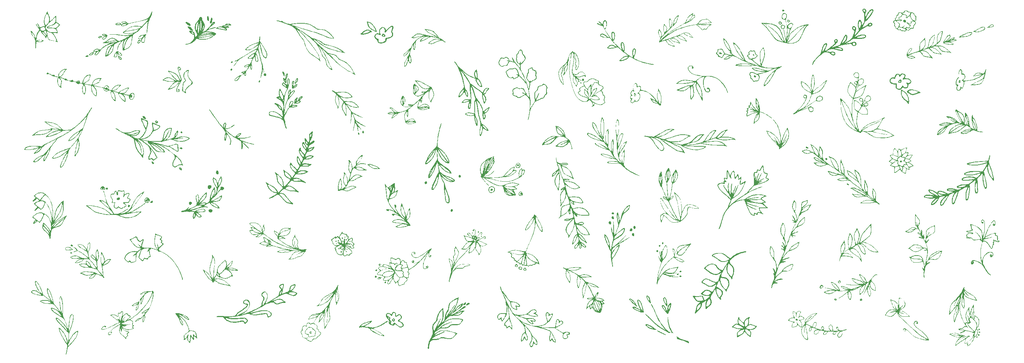
<source format=gbr>
%TF.GenerationSoftware,KiCad,Pcbnew,(5.99.0-8803-gb07c8110c8)*%
%TF.CreationDate,2021-05-08T13:23:26+01:00*%
%TF.ProjectId,Base,42617365-2e6b-4696-9361-645f70636258,rev?*%
%TF.SameCoordinates,Original*%
%TF.FileFunction,Legend,Bot*%
%TF.FilePolarity,Positive*%
%FSLAX46Y46*%
G04 Gerber Fmt 4.6, Leading zero omitted, Abs format (unit mm)*
G04 Created by KiCad (PCBNEW (5.99.0-8803-gb07c8110c8)) date 2021-05-08 13:23:26*
%MOMM*%
%LPD*%
G01*
G04 APERTURE LIST*
%ADD10C,3.200000*%
G04 APERTURE END LIST*
%TO.C,S2*%
G36*
X69530123Y-90954258D02*
G01*
X69423335Y-91071989D01*
X69304397Y-91187939D01*
X69180813Y-91294358D01*
X69060087Y-91383495D01*
X68949721Y-91447601D01*
X68942957Y-91450858D01*
X68863508Y-91493878D01*
X68807174Y-91532945D01*
X68785771Y-91559960D01*
X68786394Y-91566365D01*
X68818255Y-91605856D01*
X68893988Y-91642363D01*
X69007546Y-91674915D01*
X69152881Y-91702537D01*
X69323948Y-91724256D01*
X69514698Y-91739100D01*
X69719085Y-91746096D01*
X69931062Y-91744269D01*
X70185230Y-91731634D01*
X70480494Y-91702154D01*
X70771519Y-91654767D01*
X71074303Y-91586773D01*
X71404843Y-91495471D01*
X71545738Y-91453969D01*
X71680208Y-91415746D01*
X71777803Y-91390535D01*
X71844972Y-91377099D01*
X71888162Y-91374204D01*
X71913821Y-91380611D01*
X71928397Y-91395086D01*
X71928765Y-91395744D01*
X71915141Y-91421077D01*
X71861281Y-91457974D01*
X71775052Y-91502366D01*
X71664324Y-91550188D01*
X71536965Y-91597374D01*
X71509757Y-91606451D01*
X71382513Y-91644875D01*
X71230036Y-91686037D01*
X71060597Y-91728182D01*
X70882467Y-91769557D01*
X70703915Y-91808407D01*
X70533213Y-91842978D01*
X70378630Y-91871516D01*
X70248436Y-91892266D01*
X70150903Y-91903474D01*
X70094299Y-91903386D01*
X70089905Y-91902939D01*
X70044842Y-91901710D01*
X69961672Y-91901119D01*
X69850415Y-91901202D01*
X69721092Y-91901996D01*
X69610839Y-91903244D01*
X69503895Y-91905983D01*
X69434262Y-91910929D01*
X69394201Y-91919136D01*
X69375969Y-91931658D01*
X69371827Y-91949549D01*
X69387806Y-91996529D01*
X69437752Y-92066921D01*
X69512593Y-92145043D01*
X69603035Y-92220021D01*
X69631391Y-92238376D01*
X69726150Y-92286627D01*
X69861434Y-92344797D01*
X70031244Y-92410959D01*
X70229583Y-92483188D01*
X70450452Y-92559559D01*
X70687854Y-92638146D01*
X70935791Y-92717023D01*
X71188265Y-92794267D01*
X71439278Y-92867950D01*
X71682831Y-92936149D01*
X71912928Y-92996937D01*
X72123570Y-93048389D01*
X72308760Y-93088579D01*
X72399585Y-93107800D01*
X72567321Y-93150156D01*
X72707958Y-93195101D01*
X72815649Y-93240354D01*
X72884551Y-93283634D01*
X72908817Y-93322662D01*
X72908778Y-93324997D01*
X72898469Y-93346875D01*
X72861871Y-93353172D01*
X72787284Y-93346147D01*
X72759150Y-93341800D01*
X72655808Y-93321165D01*
X72513486Y-93288449D01*
X72339196Y-93245567D01*
X72139953Y-93194437D01*
X71922770Y-93136974D01*
X71694661Y-93075094D01*
X71462640Y-93010714D01*
X71233721Y-92945749D01*
X71014917Y-92882116D01*
X70813242Y-92821730D01*
X70635710Y-92766508D01*
X70489336Y-92718366D01*
X70421277Y-92695549D01*
X70262605Y-92647560D01*
X70149166Y-92622387D01*
X70081042Y-92620046D01*
X70058316Y-92640550D01*
X70069918Y-92657102D01*
X70113868Y-92703554D01*
X70184780Y-92773000D01*
X70276485Y-92859429D01*
X70382815Y-92956828D01*
X70432021Y-93001647D01*
X70583832Y-93143313D01*
X70745785Y-93298684D01*
X70909902Y-93459784D01*
X71068201Y-93618635D01*
X71212701Y-93767262D01*
X71335422Y-93897686D01*
X71428384Y-94001930D01*
X71468975Y-94055125D01*
X71514142Y-94134995D01*
X71536593Y-94204417D01*
X71533590Y-94253397D01*
X71502393Y-94271944D01*
X71491601Y-94265855D01*
X71447316Y-94229340D01*
X71374275Y-94163549D01*
X71277011Y-94072735D01*
X71160057Y-93961152D01*
X71027946Y-93833054D01*
X70885208Y-93692696D01*
X70880863Y-93688395D01*
X70696213Y-93507747D01*
X70523993Y-93343270D01*
X70367499Y-93197864D01*
X70230030Y-93074428D01*
X70114882Y-92975862D01*
X70025353Y-92905066D01*
X69964742Y-92864938D01*
X69936345Y-92858378D01*
X69937518Y-92873462D01*
X69951089Y-92928413D01*
X69975830Y-93013425D01*
X70008804Y-93117983D01*
X70030240Y-93185349D01*
X70061528Y-93298042D01*
X70080144Y-93398844D01*
X70089389Y-93508660D01*
X70092565Y-93648397D01*
X70091773Y-93746977D01*
X70077312Y-93942755D01*
X70043946Y-94098871D01*
X69990100Y-94221213D01*
X69914200Y-94315670D01*
X69896317Y-94331833D01*
X69831093Y-94379445D01*
X69778399Y-94401589D01*
X69749799Y-94392836D01*
X69748996Y-94378888D01*
X69747110Y-94319907D01*
X69744458Y-94220259D01*
X69741183Y-94085887D01*
X69737429Y-93922735D01*
X69733339Y-93736747D01*
X69729057Y-93533868D01*
X69728274Y-93496305D01*
X69723052Y-93264792D01*
X69717915Y-93078112D01*
X69712526Y-92930965D01*
X69706550Y-92818052D01*
X69699651Y-92734074D01*
X69691493Y-92673731D01*
X69681741Y-92631724D01*
X69670058Y-92602754D01*
X69649882Y-92570724D01*
X69568078Y-92484438D01*
X69439764Y-92386892D01*
X69264050Y-92277457D01*
X69040050Y-92155501D01*
X68984688Y-92126490D01*
X68800698Y-92026097D01*
X68590279Y-91906612D01*
X68365136Y-91775020D01*
X68136973Y-91638304D01*
X67917493Y-91503448D01*
X67718402Y-91377435D01*
X67551402Y-91267249D01*
X67506467Y-91236211D01*
X67356516Y-91127770D01*
X67181385Y-90995501D01*
X66990506Y-90846903D01*
X66793308Y-90689471D01*
X66599221Y-90530702D01*
X66417676Y-90378092D01*
X66258103Y-90239137D01*
X66237540Y-90220896D01*
X66146409Y-90142224D01*
X66070644Y-90080259D01*
X66017646Y-90040880D01*
X65994817Y-90029966D01*
X65993819Y-90037576D01*
X66011360Y-90078698D01*
X66056248Y-90154660D01*
X66129215Y-90266567D01*
X66230993Y-90415525D01*
X66362315Y-90602639D01*
X66523911Y-90829016D01*
X66657511Y-91017442D01*
X66792838Y-91216216D01*
X66903692Y-91390615D01*
X66994616Y-91548612D01*
X67070156Y-91698186D01*
X67134853Y-91847311D01*
X67193253Y-92003964D01*
X67232626Y-92120309D01*
X67264997Y-92229325D01*
X67283998Y-92319240D01*
X67292735Y-92405389D01*
X67294312Y-92503106D01*
X67291320Y-92575650D01*
X67275387Y-92716549D01*
X67248250Y-92864394D01*
X67212693Y-93009595D01*
X67171501Y-93142560D01*
X67127460Y-93253696D01*
X67083355Y-93333412D01*
X67041972Y-93372117D01*
X67020319Y-93378929D01*
X66984959Y-93376406D01*
X66968353Y-93345167D01*
X66970328Y-93280492D01*
X66990707Y-93177662D01*
X67029315Y-93031959D01*
X67052125Y-92948662D01*
X67100769Y-92736047D01*
X67124314Y-92550416D01*
X67121898Y-92378482D01*
X67092660Y-92206960D01*
X67035741Y-92022565D01*
X66950278Y-91812010D01*
X66933605Y-91774547D01*
X66856226Y-91612783D01*
X66773388Y-91456322D01*
X66688099Y-91309089D01*
X66603365Y-91175010D01*
X66522192Y-91058011D01*
X66447587Y-90962017D01*
X66382555Y-90890954D01*
X66330103Y-90848749D01*
X66293238Y-90839325D01*
X66274965Y-90866610D01*
X66278292Y-90934529D01*
X66284079Y-91000013D01*
X66280095Y-91116372D01*
X66279639Y-91129702D01*
X66261325Y-91287188D01*
X66231480Y-91462664D01*
X66192449Y-91646321D01*
X66146575Y-91828351D01*
X66096201Y-91998946D01*
X66043671Y-92148298D01*
X65991329Y-92266598D01*
X65941517Y-92344038D01*
X65890102Y-92382463D01*
X65834882Y-92377328D01*
X65768682Y-92326107D01*
X65758031Y-92315246D01*
X65736766Y-92289082D01*
X65722291Y-92257262D01*
X65713301Y-92210737D01*
X65708494Y-92140457D01*
X65706565Y-92037374D01*
X65706212Y-91892439D01*
X65708557Y-91742045D01*
X65862113Y-91742045D01*
X65863722Y-91864823D01*
X65870178Y-91932325D01*
X65883757Y-91996490D01*
X65900269Y-92024950D01*
X65915314Y-92024712D01*
X65948133Y-91990896D01*
X65979951Y-91918032D01*
X66009732Y-91814253D01*
X66036439Y-91687696D01*
X66059036Y-91546495D01*
X66076487Y-91398784D01*
X66087756Y-91252698D01*
X66091806Y-91116372D01*
X66087601Y-90997941D01*
X66074106Y-90905538D01*
X66050283Y-90847300D01*
X66036596Y-90830232D01*
X66010694Y-90813237D01*
X65987479Y-90836072D01*
X65986067Y-90838311D01*
X65962600Y-90899607D01*
X65938975Y-91000781D01*
X65916438Y-91131468D01*
X65896237Y-91281302D01*
X65879617Y-91439920D01*
X65867827Y-91596956D01*
X65862113Y-91742045D01*
X65708557Y-91742045D01*
X65710160Y-91639209D01*
X65730128Y-91311501D01*
X65767797Y-91020862D01*
X65824103Y-90760677D01*
X65899983Y-90524331D01*
X65965146Y-90352570D01*
X65719036Y-90020477D01*
X65684186Y-89973052D01*
X65586701Y-89836745D01*
X65492245Y-89699987D01*
X65410123Y-89576402D01*
X65349638Y-89479613D01*
X65317589Y-89426459D01*
X65276998Y-89363159D01*
X65231432Y-89297589D01*
X65176801Y-89224613D01*
X65109013Y-89139094D01*
X65023979Y-89035893D01*
X64917608Y-88909874D01*
X64785811Y-88755899D01*
X64624498Y-88568831D01*
X64593802Y-88533126D01*
X64496536Y-88417529D01*
X64394441Y-88292271D01*
X64285351Y-88154408D01*
X64167097Y-88000993D01*
X64037512Y-87829083D01*
X63894429Y-87635731D01*
X63735678Y-87417993D01*
X63559093Y-87172923D01*
X63362507Y-86897576D01*
X63143750Y-86589007D01*
X62900656Y-86244270D01*
X62631056Y-85860421D01*
X62580300Y-85788076D01*
X62464702Y-85623575D01*
X62356839Y-85470429D01*
X62260999Y-85334709D01*
X62181474Y-85222484D01*
X62122552Y-85139825D01*
X62088524Y-85092801D01*
X62053451Y-85040785D01*
X62028935Y-84978504D01*
X62045637Y-84942836D01*
X62103775Y-84931463D01*
X62107510Y-84931435D01*
X62123700Y-84931213D01*
X62139020Y-84932818D01*
X62155438Y-84938934D01*
X62174923Y-84952241D01*
X62199444Y-84975424D01*
X62230970Y-85011165D01*
X62271470Y-85062146D01*
X62322911Y-85131049D01*
X62387264Y-85220558D01*
X62466497Y-85333355D01*
X62562579Y-85472121D01*
X62677478Y-85639541D01*
X62813164Y-85838296D01*
X62971605Y-86071069D01*
X63154769Y-86340543D01*
X63364627Y-86649399D01*
X63433708Y-86750875D01*
X63636198Y-87045680D01*
X63818636Y-87306591D01*
X63986215Y-87540692D01*
X64144128Y-87755067D01*
X64297570Y-87956801D01*
X64451732Y-88152979D01*
X64611810Y-88350685D01*
X64649644Y-88396557D01*
X64778368Y-88549258D01*
X64905608Y-88695480D01*
X65026943Y-88830545D01*
X65137953Y-88949773D01*
X65234217Y-89048485D01*
X65311313Y-89122001D01*
X65364822Y-89165642D01*
X65390321Y-89174728D01*
X65397047Y-89153672D01*
X65404816Y-89089935D01*
X65410702Y-88995581D01*
X65413787Y-88882043D01*
X65414257Y-88866357D01*
X65582359Y-88866357D01*
X65589283Y-88994828D01*
X65614196Y-89111796D01*
X65634483Y-89174970D01*
X65660403Y-89239509D01*
X65680012Y-89270379D01*
X65693169Y-89272383D01*
X65724993Y-89240280D01*
X65761819Y-89160682D01*
X65802801Y-89035635D01*
X65847089Y-88867187D01*
X65882930Y-88700724D01*
X65908955Y-88527296D01*
X65916485Y-88386263D01*
X65905305Y-88282547D01*
X65875202Y-88221074D01*
X65852124Y-88200945D01*
X65826726Y-88195771D01*
X65794453Y-88219044D01*
X65742449Y-88276091D01*
X65710389Y-88315183D01*
X65659731Y-88395820D01*
X65624987Y-88488825D01*
X65602070Y-88606998D01*
X65586890Y-88763141D01*
X65582359Y-88866357D01*
X65414257Y-88866357D01*
X65417166Y-88769344D01*
X65436279Y-88581749D01*
X65474063Y-88429924D01*
X65533043Y-88305328D01*
X65615748Y-88199417D01*
X65629192Y-88185715D01*
X65724290Y-88109297D01*
X65818533Y-88073299D01*
X65843856Y-88069140D01*
X65926247Y-88070401D01*
X65988198Y-88106312D01*
X66045167Y-88184455D01*
X66055641Y-88203202D01*
X66087276Y-88279381D01*
X66103906Y-88365923D01*
X66104164Y-88386263D01*
X66105233Y-88470386D01*
X66090962Y-88600330D01*
X66060794Y-88763312D01*
X66014433Y-88966892D01*
X65985973Y-89086282D01*
X65955586Y-89217027D01*
X65931463Y-89324565D01*
X65915556Y-89400152D01*
X65909819Y-89435045D01*
X65931051Y-89454386D01*
X65993547Y-89461572D01*
X66089604Y-89456938D01*
X66211477Y-89441959D01*
X66351419Y-89418111D01*
X66501683Y-89386872D01*
X66654524Y-89349717D01*
X66802195Y-89308124D01*
X66936951Y-89263568D01*
X67051045Y-89217525D01*
X67234949Y-89121047D01*
X67488018Y-88949858D01*
X67739559Y-88736232D01*
X67806699Y-88674348D01*
X67903203Y-88592211D01*
X67971900Y-88546034D01*
X68016445Y-88534297D01*
X68040492Y-88555479D01*
X68047695Y-88608061D01*
X68034918Y-88654972D01*
X67977560Y-88732095D01*
X67876378Y-88822817D01*
X67733847Y-88925398D01*
X67552441Y-89038095D01*
X67334635Y-89159167D01*
X67082904Y-89286875D01*
X67071089Y-89292623D01*
X66894366Y-89376626D01*
X66748170Y-89440768D01*
X66619302Y-89489599D01*
X66494562Y-89527674D01*
X66360752Y-89559543D01*
X66204671Y-89589759D01*
X66107765Y-89607688D01*
X66011782Y-89626587D01*
X65944864Y-89641122D01*
X65917553Y-89649113D01*
X65924973Y-89666500D01*
X65965939Y-89713677D01*
X66037317Y-89785760D01*
X66134399Y-89878590D01*
X66252478Y-89988009D01*
X66386849Y-90109857D01*
X66532805Y-90239975D01*
X66685638Y-90374204D01*
X66840644Y-90508384D01*
X66993115Y-90638357D01*
X67138344Y-90759962D01*
X67271626Y-90869042D01*
X67388254Y-90961437D01*
X67483522Y-91032987D01*
X67508340Y-91050682D01*
X67662934Y-91154233D01*
X67816899Y-91247090D01*
X67960466Y-91323963D01*
X68083866Y-91379563D01*
X68177329Y-91408602D01*
X68219362Y-91414590D01*
X68256524Y-91409919D01*
X68294448Y-91386849D01*
X68343886Y-91338602D01*
X68415594Y-91258398D01*
X68426032Y-91247179D01*
X68670094Y-91247179D01*
X68670955Y-91293724D01*
X68672765Y-91296433D01*
X68717023Y-91317452D01*
X68789954Y-91305956D01*
X68884884Y-91265381D01*
X68995138Y-91199160D01*
X69114042Y-91110728D01*
X69234924Y-91003520D01*
X69236913Y-91001599D01*
X69333867Y-90904431D01*
X69393159Y-90835408D01*
X69416761Y-90790836D01*
X69406644Y-90767024D01*
X69364779Y-90760279D01*
X69362223Y-90760324D01*
X69280357Y-90776486D01*
X69181603Y-90817381D01*
X69073741Y-90877027D01*
X68964550Y-90949443D01*
X68861811Y-91028648D01*
X68773302Y-91108659D01*
X68706803Y-91183497D01*
X68670094Y-91247179D01*
X68426032Y-91247179D01*
X68477150Y-91192235D01*
X68626705Y-91054449D01*
X68795404Y-90923695D01*
X68974414Y-90805135D01*
X69154903Y-90703933D01*
X69328037Y-90625253D01*
X69484983Y-90574258D01*
X69616910Y-90556112D01*
X69632500Y-90556317D01*
X69684397Y-90566137D01*
X69704514Y-90599902D01*
X69702320Y-90670267D01*
X69677237Y-90744452D01*
X69648861Y-90790836D01*
X69617258Y-90842496D01*
X69530123Y-90954258D01*
G37*
G36*
X46850741Y-86966469D02*
G01*
X46856983Y-87066979D01*
X46828369Y-87145917D01*
X46764749Y-87195663D01*
X46734887Y-87206746D01*
X46674194Y-87218098D01*
X46611502Y-87206546D01*
X46526342Y-87169876D01*
X46443833Y-87118834D01*
X46337633Y-87024348D01*
X46239858Y-86908787D01*
X46163872Y-86791428D01*
X46442197Y-86791428D01*
X46456233Y-86835139D01*
X46480494Y-86863480D01*
X46521765Y-86886247D01*
X46554645Y-86883143D01*
X46563082Y-86851683D01*
X46557923Y-86835492D01*
X46525821Y-86792838D01*
X46483046Y-86767489D01*
X46448363Y-86772412D01*
X46442197Y-86791428D01*
X46163872Y-86791428D01*
X46159182Y-86784185D01*
X46104276Y-86662572D01*
X46083815Y-86555980D01*
X46084573Y-86536407D01*
X46103175Y-86493604D01*
X46157790Y-86471710D01*
X46180966Y-86467882D01*
X46295402Y-86474514D01*
X46423708Y-86513739D01*
X46552322Y-86578992D01*
X46667678Y-86663709D01*
X46756211Y-86761324D01*
X46809601Y-86851683D01*
X46809793Y-86852008D01*
X46850741Y-86966469D01*
G37*
G36*
X246398963Y-138713996D02*
G01*
X246421947Y-138727607D01*
X246478846Y-138794383D01*
X246502914Y-138881304D01*
X246491994Y-138972232D01*
X246443935Y-139051026D01*
X246398060Y-139082371D01*
X246330772Y-139082959D01*
X246262859Y-139033718D01*
X246230987Y-138992417D01*
X246194373Y-138892506D01*
X246208064Y-138784876D01*
X246249810Y-138717915D01*
X246314961Y-138692684D01*
X246398963Y-138713996D01*
G37*
G36*
X163747749Y-114541266D02*
G01*
X163803920Y-114636414D01*
X163843823Y-114779747D01*
X163852972Y-114865304D01*
X163846091Y-114986816D01*
X163819340Y-115095450D01*
X163775844Y-115173121D01*
X163774314Y-115174784D01*
X163707641Y-115212237D01*
X163614861Y-115208550D01*
X163494125Y-115163660D01*
X163401059Y-115103207D01*
X163323114Y-115007922D01*
X163287698Y-114898473D01*
X163295549Y-114783579D01*
X163347407Y-114671960D01*
X163444011Y-114572335D01*
X163482225Y-114545241D01*
X163586842Y-114495649D01*
X163675370Y-114494335D01*
X163747749Y-114541266D01*
G37*
G36*
X79700193Y-75810282D02*
G01*
X79772102Y-75844972D01*
X79838234Y-75885539D01*
X79949683Y-75982893D01*
X80032559Y-76095516D01*
X80076227Y-76210618D01*
X80083860Y-76274648D01*
X80089585Y-76377243D01*
X80092222Y-76498236D01*
X80091834Y-76623781D01*
X80088484Y-76740033D01*
X80082235Y-76833149D01*
X80073149Y-76889283D01*
X80063675Y-76910055D01*
X80026888Y-76934134D01*
X79983093Y-76918149D01*
X79945992Y-76864744D01*
X79938499Y-76847471D01*
X79904488Y-76777347D01*
X79863169Y-76699462D01*
X79844010Y-76664677D01*
X79737101Y-76455274D01*
X79656551Y-76268516D01*
X79603336Y-76107911D01*
X79578435Y-75976966D01*
X79582825Y-75879189D01*
X79617484Y-75818086D01*
X79623326Y-75813497D01*
X79655692Y-75800675D01*
X79700193Y-75810282D01*
G37*
G36*
X94426898Y-71201961D02*
G01*
X94515347Y-71270379D01*
X94572620Y-71319582D01*
X94592986Y-71345279D01*
X94590616Y-71353203D01*
X94571918Y-71362215D01*
X94530827Y-71363253D01*
X94462843Y-71355597D01*
X94363464Y-71338528D01*
X94228190Y-71311327D01*
X94052521Y-71273275D01*
X93831957Y-71223652D01*
X93449475Y-71135766D01*
X92986140Y-71026454D01*
X92565373Y-70923342D01*
X92182853Y-70825062D01*
X91834257Y-70730249D01*
X91515263Y-70637536D01*
X91221548Y-70545557D01*
X90948790Y-70452945D01*
X90692667Y-70358334D01*
X90448857Y-70260356D01*
X90213036Y-70157647D01*
X89980884Y-70048838D01*
X89748076Y-69932564D01*
X89740204Y-69928516D01*
X89612877Y-69861153D01*
X89487649Y-69790785D01*
X89360371Y-69714490D01*
X89226893Y-69629346D01*
X89083063Y-69532431D01*
X88924732Y-69420822D01*
X88747749Y-69291599D01*
X88547965Y-69141839D01*
X88321229Y-68968620D01*
X88063391Y-68769020D01*
X87770300Y-68540118D01*
X87614931Y-68419444D01*
X87503560Y-68335407D01*
X87804767Y-68335407D01*
X87806120Y-68368023D01*
X87848808Y-68424602D01*
X87933318Y-68507313D01*
X88050044Y-68608896D01*
X88233220Y-68755951D01*
X88446829Y-68917089D01*
X88682724Y-69086809D01*
X88932757Y-69259609D01*
X89188781Y-69429985D01*
X89442647Y-69592436D01*
X89686209Y-69741458D01*
X89911320Y-69871551D01*
X90109830Y-69977211D01*
X90245244Y-70042445D01*
X90546968Y-70172932D01*
X90891233Y-70304996D01*
X91272605Y-70436960D01*
X91685652Y-70567149D01*
X92124941Y-70693889D01*
X92585040Y-70815504D01*
X93060517Y-70930320D01*
X93545937Y-71036661D01*
X93561401Y-71039854D01*
X93724291Y-71070003D01*
X93839753Y-71083854D01*
X93908504Y-71081457D01*
X93931262Y-71062860D01*
X93922384Y-71044541D01*
X93874962Y-70998730D01*
X93791617Y-70935234D01*
X93678021Y-70857554D01*
X93539846Y-70769191D01*
X93382764Y-70673648D01*
X93212447Y-70574425D01*
X93034567Y-70475024D01*
X92854796Y-70378946D01*
X92678806Y-70289693D01*
X92577498Y-70240507D01*
X92112163Y-70032186D01*
X91658931Y-69860558D01*
X91203991Y-69721289D01*
X90733529Y-69610042D01*
X90233732Y-69522486D01*
X90165358Y-69511944D01*
X90007159Y-69484597D01*
X89868016Y-69456493D01*
X89758429Y-69429856D01*
X89688897Y-69406916D01*
X89668434Y-69396980D01*
X89592215Y-69353715D01*
X89489943Y-69290102D01*
X89372472Y-69213014D01*
X89250655Y-69129328D01*
X89155349Y-69062462D01*
X88896436Y-68883269D01*
X88673058Y-68732977D01*
X88481894Y-68609627D01*
X88319623Y-68511258D01*
X88182923Y-68435912D01*
X88068473Y-68381628D01*
X87972951Y-68346449D01*
X87893036Y-68328412D01*
X87844261Y-68324588D01*
X87804767Y-68335407D01*
X87503560Y-68335407D01*
X87452537Y-68296907D01*
X87322106Y-68203862D01*
X87219999Y-68138204D01*
X87142576Y-68097826D01*
X87086198Y-68080625D01*
X87047223Y-68084495D01*
X87022014Y-68107330D01*
X87021440Y-68108541D01*
X87034311Y-68142289D01*
X87084370Y-68208882D01*
X87170793Y-68307444D01*
X87292759Y-68437100D01*
X87449447Y-68596976D01*
X87640036Y-68786196D01*
X87863703Y-69003885D01*
X88122342Y-69252550D01*
X88429323Y-69544425D01*
X88706536Y-69803837D01*
X88956868Y-70033390D01*
X89183203Y-70235691D01*
X89388425Y-70413346D01*
X89575420Y-70568960D01*
X89747073Y-70705140D01*
X89846847Y-70784186D01*
X89983147Y-70896906D01*
X90115006Y-71010438D01*
X90224141Y-71109295D01*
X90299521Y-71178363D01*
X90403671Y-71263814D01*
X90495021Y-71323011D01*
X90585378Y-71364287D01*
X90846554Y-71451832D01*
X91144824Y-71533028D01*
X91449799Y-71598800D01*
X91725432Y-71656941D01*
X91959735Y-71723148D01*
X92160458Y-71801981D01*
X92336224Y-71898159D01*
X92495655Y-72016403D01*
X92647374Y-72161434D01*
X92800005Y-72337972D01*
X92860566Y-72412550D01*
X93008940Y-72586541D01*
X93143789Y-72727228D01*
X93274960Y-72841777D01*
X93412298Y-72937353D01*
X93565652Y-73021122D01*
X93744868Y-73100248D01*
X93959794Y-73181897D01*
X94170948Y-73262184D01*
X94418667Y-73371143D01*
X94637634Y-73488746D01*
X94840401Y-73622679D01*
X95039523Y-73780627D01*
X95247553Y-73970276D01*
X95336059Y-74056497D01*
X95536540Y-74263389D01*
X95718026Y-74470269D01*
X95887780Y-74686711D01*
X96053062Y-74922293D01*
X96221133Y-75186590D01*
X96399254Y-75489179D01*
X96417160Y-75520376D01*
X96515254Y-75687415D01*
X96625443Y-75870038D01*
X96735511Y-76048187D01*
X96833243Y-76201804D01*
X96851560Y-76230260D01*
X96879619Y-76273849D01*
X96952024Y-76389194D01*
X97011961Y-76488250D01*
X97054206Y-76562308D01*
X97073539Y-76602656D01*
X97080234Y-76639480D01*
X97072450Y-76659920D01*
X97050133Y-76650164D01*
X96992310Y-76618407D01*
X96909066Y-76569847D01*
X96809864Y-76509893D01*
X96685305Y-76435307D01*
X96459728Y-76306786D01*
X96188961Y-76159123D01*
X95872468Y-75992030D01*
X95509711Y-75805213D01*
X95276259Y-75680025D01*
X94928029Y-75473869D01*
X94559795Y-75235578D01*
X94177975Y-74969946D01*
X93788986Y-74681767D01*
X93399245Y-74375836D01*
X93015168Y-74056947D01*
X92643174Y-73729895D01*
X92289679Y-73399473D01*
X92267787Y-73378353D01*
X92144303Y-73259978D01*
X91992005Y-73114942D01*
X91817873Y-72949843D01*
X91628886Y-72771277D01*
X91432022Y-72585842D01*
X91234262Y-72400133D01*
X91042585Y-72220747D01*
X91000598Y-72181504D01*
X90807718Y-72000662D01*
X90610892Y-71815279D01*
X90418016Y-71632850D01*
X90597194Y-71632850D01*
X90599171Y-71643067D01*
X90627956Y-71676699D01*
X90694014Y-71718436D01*
X90801172Y-71770450D01*
X90953258Y-71834914D01*
X90987409Y-71849299D01*
X91053136Y-71881326D01*
X91116121Y-71920244D01*
X91181276Y-71970765D01*
X91253511Y-72037600D01*
X91337740Y-72125461D01*
X91438873Y-72239062D01*
X91561822Y-72383112D01*
X91711499Y-72562325D01*
X92045308Y-72948082D01*
X92597417Y-73523482D01*
X93188233Y-74068245D01*
X93815116Y-74580263D01*
X94475428Y-75057426D01*
X95166529Y-75497625D01*
X95885782Y-75898750D01*
X95946773Y-75930401D01*
X96114304Y-76016649D01*
X96265974Y-76093738D01*
X96395943Y-76158765D01*
X96498371Y-76208827D01*
X96567418Y-76241021D01*
X96597244Y-76252443D01*
X96611542Y-76250025D01*
X96625447Y-76230260D01*
X96621520Y-76187118D01*
X96598264Y-76116443D01*
X96554183Y-76014077D01*
X96487781Y-75875864D01*
X96397561Y-75697646D01*
X96297967Y-75509311D01*
X96058957Y-75099543D01*
X95814426Y-74738406D01*
X95564873Y-74426604D01*
X95310795Y-74164840D01*
X95204882Y-74073951D01*
X95058307Y-73960074D01*
X94890780Y-73838603D01*
X94714219Y-73717681D01*
X94540544Y-73605454D01*
X94381675Y-73510066D01*
X94249531Y-73439663D01*
X94196063Y-73415113D01*
X94074575Y-73363792D01*
X93936990Y-73309753D01*
X93804008Y-73261283D01*
X93620150Y-73193003D01*
X93417263Y-73100921D01*
X93243542Y-72996890D01*
X93086778Y-72872183D01*
X92934762Y-72718070D01*
X92775284Y-72525822D01*
X92643172Y-72367009D01*
X92503866Y-72224698D01*
X92356988Y-72103336D01*
X92196347Y-71999905D01*
X92015754Y-71911390D01*
X91809020Y-71834774D01*
X91569953Y-71767041D01*
X91292365Y-71705174D01*
X90970066Y-71646158D01*
X90898333Y-71634075D01*
X90775087Y-71613970D01*
X90691057Y-71602181D01*
X90638749Y-71598443D01*
X90610666Y-71602486D01*
X90599313Y-71614044D01*
X90597194Y-71632850D01*
X90418016Y-71632850D01*
X90416995Y-71631884D01*
X90232904Y-71457004D01*
X90065493Y-71297169D01*
X89921639Y-71158907D01*
X89808216Y-71048745D01*
X89672514Y-70916207D01*
X89492874Y-70742312D01*
X89345539Y-70601977D01*
X89228565Y-70493449D01*
X89140008Y-70414974D01*
X89077925Y-70364797D01*
X89040372Y-70341164D01*
X89025405Y-70342322D01*
X89024385Y-70346768D01*
X89027456Y-70373239D01*
X89043602Y-70417092D01*
X89075118Y-70482638D01*
X89124296Y-70574190D01*
X89193431Y-70696059D01*
X89284815Y-70852557D01*
X89400742Y-71047996D01*
X89468172Y-71161392D01*
X89653373Y-71476635D01*
X89816750Y-71761950D01*
X89963044Y-72026700D01*
X90096997Y-72280247D01*
X90223349Y-72531953D01*
X90346841Y-72791180D01*
X90472216Y-73067292D01*
X90604213Y-73369649D01*
X90747573Y-73707615D01*
X90781941Y-73787118D01*
X90859686Y-73956828D01*
X90949565Y-74143386D01*
X91043007Y-74329179D01*
X91131443Y-74496593D01*
X91137518Y-74507748D01*
X91267819Y-74754811D01*
X91371028Y-74966866D01*
X91432996Y-75110831D01*
X91446764Y-75142818D01*
X91494649Y-75281575D01*
X91514301Y-75382042D01*
X91505342Y-75443124D01*
X91467390Y-75463728D01*
X91419935Y-75453747D01*
X91330650Y-75412499D01*
X91217275Y-75343875D01*
X91086517Y-75252848D01*
X90945085Y-75144392D01*
X90799685Y-75023480D01*
X90657026Y-74895084D01*
X90523815Y-74764178D01*
X90470323Y-74707759D01*
X90341298Y-74556841D01*
X90241977Y-74410425D01*
X90165100Y-74254662D01*
X90103407Y-74075700D01*
X90049635Y-73859691D01*
X90010395Y-73680053D01*
X89959682Y-73451255D01*
X89915429Y-73262252D01*
X89874829Y-73107151D01*
X89835074Y-72980057D01*
X89793357Y-72875077D01*
X89746871Y-72786315D01*
X89692809Y-72707877D01*
X89628362Y-72633870D01*
X89550725Y-72558398D01*
X89457089Y-72475567D01*
X89344647Y-72379484D01*
X89313905Y-72351984D01*
X89233677Y-72265323D01*
X89158973Y-72159088D01*
X89086695Y-72027210D01*
X89013746Y-71863621D01*
X88937029Y-71662252D01*
X88853446Y-71417034D01*
X88748653Y-71108847D01*
X88615703Y-70755720D01*
X88477953Y-70435315D01*
X88330338Y-70137566D01*
X88167792Y-69852409D01*
X88077069Y-69711943D01*
X88262804Y-69711943D01*
X88275906Y-69758478D01*
X88307948Y-69832482D01*
X88353695Y-69921412D01*
X88360959Y-69934668D01*
X88457388Y-70124436D01*
X88563849Y-70357103D01*
X88677840Y-70626762D01*
X88796855Y-70927507D01*
X88918391Y-71253430D01*
X88991227Y-71452440D01*
X89063593Y-71642846D01*
X89127030Y-71797673D01*
X89185319Y-71923751D01*
X89242240Y-72027912D01*
X89301571Y-72116985D01*
X89367094Y-72197801D01*
X89442588Y-72277190D01*
X89531832Y-72361984D01*
X89597048Y-72422643D01*
X89680863Y-72504342D01*
X89751245Y-72581136D01*
X89810953Y-72659081D01*
X89862744Y-72744235D01*
X89909373Y-72842657D01*
X89953598Y-72960403D01*
X89998175Y-73103532D01*
X90045862Y-73278101D01*
X90099415Y-73490169D01*
X90161591Y-73745792D01*
X90173623Y-73794795D01*
X90219226Y-73966979D01*
X90265542Y-74123112D01*
X90309070Y-74251892D01*
X90346310Y-74342021D01*
X90398027Y-74429388D01*
X90493748Y-74556110D01*
X90614376Y-74691922D01*
X90749981Y-74826478D01*
X90890632Y-74949433D01*
X91026397Y-75050444D01*
X91049785Y-75065722D01*
X91158544Y-75127048D01*
X91240361Y-75155507D01*
X91291898Y-75150386D01*
X91309819Y-75110973D01*
X91309819Y-75110831D01*
X91298391Y-75070402D01*
X91267572Y-74995805D01*
X91222040Y-74897632D01*
X91166473Y-74786474D01*
X91073772Y-74606974D01*
X90973230Y-74411201D01*
X90889891Y-74247057D01*
X90820111Y-74106999D01*
X90760248Y-73983485D01*
X90706659Y-73868971D01*
X90655701Y-73755916D01*
X90603732Y-73636776D01*
X90547109Y-73504008D01*
X90499117Y-73391129D01*
X90386471Y-73131034D01*
X90283302Y-72901439D01*
X90183691Y-72689970D01*
X90081718Y-72484253D01*
X89971464Y-72271914D01*
X89847009Y-72040581D01*
X89840860Y-72029307D01*
X89656221Y-71696630D01*
X89472586Y-71376619D01*
X89292605Y-71073414D01*
X89118930Y-70791159D01*
X88954211Y-70533994D01*
X88801099Y-70306061D01*
X88662247Y-70111504D01*
X88540303Y-69954462D01*
X88437921Y-69839078D01*
X88405479Y-69806823D01*
X88334674Y-69742476D01*
X88285282Y-69707001D01*
X88263399Y-69705079D01*
X88262804Y-69711943D01*
X88077069Y-69711943D01*
X87985251Y-69569781D01*
X87777647Y-69279616D01*
X87731524Y-69219421D01*
X87575965Y-69032224D01*
X87389280Y-68825888D01*
X87179150Y-68608026D01*
X86953258Y-68386250D01*
X86719284Y-68168171D01*
X86484909Y-67961400D01*
X86257815Y-67773550D01*
X86229057Y-67750688D01*
X86010620Y-67578963D01*
X85782713Y-67402880D01*
X85549156Y-67225173D01*
X85313775Y-67048575D01*
X85080392Y-66875821D01*
X84852830Y-66709645D01*
X84634914Y-66552779D01*
X84430466Y-66407959D01*
X84243310Y-66277919D01*
X84077269Y-66165391D01*
X83936167Y-66073110D01*
X83823827Y-66003811D01*
X83744072Y-65960226D01*
X83700726Y-65945090D01*
X83686209Y-65947118D01*
X83677306Y-65961810D01*
X83691718Y-65993660D01*
X83732260Y-66046144D01*
X83801752Y-66122735D01*
X83903008Y-66226907D01*
X84038846Y-66362136D01*
X84204399Y-66529742D01*
X84385212Y-66721686D01*
X84580068Y-66937140D01*
X84790643Y-67178129D01*
X85018617Y-67446679D01*
X85265666Y-67744812D01*
X85533467Y-68074556D01*
X85823700Y-68437935D01*
X86138041Y-68836973D01*
X86478167Y-69273696D01*
X86845758Y-69750128D01*
X86922514Y-69850220D01*
X87164956Y-70169773D01*
X87377715Y-70456579D01*
X87563540Y-70715132D01*
X87725185Y-70949924D01*
X87865400Y-71165448D01*
X87986936Y-71366197D01*
X88092546Y-71556665D01*
X88184981Y-71741343D01*
X88266993Y-71924725D01*
X88341333Y-72111305D01*
X88410752Y-72305573D01*
X88453539Y-72437662D01*
X88505225Y-72615510D01*
X88544654Y-72769089D01*
X88550323Y-72791170D01*
X88587628Y-72958008D01*
X88615932Y-73109389D01*
X88634026Y-73238679D01*
X88640704Y-73339243D01*
X88634758Y-73404447D01*
X88614980Y-73427656D01*
X88598960Y-73412867D01*
X88569278Y-73361926D01*
X88535480Y-73287205D01*
X88520934Y-73253614D01*
X88488583Y-73193375D01*
X88446020Y-73134156D01*
X88388578Y-73071892D01*
X88311589Y-73002521D01*
X88210388Y-72921977D01*
X88080307Y-72826199D01*
X87916678Y-72711122D01*
X87714834Y-72572682D01*
X87499361Y-72425680D01*
X87190918Y-72213894D01*
X86924137Y-72028853D01*
X86698319Y-71870062D01*
X86512764Y-71737027D01*
X86366772Y-71629255D01*
X86259643Y-71546251D01*
X86072855Y-71376137D01*
X85874526Y-71154996D01*
X85682495Y-70901640D01*
X85502895Y-70625541D01*
X85341859Y-70336168D01*
X85205521Y-70042994D01*
X85100012Y-69755488D01*
X85022967Y-69509870D01*
X84935795Y-69235459D01*
X84859226Y-69001051D01*
X84790952Y-68801751D01*
X84728666Y-68632661D01*
X84670062Y-68488887D01*
X84612831Y-68365531D01*
X84554667Y-68257698D01*
X84493262Y-68160490D01*
X84426309Y-68069013D01*
X84351501Y-67978369D01*
X84266529Y-67883662D01*
X84169088Y-67779997D01*
X84070777Y-67674507D01*
X83966653Y-67556005D01*
X83869245Y-67435748D01*
X83773467Y-67306528D01*
X83674231Y-67161140D01*
X83566450Y-66992379D01*
X83445037Y-66793038D01*
X83304904Y-66555912D01*
X83274733Y-66504392D01*
X83161415Y-66312295D01*
X83067925Y-66157116D01*
X82990121Y-66032832D01*
X82923861Y-65933420D01*
X82865000Y-65852858D01*
X82821399Y-65799745D01*
X83073334Y-65799745D01*
X83074867Y-65818254D01*
X83097127Y-65876228D01*
X83139046Y-65966618D01*
X83197143Y-66082967D01*
X83267938Y-66218818D01*
X83347950Y-66367714D01*
X83433700Y-66523198D01*
X83521705Y-66678813D01*
X83608487Y-66828103D01*
X83690563Y-66964610D01*
X83764455Y-67081878D01*
X83797332Y-67129771D01*
X83877732Y-67236885D01*
X83978182Y-67362248D01*
X84089046Y-67493970D01*
X84200689Y-67620163D01*
X84267886Y-67695356D01*
X84375086Y-67820784D01*
X84473148Y-67941772D01*
X84553411Y-68047519D01*
X84607214Y-68127223D01*
X84634863Y-68174840D01*
X84703060Y-68304531D01*
X84771879Y-68454141D01*
X84843180Y-68628604D01*
X84918822Y-68832853D01*
X85000667Y-69071821D01*
X85090576Y-69350441D01*
X85190408Y-69673648D01*
X85274392Y-69923476D01*
X85447469Y-70323060D01*
X85659051Y-70690073D01*
X85910432Y-71026381D01*
X86202908Y-71333849D01*
X86537775Y-71614345D01*
X86607453Y-71665515D01*
X86742677Y-71761359D01*
X86907789Y-71875463D01*
X87094869Y-72002534D01*
X87295996Y-72137274D01*
X87503247Y-72274389D01*
X87708702Y-72408583D01*
X87904441Y-72534562D01*
X88082540Y-72647029D01*
X88092892Y-72653475D01*
X88197232Y-72717153D01*
X88285946Y-72769068D01*
X88349931Y-72804027D01*
X88380086Y-72816834D01*
X88408102Y-72807147D01*
X88423717Y-72769089D01*
X88423270Y-72695760D01*
X88407545Y-72580399D01*
X88401765Y-72547886D01*
X88336697Y-72299040D01*
X88230175Y-72021815D01*
X88082503Y-71716793D01*
X87893984Y-71384558D01*
X87664925Y-71025693D01*
X87395629Y-70640782D01*
X87328243Y-70549058D01*
X87215479Y-70397950D01*
X87080916Y-70219622D01*
X86928929Y-70019728D01*
X86763891Y-69803920D01*
X86590175Y-69577850D01*
X86412155Y-69347171D01*
X86234205Y-69117537D01*
X86060698Y-68894599D01*
X85896008Y-68684011D01*
X85744509Y-68491425D01*
X85610574Y-68322493D01*
X85498578Y-68182869D01*
X85412892Y-68078206D01*
X85334119Y-67984029D01*
X85042946Y-67642332D01*
X84760564Y-67320937D01*
X84490341Y-67023434D01*
X84235643Y-66753411D01*
X83999838Y-66514458D01*
X83786293Y-66310163D01*
X83598375Y-66144117D01*
X83592893Y-66139534D01*
X83474957Y-66044802D01*
X83359913Y-65958985D01*
X83254994Y-65886826D01*
X83167436Y-65833069D01*
X83104471Y-65802461D01*
X83073334Y-65799745D01*
X82821399Y-65799745D01*
X82809396Y-65785123D01*
X82752905Y-65724192D01*
X82691385Y-65664042D01*
X82690122Y-65662850D01*
X82595810Y-65577538D01*
X82477898Y-65476311D01*
X82345237Y-65366224D01*
X82206677Y-65254332D01*
X82071066Y-65147691D01*
X81947254Y-65053356D01*
X81844092Y-64978382D01*
X81770429Y-64929825D01*
X81754841Y-64921580D01*
X81684994Y-64890364D01*
X81574480Y-64845093D01*
X81428552Y-64787698D01*
X81252463Y-64720108D01*
X81051467Y-64644252D01*
X80953895Y-64607907D01*
X81771758Y-64607907D01*
X81774598Y-64636822D01*
X81810655Y-64667001D01*
X81884138Y-64700443D01*
X81999257Y-64739145D01*
X82160220Y-64785104D01*
X82223548Y-64802877D01*
X82355250Y-64841688D01*
X82521177Y-64892115D01*
X82712793Y-64951503D01*
X82921562Y-65017201D01*
X83138947Y-65086554D01*
X83356412Y-65156909D01*
X83448654Y-65186974D01*
X83689758Y-65265530D01*
X83940445Y-65347174D01*
X84189119Y-65428132D01*
X84424185Y-65504630D01*
X84634048Y-65572893D01*
X84807114Y-65629146D01*
X84912074Y-65662999D01*
X85171880Y-65745004D01*
X85445297Y-65829090D01*
X85725431Y-65913287D01*
X86005387Y-65995625D01*
X86278272Y-66074133D01*
X86537191Y-66146842D01*
X86775251Y-66211781D01*
X86985557Y-66266979D01*
X87161215Y-66310466D01*
X87295332Y-66340273D01*
X87406052Y-66365156D01*
X87578159Y-66412428D01*
X87774899Y-66475693D01*
X87999674Y-66556237D01*
X88255886Y-66655341D01*
X88546939Y-66774292D01*
X88876235Y-66914373D01*
X89247177Y-67076867D01*
X89297870Y-67099298D01*
X89608066Y-67234603D01*
X89880887Y-67349578D01*
X90123227Y-67446706D01*
X90341977Y-67528474D01*
X90544031Y-67597365D01*
X90736281Y-67655865D01*
X90925618Y-67706458D01*
X91118937Y-67751629D01*
X91142270Y-67756757D01*
X91266458Y-67784652D01*
X91372870Y-67809511D01*
X91450841Y-67828791D01*
X91489705Y-67839953D01*
X91491599Y-67840638D01*
X91540519Y-67834662D01*
X91598099Y-67800849D01*
X91645974Y-67753200D01*
X91665777Y-67705718D01*
X91658383Y-67685867D01*
X91622968Y-67628827D01*
X91563280Y-67545033D01*
X91484856Y-67441388D01*
X91393230Y-67324793D01*
X91293938Y-67202153D01*
X91192516Y-67080371D01*
X91094499Y-66966348D01*
X91005422Y-66866989D01*
X90930822Y-66789196D01*
X90859501Y-66726110D01*
X90751404Y-66640753D01*
X90617288Y-66541094D01*
X90466066Y-66433271D01*
X90306652Y-66323425D01*
X90147961Y-66217692D01*
X89998906Y-66122213D01*
X89868400Y-66043126D01*
X89765359Y-65986570D01*
X89741789Y-65975339D01*
X89615889Y-65929591D01*
X89455436Y-65891640D01*
X89256410Y-65860832D01*
X89014789Y-65836516D01*
X88726553Y-65818039D01*
X88645469Y-65813868D01*
X88421515Y-65801166D01*
X88242542Y-65788811D01*
X88104061Y-65776354D01*
X88001582Y-65763345D01*
X87930615Y-65749334D01*
X87886673Y-65733872D01*
X87881409Y-65730904D01*
X87837432Y-65703033D01*
X87758793Y-65651262D01*
X87651223Y-65579432D01*
X87520450Y-65491380D01*
X87372207Y-65390948D01*
X87212224Y-65281974D01*
X87150404Y-65239803D01*
X86924775Y-65087201D01*
X86732634Y-64960390D01*
X86567703Y-64856215D01*
X86423705Y-64771522D01*
X86294363Y-64703157D01*
X86173401Y-64647966D01*
X86054540Y-64602794D01*
X85931505Y-64564488D01*
X85798018Y-64529893D01*
X85647802Y-64495854D01*
X85633204Y-64492700D01*
X85462056Y-64457382D01*
X85303428Y-64428569D01*
X85148260Y-64405354D01*
X84987493Y-64386829D01*
X84812064Y-64372086D01*
X84612915Y-64360217D01*
X84380985Y-64350314D01*
X84107214Y-64341469D01*
X83988125Y-64338122D01*
X83767318Y-64332730D01*
X83586266Y-64329823D01*
X83437412Y-64329501D01*
X83313198Y-64331866D01*
X83206067Y-64337019D01*
X83108462Y-64345061D01*
X83012825Y-64356093D01*
X82911291Y-64369454D01*
X82643449Y-64407217D01*
X82404792Y-64444662D01*
X82198905Y-64481077D01*
X82029373Y-64515749D01*
X81899781Y-64547965D01*
X81813713Y-64577014D01*
X81774755Y-64602182D01*
X81771758Y-64607907D01*
X80953895Y-64607907D01*
X80830815Y-64562060D01*
X80595762Y-64475462D01*
X80351561Y-64386386D01*
X80103464Y-64296763D01*
X79856725Y-64208522D01*
X79616596Y-64123592D01*
X79388331Y-64043903D01*
X79177183Y-63971385D01*
X78988405Y-63907966D01*
X78940660Y-63892261D01*
X78777997Y-63840271D01*
X78625974Y-63793860D01*
X78493969Y-63755761D01*
X78391359Y-63728705D01*
X78327521Y-63715424D01*
X78319916Y-63714354D01*
X78228052Y-63691231D01*
X78156889Y-63655686D01*
X78116311Y-63614344D01*
X78116202Y-63573827D01*
X78116610Y-63573202D01*
X78155339Y-63557429D01*
X78235093Y-63555222D01*
X78348326Y-63565616D01*
X78487490Y-63587649D01*
X78645040Y-63620358D01*
X78813426Y-63662781D01*
X78819957Y-63664572D01*
X78978266Y-63708079D01*
X79095037Y-63739427D01*
X79177726Y-63759257D01*
X79233788Y-63768205D01*
X79270679Y-63766912D01*
X79295856Y-63756016D01*
X79316774Y-63736155D01*
X79340889Y-63707969D01*
X79407169Y-63632435D01*
X79536601Y-63746063D01*
X79588470Y-63788095D01*
X79734429Y-63885383D01*
X79915981Y-63985727D01*
X80123190Y-64084832D01*
X80346120Y-64178401D01*
X80574835Y-64262140D01*
X80799397Y-64331752D01*
X81009871Y-64382944D01*
X81062047Y-64392324D01*
X81283303Y-64412124D01*
X81548981Y-64408573D01*
X81858461Y-64381697D01*
X82211122Y-64331524D01*
X82389389Y-64302896D01*
X82579856Y-64274995D01*
X82759243Y-64252507D01*
X82937878Y-64234542D01*
X83126094Y-64220210D01*
X83334220Y-64208620D01*
X83572586Y-64198882D01*
X83851524Y-64190104D01*
X84005016Y-64186016D01*
X84233861Y-64181664D01*
X84427692Y-64181297D01*
X84596499Y-64185640D01*
X84750268Y-64195415D01*
X84898988Y-64211345D01*
X85052647Y-64234155D01*
X85221233Y-64264567D01*
X85414734Y-64303304D01*
X85722403Y-64372066D01*
X86015010Y-64450775D01*
X86260669Y-64533111D01*
X86461422Y-64619691D01*
X86531702Y-64656954D01*
X86656757Y-64729149D01*
X86808183Y-64821229D01*
X86977300Y-64927637D01*
X87155430Y-65042815D01*
X87333894Y-65161206D01*
X87504015Y-65277252D01*
X87657113Y-65385395D01*
X87764011Y-65458691D01*
X87868625Y-65519596D01*
X87975554Y-65567684D01*
X88092897Y-65605057D01*
X88228751Y-65633817D01*
X88391214Y-65656067D01*
X88588383Y-65673908D01*
X88828356Y-65689443D01*
X88967544Y-65698628D01*
X89263044Y-65728406D01*
X89512521Y-65769862D01*
X89718565Y-65823486D01*
X89883765Y-65889769D01*
X89926681Y-65911930D01*
X90073947Y-65995712D01*
X90239873Y-66099259D01*
X90413906Y-66215200D01*
X90585498Y-66336166D01*
X90744096Y-66454789D01*
X90879151Y-66563699D01*
X90980112Y-66655527D01*
X91000804Y-66676632D01*
X91088206Y-66770322D01*
X91190998Y-66885978D01*
X91303730Y-67016917D01*
X91420952Y-67156454D01*
X91537215Y-67297907D01*
X91647069Y-67434592D01*
X91745062Y-67559827D01*
X91825746Y-67666928D01*
X91853053Y-67705718D01*
X91883671Y-67749211D01*
X91913386Y-67799993D01*
X91933483Y-67868547D01*
X91925618Y-67910013D01*
X91923240Y-67911940D01*
X91878536Y-67923955D01*
X91795240Y-67930578D01*
X91683991Y-67932064D01*
X91555430Y-67928672D01*
X91420196Y-67920658D01*
X91288928Y-67908281D01*
X91172266Y-67891796D01*
X91046858Y-67865984D01*
X90824077Y-67806698D01*
X90562744Y-67723805D01*
X90266133Y-67618485D01*
X89937521Y-67491920D01*
X89580183Y-67345290D01*
X89197394Y-67179776D01*
X89155789Y-67161382D01*
X88896032Y-67047767D01*
X88663880Y-66949075D01*
X88450764Y-66862343D01*
X88248111Y-66784609D01*
X88047353Y-66712908D01*
X87839919Y-66644278D01*
X87617238Y-66575756D01*
X87370739Y-66504378D01*
X87091854Y-66427182D01*
X86772010Y-66341203D01*
X86569138Y-66286589D01*
X86330666Y-66220641D01*
X86090725Y-66152173D01*
X85842653Y-66079167D01*
X85579789Y-65999601D01*
X85295472Y-65911454D01*
X84983042Y-65812707D01*
X84635836Y-65701338D01*
X84247194Y-65575327D01*
X84090468Y-65524428D01*
X83744514Y-65413183D01*
X83446473Y-65319063D01*
X83196331Y-65242065D01*
X82994074Y-65182185D01*
X82839688Y-65139419D01*
X82733159Y-65113762D01*
X82674474Y-65105211D01*
X82658165Y-65105498D01*
X82635746Y-65113382D01*
X82657422Y-65139696D01*
X82665148Y-65145894D01*
X82713304Y-65178397D01*
X82793326Y-65228704D01*
X82896179Y-65291206D01*
X83012825Y-65360295D01*
X83077302Y-65398591D01*
X83225987Y-65489551D01*
X83405467Y-65601912D01*
X83608420Y-65730929D01*
X83827520Y-65871856D01*
X84055445Y-66019947D01*
X84284871Y-66170457D01*
X84508474Y-66318638D01*
X84718931Y-66459746D01*
X84908917Y-66589034D01*
X85082315Y-66707930D01*
X85344265Y-66886726D01*
X85593102Y-67055594D01*
X85825237Y-67212147D01*
X86037085Y-67353996D01*
X86225058Y-67478754D01*
X86385569Y-67584031D01*
X86515030Y-67667441D01*
X86609856Y-67726595D01*
X86666457Y-67759105D01*
X86690160Y-67770220D01*
X86776623Y-67805118D01*
X86894455Y-67847876D01*
X87031249Y-67894095D01*
X87174600Y-67939372D01*
X87464347Y-68029213D01*
X87770408Y-68129461D01*
X88037194Y-68224337D01*
X88270441Y-68316652D01*
X88475886Y-68409214D01*
X88659265Y-68504835D01*
X88826315Y-68606324D01*
X88982772Y-68716492D01*
X89134374Y-68838148D01*
X89286856Y-68974104D01*
X89346762Y-69027199D01*
X89475378Y-69123298D01*
X89617234Y-69203915D01*
X89779861Y-69271958D01*
X89970789Y-69330332D01*
X90197550Y-69381941D01*
X90467673Y-69429692D01*
X90550176Y-69443338D01*
X91116782Y-69565238D01*
X91689321Y-69737115D01*
X92266870Y-69958582D01*
X92848505Y-70229252D01*
X93433303Y-70548739D01*
X94020340Y-70916657D01*
X94031833Y-70924331D01*
X94179408Y-71024646D01*
X94233736Y-71062860D01*
X94313008Y-71118619D01*
X94426898Y-71201961D01*
G37*
G36*
X163703273Y-79085216D02*
G01*
X163690581Y-79108968D01*
X163671648Y-79116606D01*
X163668923Y-79104338D01*
X163689026Y-79070969D01*
X163692378Y-79067680D01*
X163711022Y-79055482D01*
X163703273Y-79085216D01*
G37*
G36*
X29350344Y-118461663D02*
G01*
X29332333Y-118500876D01*
X29275299Y-118531550D01*
X29176294Y-118556569D01*
X29032371Y-118578813D01*
X28840581Y-118601166D01*
X28779764Y-118607650D01*
X28656652Y-118620378D01*
X28547867Y-118631145D01*
X28471543Y-118638135D01*
X28436720Y-118640296D01*
X28341094Y-118643270D01*
X28221944Y-118644535D01*
X28097200Y-118643818D01*
X28041229Y-118642762D01*
X27933426Y-118638029D01*
X27859665Y-118628653D01*
X27807963Y-118612608D01*
X27766338Y-118587868D01*
X27685134Y-118504041D01*
X27626587Y-118378896D01*
X27608786Y-118247504D01*
X27666609Y-118247504D01*
X27686252Y-118345694D01*
X27738261Y-118430881D01*
X27820811Y-118489393D01*
X27823932Y-118490647D01*
X27899538Y-118507966D01*
X28012397Y-118519003D01*
X28149995Y-118523624D01*
X28299817Y-118521692D01*
X28449348Y-118513074D01*
X28586072Y-118497635D01*
X28670375Y-118484234D01*
X28803327Y-118460077D01*
X28922745Y-118434934D01*
X29019430Y-118410964D01*
X29084186Y-118390324D01*
X29107815Y-118375174D01*
X29106105Y-118367869D01*
X29076181Y-118328042D01*
X29017672Y-118273179D01*
X28941937Y-118212550D01*
X28860336Y-118155426D01*
X28784230Y-118111080D01*
X28744081Y-118091826D01*
X28563967Y-118023619D01*
X28376917Y-117978429D01*
X28193019Y-117956941D01*
X28022357Y-117959840D01*
X27875017Y-117987812D01*
X27761085Y-118041543D01*
X27731711Y-118066794D01*
X27681155Y-118149981D01*
X27666609Y-118247504D01*
X27608786Y-118247504D01*
X27606252Y-118228803D01*
X27610447Y-118139811D01*
X27634395Y-118038207D01*
X27684765Y-117965197D01*
X27767443Y-117916062D01*
X27888315Y-117886087D01*
X28053265Y-117870554D01*
X28216398Y-117868405D01*
X28497360Y-117898792D01*
X28753659Y-117973687D01*
X28985358Y-118093111D01*
X29192516Y-118257085D01*
X29199715Y-118263980D01*
X29281087Y-118346097D01*
X29304011Y-118375174D01*
X29332280Y-118411031D01*
X29350344Y-118461663D01*
G37*
G36*
X140798558Y-134383438D02*
G01*
X140783892Y-134399797D01*
X140716154Y-134435153D01*
X140609007Y-134464392D01*
X140470363Y-134487070D01*
X140308134Y-134502745D01*
X140130233Y-134510974D01*
X139944573Y-134511315D01*
X139759065Y-134503324D01*
X139581624Y-134486559D01*
X139420160Y-134460576D01*
X139402973Y-134457055D01*
X139121103Y-134392723D01*
X138878125Y-134322982D01*
X138662691Y-134244180D01*
X138463450Y-134152665D01*
X138358740Y-134101124D01*
X138260475Y-134060193D01*
X138171745Y-134036645D01*
X138080828Y-134029706D01*
X137976003Y-134038603D01*
X137845547Y-134062561D01*
X137677738Y-134100807D01*
X137621611Y-134113669D01*
X137466091Y-134146523D01*
X137286183Y-134181654D01*
X137099930Y-134215605D01*
X136925374Y-134244921D01*
X136886799Y-134251069D01*
X136719156Y-134278616D01*
X136595936Y-134301104D01*
X136512135Y-134320195D01*
X136462747Y-134337550D01*
X136442769Y-134354833D01*
X136447196Y-134373705D01*
X136471021Y-134395829D01*
X136518929Y-134424088D01*
X136608024Y-134465017D01*
X136719872Y-134509781D01*
X136840397Y-134553082D01*
X136955522Y-134589626D01*
X137051172Y-134614115D01*
X137087708Y-134622646D01*
X137181111Y-134647774D01*
X137304166Y-134683398D01*
X137445136Y-134726084D01*
X137592284Y-134772400D01*
X137999499Y-134903161D01*
X138737575Y-134907547D01*
X138785189Y-134907850D01*
X139017986Y-134910208D01*
X139207669Y-134914174D01*
X139360817Y-134920351D01*
X139484010Y-134929340D01*
X139583827Y-134941741D01*
X139666849Y-134958157D01*
X139739654Y-134979189D01*
X139808822Y-135005437D01*
X139830256Y-135014812D01*
X139972768Y-135102621D01*
X140081623Y-135216979D01*
X140151118Y-135350275D01*
X140170868Y-135467176D01*
X140175551Y-135494895D01*
X140169852Y-135563554D01*
X140136782Y-135645540D01*
X140071621Y-135697600D01*
X139971391Y-135720820D01*
X139833113Y-135716286D01*
X139653807Y-135685084D01*
X139599777Y-135673461D01*
X139508230Y-135655145D01*
X139443411Y-135644064D01*
X139416763Y-135642285D01*
X139416742Y-135644880D01*
X139433224Y-135677425D01*
X139470845Y-135738302D01*
X139523241Y-135817066D01*
X139560690Y-135875388D01*
X139626194Y-136006912D01*
X139658514Y-136124048D01*
X139657315Y-136221041D01*
X139622264Y-136292136D01*
X139553028Y-136331576D01*
X139546090Y-136333131D01*
X139451900Y-136331561D01*
X139328364Y-136298354D01*
X139182297Y-136236756D01*
X139020512Y-136150017D01*
X138849823Y-136041382D01*
X138677046Y-135914101D01*
X138567697Y-135823651D01*
X138403114Y-135665059D01*
X138258338Y-135490441D01*
X138118389Y-135282870D01*
X138059652Y-135190228D01*
X138057088Y-135186719D01*
X138238728Y-135186719D01*
X138261610Y-135246292D01*
X138315489Y-135327215D01*
X138395169Y-135424004D01*
X138495456Y-135531170D01*
X138611156Y-135643227D01*
X138737076Y-135754688D01*
X138868020Y-135860067D01*
X138998795Y-135953875D01*
X139073060Y-136001394D01*
X139186127Y-136067005D01*
X139288983Y-136119487D01*
X139366090Y-136150521D01*
X139391700Y-136158086D01*
X139471764Y-136180150D01*
X139516152Y-136187163D01*
X139535176Y-136179558D01*
X139539148Y-136157766D01*
X139537649Y-136144167D01*
X139506697Y-136073846D01*
X139435991Y-135972789D01*
X139325852Y-135841422D01*
X139176603Y-135680167D01*
X139146355Y-135648313D01*
X139060691Y-135554702D01*
X138991524Y-135474064D01*
X138945297Y-135414125D01*
X138928456Y-135382615D01*
X138928552Y-135379793D01*
X138937478Y-135362742D01*
X138965142Y-135356160D01*
X139017517Y-135360974D01*
X139100579Y-135378111D01*
X139220301Y-135408498D01*
X139382659Y-135453061D01*
X139564715Y-135500825D01*
X139735708Y-135536602D01*
X139864743Y-135551075D01*
X139954094Y-135544295D01*
X140006037Y-135516312D01*
X140022845Y-135467176D01*
X140020741Y-135444197D01*
X139985444Y-135359510D01*
X139913187Y-135269937D01*
X139812518Y-135184634D01*
X139691984Y-135112756D01*
X139684408Y-135109105D01*
X139637003Y-135088897D01*
X139587219Y-135074760D01*
X139525353Y-135065693D01*
X139441702Y-135060696D01*
X139326565Y-135058765D01*
X139170240Y-135058901D01*
X139084998Y-135060248D01*
X138930875Y-135066554D01*
X138772989Y-135077072D01*
X138620448Y-135090821D01*
X138482357Y-135106819D01*
X138367821Y-135124085D01*
X138285948Y-135141639D01*
X138245843Y-135158499D01*
X138238728Y-135186719D01*
X138057088Y-135186719D01*
X138014517Y-135128449D01*
X137974751Y-135091477D01*
X137929900Y-135069673D01*
X137869511Y-135053397D01*
X137863575Y-135051973D01*
X137774691Y-135025656D01*
X137664027Y-134986663D01*
X137554108Y-134942888D01*
X137524390Y-134930841D01*
X137434166Y-134896868D01*
X137306122Y-134850606D01*
X137147190Y-134794412D01*
X136964299Y-134730642D01*
X136764382Y-134661656D01*
X136554369Y-134589808D01*
X136341191Y-134517457D01*
X136131780Y-134446960D01*
X135933067Y-134380675D01*
X135751983Y-134320957D01*
X135595459Y-134270166D01*
X135470426Y-134230657D01*
X135383815Y-134204788D01*
X135339936Y-134192519D01*
X135276910Y-134176871D01*
X135243398Y-134175812D01*
X135240262Y-134194031D01*
X135268364Y-134236219D01*
X135328565Y-134307068D01*
X135421725Y-134411267D01*
X135446920Y-134438949D01*
X135614370Y-134609255D01*
X135814846Y-134794566D01*
X136039884Y-134988349D01*
X136281023Y-135184072D01*
X136529798Y-135375200D01*
X136777746Y-135555201D01*
X137016405Y-135717542D01*
X137237310Y-135855689D01*
X137431999Y-135963108D01*
X137639011Y-136061194D01*
X137958744Y-136195222D01*
X138307609Y-136324534D01*
X138673030Y-136445049D01*
X139042432Y-136552687D01*
X139403242Y-136643367D01*
X139742885Y-136713008D01*
X139794435Y-136721431D01*
X140044036Y-136746092D01*
X140326838Y-136752178D01*
X140631781Y-136740856D01*
X140947808Y-136713293D01*
X141263860Y-136670658D01*
X141568878Y-136614117D01*
X141851802Y-136544838D01*
X142101575Y-136463988D01*
X142164422Y-136439586D01*
X142422909Y-136319357D01*
X142637112Y-136184218D01*
X142805229Y-136035458D01*
X142925458Y-135874367D01*
X142943353Y-135842256D01*
X142983064Y-135753210D01*
X142996520Y-135671907D01*
X142984717Y-135580678D01*
X142948646Y-135461850D01*
X142921887Y-135378178D01*
X142881680Y-135238141D01*
X142837216Y-135071444D01*
X142791740Y-134891031D01*
X142748498Y-134709850D01*
X142710735Y-134540846D01*
X142681695Y-134396963D01*
X142662804Y-134273033D01*
X142648981Y-134089515D01*
X142650538Y-133999809D01*
X142788109Y-133999809D01*
X142793343Y-134168870D01*
X142813296Y-134360111D01*
X142846668Y-134565408D01*
X142892160Y-134776638D01*
X142948474Y-134985680D01*
X143014309Y-135184410D01*
X143088366Y-135364706D01*
X143131055Y-135452736D01*
X143176175Y-135525589D01*
X143219567Y-135560422D01*
X143267133Y-135556308D01*
X143324774Y-135512321D01*
X143398391Y-135427533D01*
X143493885Y-135301018D01*
X143531020Y-135250132D01*
X143698490Y-135012562D01*
X143845077Y-134790864D01*
X143968686Y-134588789D01*
X144067224Y-134410085D01*
X144138597Y-134258503D01*
X144180711Y-134137793D01*
X144191472Y-134051704D01*
X144183990Y-133998869D01*
X144163900Y-133971371D01*
X144120440Y-133969527D01*
X144077022Y-133979238D01*
X143984354Y-134013489D01*
X143869769Y-134065900D01*
X143745510Y-134130357D01*
X143623816Y-134200745D01*
X143516931Y-134270951D01*
X143439921Y-134322191D01*
X143356888Y-134362292D01*
X143304524Y-134362459D01*
X143281531Y-134321656D01*
X143286609Y-134238852D01*
X143318462Y-134113013D01*
X143336670Y-134047009D01*
X143355176Y-133921293D01*
X143339434Y-133823042D01*
X143286857Y-133743029D01*
X143194860Y-133672028D01*
X143093256Y-133627110D01*
X142989547Y-133622611D01*
X142900420Y-133665066D01*
X142830645Y-133753410D01*
X142826993Y-133760715D01*
X142798892Y-133861050D01*
X142788109Y-133999809D01*
X142650538Y-133999809D01*
X142651954Y-133918210D01*
X142671315Y-133771202D01*
X142706652Y-133660573D01*
X142709828Y-133654204D01*
X142784847Y-133552703D01*
X142880823Y-133490857D01*
X142990724Y-133466174D01*
X143107518Y-133476162D01*
X143224175Y-133518331D01*
X143333662Y-133590188D01*
X143428948Y-133689241D01*
X143503001Y-133813000D01*
X143548789Y-133958973D01*
X143552046Y-133974527D01*
X143572108Y-134028610D01*
X143595453Y-134042258D01*
X143619224Y-134031749D01*
X143682372Y-134003666D01*
X143772472Y-133963517D01*
X143878657Y-133916140D01*
X143908834Y-133902745D01*
X144052636Y-133842133D01*
X144160366Y-133804098D01*
X144239240Y-133786955D01*
X144296474Y-133789020D01*
X144339284Y-133808609D01*
X144351380Y-133819198D01*
X144382473Y-133887418D01*
X144381486Y-133991946D01*
X144367598Y-134051704D01*
X144349207Y-134130837D01*
X144286422Y-134302147D01*
X144193921Y-134503931D01*
X144072490Y-134734248D01*
X143922917Y-134991151D01*
X143745991Y-135272697D01*
X143716340Y-135318229D01*
X143625893Y-135453904D01*
X143552271Y-135556524D01*
X143488202Y-135634359D01*
X143426410Y-135695679D01*
X143359621Y-135748755D01*
X143280561Y-135801857D01*
X143230642Y-135837058D01*
X143137788Y-135911941D01*
X143034746Y-136003192D01*
X142936032Y-136098318D01*
X142848792Y-136181472D01*
X142708046Y-136294913D01*
X142551970Y-136395472D01*
X142375484Y-136485098D01*
X142173507Y-136565740D01*
X141940958Y-136639347D01*
X141672756Y-136707867D01*
X141363819Y-136773250D01*
X141009068Y-136837445D01*
X140988774Y-136841208D01*
X140928701Y-136860360D01*
X140916349Y-136882529D01*
X140949279Y-136906522D01*
X141025054Y-136931148D01*
X141141237Y-136955213D01*
X141295390Y-136977525D01*
X141366524Y-136985810D01*
X141584307Y-137007353D01*
X141829666Y-137026944D01*
X142096576Y-137044442D01*
X142379010Y-137059705D01*
X142670944Y-137072592D01*
X142966351Y-137082960D01*
X143259205Y-137090669D01*
X143543480Y-137095576D01*
X143813150Y-137097540D01*
X144062189Y-137096420D01*
X144284572Y-137092074D01*
X144474272Y-137084360D01*
X144625264Y-137073137D01*
X144731522Y-137058263D01*
X144775991Y-137044270D01*
X144833112Y-137005173D01*
X144881417Y-136939777D01*
X144917996Y-136854495D01*
X145117899Y-136854495D01*
X145121180Y-136929162D01*
X145131424Y-136961473D01*
X145142514Y-136961785D01*
X145193974Y-136946215D01*
X145277979Y-136912505D01*
X145386383Y-136864577D01*
X145511037Y-136806358D01*
X145643794Y-136741774D01*
X145776505Y-136674748D01*
X145901022Y-136609208D01*
X146009198Y-136549077D01*
X146092885Y-136498282D01*
X146115964Y-136482810D01*
X146225552Y-136401699D01*
X146342901Y-136305389D01*
X146446269Y-136211521D01*
X146621496Y-136040942D01*
X146608846Y-135909289D01*
X146599424Y-135843085D01*
X146571395Y-135766085D01*
X146517753Y-135699194D01*
X146493620Y-135675503D01*
X146448412Y-135640710D01*
X146405004Y-135634482D01*
X146340195Y-135650448D01*
X146271026Y-135677210D01*
X146153620Y-135745445D01*
X146048912Y-135831465D01*
X145975520Y-135921437D01*
X145969523Y-135931306D01*
X145915730Y-135997940D01*
X145863703Y-136028803D01*
X145822326Y-136018278D01*
X145816781Y-136006780D01*
X145803590Y-135952561D01*
X145788977Y-135866504D01*
X145775212Y-135760997D01*
X145751325Y-135598038D01*
X145711863Y-135442247D01*
X145660355Y-135333117D01*
X145595929Y-135268912D01*
X145517715Y-135247896D01*
X145457564Y-135255102D01*
X145393590Y-135289446D01*
X145343071Y-135357353D01*
X145302081Y-135464592D01*
X145266695Y-135616934D01*
X145247415Y-135722996D01*
X145209353Y-135962865D01*
X145174261Y-136222069D01*
X145144877Y-136479566D01*
X145123938Y-136714318D01*
X145121828Y-136745573D01*
X145117899Y-136854495D01*
X144917996Y-136854495D01*
X144922856Y-136843164D01*
X144959379Y-136710416D01*
X144992938Y-136536612D01*
X145025481Y-136316834D01*
X145041544Y-136198254D01*
X145076436Y-135954459D01*
X145108596Y-135753893D01*
X145139356Y-135591327D01*
X145170047Y-135461532D01*
X145202002Y-135359280D01*
X145236552Y-135279342D01*
X145275030Y-135216490D01*
X145318767Y-135165493D01*
X145339411Y-135147000D01*
X145436073Y-135101470D01*
X145554670Y-135101215D01*
X145694023Y-135146298D01*
X145722917Y-135160090D01*
X145771319Y-135190722D01*
X145810120Y-135233048D01*
X145848798Y-135298935D01*
X145896828Y-135400248D01*
X145914682Y-135439258D01*
X145960618Y-135530559D01*
X146000954Y-135582150D01*
X146046322Y-135599496D01*
X146107356Y-135588060D01*
X146194689Y-135553307D01*
X146309317Y-135515475D01*
X146448453Y-135506784D01*
X146572745Y-135546315D01*
X146683759Y-135634329D01*
X146710605Y-135668209D01*
X146765112Y-135772050D01*
X146803633Y-135894469D01*
X146818236Y-136013122D01*
X146818185Y-136021118D01*
X146816060Y-136040942D01*
X146812589Y-136073317D01*
X146791886Y-136118448D01*
X146747759Y-136169337D01*
X146671893Y-136238810D01*
X146329630Y-136508344D01*
X145949731Y-136748684D01*
X145545691Y-136950372D01*
X145489600Y-136975010D01*
X145319330Y-137051820D01*
X145179647Y-137118100D01*
X145074716Y-137171750D01*
X145008702Y-137210667D01*
X144985771Y-137232753D01*
X145006629Y-137262748D01*
X145065781Y-137315094D01*
X145157675Y-137386132D01*
X145276759Y-137472263D01*
X145417479Y-137569884D01*
X145574283Y-137675394D01*
X145741618Y-137785192D01*
X145913931Y-137895678D01*
X146085670Y-138003249D01*
X146251283Y-138104305D01*
X146405215Y-138195244D01*
X146541915Y-138272466D01*
X146655829Y-138332369D01*
X146741406Y-138371352D01*
X146769030Y-138381969D01*
X146817134Y-138395539D01*
X146861012Y-138393521D01*
X146917227Y-138373479D01*
X147002341Y-138332977D01*
X147109685Y-138286851D01*
X147324622Y-138223864D01*
X147554946Y-138187769D01*
X147786670Y-138179530D01*
X148005807Y-138200112D01*
X148198368Y-138250480D01*
X148326870Y-138312917D01*
X148408773Y-138388081D01*
X148441942Y-138476512D01*
X148426953Y-138579763D01*
X148426946Y-138579776D01*
X148364378Y-138699386D01*
X148303914Y-138774508D01*
X148216657Y-138837854D01*
X148104970Y-138873045D01*
X147957164Y-138885419D01*
X147917230Y-138886579D01*
X147859117Y-138890801D01*
X147836272Y-138896483D01*
X147836661Y-138898080D01*
X147851273Y-138930305D01*
X147882771Y-138993684D01*
X147925350Y-139076488D01*
X147928798Y-139083159D01*
X147972070Y-139177455D01*
X148002764Y-139263407D01*
X148014428Y-139323154D01*
X148007793Y-139381939D01*
X147960531Y-139497916D01*
X147873525Y-139611511D01*
X147753509Y-139714840D01*
X147607214Y-139800019D01*
X147561174Y-139820317D01*
X147475846Y-139848169D01*
X147382358Y-139862163D01*
X147259502Y-139866342D01*
X147209566Y-139866339D01*
X147118759Y-139863061D01*
X147055027Y-139851918D01*
X147001594Y-139828875D01*
X146941685Y-139789896D01*
X146872096Y-139730895D01*
X146773033Y-139598505D01*
X146704998Y-139435632D01*
X146676066Y-139271219D01*
X146812280Y-139271219D01*
X146844194Y-139426060D01*
X146908277Y-139558865D01*
X147003569Y-139660181D01*
X147031646Y-139677189D01*
X147130448Y-139708501D01*
X147254848Y-139721946D01*
X147388997Y-139717628D01*
X147517043Y-139695652D01*
X147623136Y-139656120D01*
X147668809Y-139618058D01*
X147726230Y-139546970D01*
X147780263Y-139461976D01*
X147820300Y-139379962D01*
X147835728Y-139317812D01*
X147834814Y-139309026D01*
X147815058Y-139251469D01*
X147774836Y-139170406D01*
X147721198Y-139080453D01*
X147664515Y-138987338D01*
X147619584Y-138888510D01*
X147613317Y-138817278D01*
X147647400Y-138768657D01*
X147723520Y-138737659D01*
X147843363Y-138719298D01*
X147892706Y-138714452D01*
X148005458Y-138701649D01*
X148080035Y-138688426D01*
X148125812Y-138671823D01*
X148152164Y-138648881D01*
X148168466Y-138616637D01*
X148176826Y-138579776D01*
X148163587Y-138493038D01*
X148113362Y-138408046D01*
X148033105Y-138339062D01*
X148020367Y-138331967D01*
X147917382Y-138299025D01*
X147785603Y-138285631D01*
X147640541Y-138291332D01*
X147497705Y-138315680D01*
X147372606Y-138358224D01*
X147291256Y-138401657D01*
X147141739Y-138509965D01*
X147010618Y-138640500D01*
X146913896Y-138778596D01*
X146848807Y-138933240D01*
X146813497Y-139103795D01*
X146812280Y-139271219D01*
X146676066Y-139271219D01*
X146672593Y-139251484D01*
X146670086Y-139203856D01*
X146672705Y-139101307D01*
X146690388Y-138999341D01*
X146726466Y-138874650D01*
X146735995Y-138844653D01*
X146764673Y-138748181D01*
X146784787Y-138670882D01*
X146792460Y-138627279D01*
X146781729Y-138602844D01*
X146731796Y-138553076D01*
X146640220Y-138483583D01*
X146505999Y-138393667D01*
X146328130Y-138282632D01*
X146105611Y-138149780D01*
X146091827Y-138141678D01*
X145774203Y-137950346D01*
X145495532Y-137772632D01*
X145247884Y-137603314D01*
X145023331Y-137437172D01*
X144768205Y-137240435D01*
X144577940Y-137255839D01*
X144574782Y-137256095D01*
X144537589Y-137259100D01*
X144502755Y-137261573D01*
X144466734Y-137263340D01*
X144425983Y-137264225D01*
X144376957Y-137264054D01*
X144316113Y-137262653D01*
X144239906Y-137259847D01*
X144144792Y-137255462D01*
X144027227Y-137249323D01*
X143883666Y-137241256D01*
X143710567Y-137231086D01*
X143504383Y-137218638D01*
X143261572Y-137203739D01*
X142978589Y-137186213D01*
X142651891Y-137165887D01*
X142277932Y-137142584D01*
X142260622Y-137141508D01*
X142059028Y-137129486D01*
X141903297Y-137121448D01*
X141788894Y-137117380D01*
X141711281Y-137117266D01*
X141665923Y-137121092D01*
X141648283Y-137128843D01*
X141653824Y-137140502D01*
X141658518Y-137142700D01*
X141701362Y-137158312D01*
X141782724Y-137186264D01*
X141895428Y-137224137D01*
X142032302Y-137269513D01*
X142186172Y-137319974D01*
X142335350Y-137369406D01*
X142595092Y-137459058D01*
X142844000Y-137549348D01*
X143076663Y-137638069D01*
X143287673Y-137723016D01*
X143471619Y-137801982D01*
X143623092Y-137872762D01*
X143736683Y-137933150D01*
X143806983Y-137980939D01*
X143828178Y-138000385D01*
X143922993Y-138106418D01*
X144031718Y-138253996D01*
X144151382Y-138438153D01*
X144279016Y-138653920D01*
X144411651Y-138896332D01*
X144546316Y-139160421D01*
X144680043Y-139441221D01*
X144806454Y-139726696D01*
X144909727Y-139983970D01*
X144986247Y-140204738D01*
X145035576Y-140387584D01*
X145046568Y-140460287D01*
X145057273Y-140531092D01*
X145050898Y-140633849D01*
X145050547Y-140635241D01*
X145038071Y-140672204D01*
X145015736Y-140690313D01*
X144969956Y-140694050D01*
X144887146Y-140687900D01*
X144837649Y-140681698D01*
X144657640Y-140627622D01*
X144494298Y-140526833D01*
X144350113Y-140381202D01*
X144227575Y-140192598D01*
X144225764Y-140189184D01*
X144181342Y-140109173D01*
X144144282Y-140048900D01*
X144122443Y-140021178D01*
X144099206Y-140033759D01*
X144050641Y-140078587D01*
X143984038Y-140148599D01*
X143906561Y-140236646D01*
X143831003Y-140323585D01*
X143763797Y-140397217D01*
X143714604Y-140447023D01*
X143690669Y-140465331D01*
X143689746Y-140465285D01*
X143663057Y-140440481D01*
X143629273Y-140377781D01*
X143592580Y-140288406D01*
X143557160Y-140183576D01*
X143527197Y-140074510D01*
X143506875Y-139972428D01*
X143495905Y-139872094D01*
X143493749Y-139764278D01*
X143655760Y-139764278D01*
X143664016Y-139936416D01*
X143696270Y-140064643D01*
X143705610Y-140085744D01*
X143735052Y-140138709D01*
X143757100Y-140159920D01*
X143771865Y-140147640D01*
X143809974Y-140100248D01*
X143863479Y-140025523D01*
X143925800Y-139932343D01*
X143972804Y-139861167D01*
X144033269Y-139773366D01*
X144081557Y-139707581D01*
X144110163Y-139674322D01*
X144146849Y-139661635D01*
X144195546Y-139688051D01*
X144244072Y-139756921D01*
X144288309Y-139863865D01*
X144302879Y-139906116D01*
X144342354Y-140007859D01*
X144380800Y-140093545D01*
X144422758Y-140162445D01*
X144495807Y-140257365D01*
X144580930Y-140351396D01*
X144665168Y-140430410D01*
X144735560Y-140480279D01*
X144797152Y-140504536D01*
X144860813Y-140516233D01*
X144885560Y-140514495D01*
X144904658Y-140500065D01*
X144909042Y-140460287D01*
X144902641Y-140382615D01*
X144894469Y-140327065D01*
X144874311Y-140242542D01*
X144841559Y-140140560D01*
X144794069Y-140015560D01*
X144729699Y-139861986D01*
X144646303Y-139674277D01*
X144541740Y-139446877D01*
X144476272Y-139308273D01*
X144378362Y-139108030D01*
X144280815Y-138916031D01*
X144187703Y-138739925D01*
X144103098Y-138587364D01*
X144031072Y-138465995D01*
X143975695Y-138383470D01*
X143949936Y-138352393D01*
X143904266Y-138319890D01*
X143872061Y-138335412D01*
X143852840Y-138399440D01*
X143846123Y-138512450D01*
X143844016Y-138553605D01*
X143832096Y-138656311D01*
X143811449Y-138788514D01*
X143784126Y-138937582D01*
X143752180Y-139090883D01*
X143711020Y-139292074D01*
X143671446Y-139549181D01*
X143655760Y-139764278D01*
X143493749Y-139764278D01*
X143493123Y-139732947D01*
X143504037Y-139576327D01*
X143529527Y-139394626D01*
X143570471Y-139180237D01*
X143627747Y-138925551D01*
X143637142Y-138885038D01*
X143670425Y-138727382D01*
X143699193Y-138570095D01*
X143720635Y-138429463D01*
X143731941Y-138321773D01*
X143745660Y-138099757D01*
X143443120Y-137956338D01*
X143358534Y-137917418D01*
X143191223Y-137846346D01*
X143001602Y-137772998D01*
X142786621Y-137696432D01*
X142543231Y-137615707D01*
X142268382Y-137529883D01*
X141959025Y-137438019D01*
X141612111Y-137339174D01*
X141224590Y-137232408D01*
X140793413Y-137116778D01*
X140315531Y-136991345D01*
X140312897Y-136990660D01*
X139969900Y-136901276D01*
X139671879Y-136823225D01*
X139414511Y-136755308D01*
X139193470Y-136696328D01*
X139004431Y-136645087D01*
X138843069Y-136600387D01*
X138705059Y-136561029D01*
X138586077Y-136525816D01*
X138481796Y-136493549D01*
X138387892Y-136463031D01*
X138300040Y-136433064D01*
X138158441Y-136382011D01*
X137833613Y-136253334D01*
X137518420Y-136113314D01*
X137233296Y-135970807D01*
X137139048Y-135921468D01*
X137047215Y-135875729D01*
X136979592Y-135844698D01*
X136946386Y-135833267D01*
X136937497Y-135834561D01*
X136932484Y-135852157D01*
X136957558Y-135891911D01*
X137014595Y-135955821D01*
X137105470Y-136045886D01*
X137232058Y-136164104D01*
X137396236Y-136312472D01*
X137636677Y-136530585D01*
X137847645Y-136730107D01*
X138032586Y-136915897D01*
X138198934Y-137096379D01*
X138354126Y-137279979D01*
X138505597Y-137475121D01*
X138660782Y-137690230D01*
X138827118Y-137933730D01*
X138920193Y-138074793D01*
X139074876Y-138320440D01*
X139201511Y-138537832D01*
X139298215Y-138723669D01*
X139363109Y-138874650D01*
X139383970Y-138926638D01*
X139410858Y-138978428D01*
X139447851Y-139033036D01*
X139500283Y-139096935D01*
X139573490Y-139176599D01*
X139672808Y-139278502D01*
X139803571Y-139409118D01*
X139860861Y-139466286D01*
X140055145Y-139666561D01*
X140214224Y-139843144D01*
X140342184Y-140001835D01*
X140443115Y-140148431D01*
X140521103Y-140288730D01*
X140580237Y-140428532D01*
X140624605Y-140573633D01*
X140632837Y-140609180D01*
X140652766Y-140764248D01*
X140652254Y-140910782D01*
X140652204Y-140925104D01*
X140632054Y-141073921D01*
X140593218Y-141192870D01*
X140564561Y-141244310D01*
X140522471Y-141285130D01*
X140463746Y-141300321D01*
X140435624Y-141301218D01*
X140352793Y-141284621D01*
X140256008Y-141237637D01*
X140139473Y-141157025D01*
X139997394Y-141039545D01*
X139943464Y-140993335D01*
X139866968Y-140931187D01*
X139809237Y-140888525D01*
X139779791Y-140872650D01*
X139762878Y-140892326D01*
X139741017Y-140949710D01*
X139720298Y-141031613D01*
X139692776Y-141146583D01*
X139642008Y-141309920D01*
X139581374Y-141465734D01*
X139515598Y-141603381D01*
X139449402Y-141712220D01*
X139387507Y-141781606D01*
X139366848Y-141792034D01*
X139301149Y-141807133D01*
X139218021Y-141813419D01*
X139150458Y-141811752D01*
X139095188Y-141798983D01*
X139046479Y-141765701D01*
X138984758Y-141702610D01*
X138924132Y-141632761D01*
X138847899Y-141519561D01*
X138803531Y-141403822D01*
X138782967Y-141268184D01*
X138780864Y-141200498D01*
X138780887Y-141200279D01*
X138927545Y-141200279D01*
X138951468Y-141341246D01*
X139010201Y-141461407D01*
X139104014Y-141552850D01*
X139147553Y-141579712D01*
X139221320Y-141606445D01*
X139281998Y-141592392D01*
X139342462Y-141536679D01*
X139368643Y-141501088D01*
X139428458Y-141389554D01*
X139485822Y-141245694D01*
X139536978Y-141082340D01*
X139578170Y-140912324D01*
X139605639Y-140748478D01*
X139615631Y-140603634D01*
X139617868Y-140558155D01*
X139635039Y-140473016D01*
X139664725Y-140412200D01*
X139701608Y-140388978D01*
X139726238Y-140407114D01*
X139771215Y-140461001D01*
X139829047Y-140542038D01*
X139893147Y-140641537D01*
X139946789Y-140724296D01*
X140039540Y-140850430D01*
X140133783Y-140960845D01*
X140222750Y-141048469D01*
X140299674Y-141106229D01*
X140357785Y-141127054D01*
X140361550Y-141126814D01*
X140407262Y-141104527D01*
X140456375Y-141057064D01*
X140480458Y-141016376D01*
X140503746Y-140910782D01*
X140497007Y-140776419D01*
X140461999Y-140620069D01*
X140400480Y-140448515D01*
X140314209Y-140268542D01*
X140204943Y-140086932D01*
X140166458Y-140031196D01*
X140071908Y-139906262D01*
X139967632Y-139781488D01*
X139859457Y-139662612D01*
X139753212Y-139555372D01*
X139654723Y-139465504D01*
X139569819Y-139398745D01*
X139504326Y-139360834D01*
X139464072Y-139357508D01*
X139458941Y-139364532D01*
X139447725Y-139413718D01*
X139440215Y-139499601D01*
X139437475Y-139611989D01*
X139436139Y-139701475D01*
X139410975Y-139983693D01*
X139353146Y-140230312D01*
X139261612Y-140444834D01*
X139135334Y-140630762D01*
X139061950Y-140731628D01*
X138983055Y-140887560D01*
X138938163Y-141046413D01*
X138927545Y-141200279D01*
X138780887Y-141200279D01*
X138795450Y-141062515D01*
X138837310Y-140913416D01*
X138909162Y-140744722D01*
X139013721Y-140547953D01*
X139102599Y-140388690D01*
X139169127Y-140259240D01*
X139216661Y-140150006D01*
X139249539Y-140049666D01*
X139272099Y-139946898D01*
X139288679Y-139830380D01*
X139289671Y-139821798D01*
X139301089Y-139610720D01*
X139288873Y-139406434D01*
X139254603Y-139222432D01*
X139199861Y-139072205D01*
X139177933Y-139020827D01*
X139144051Y-138909268D01*
X139124258Y-138799790D01*
X139094362Y-138654229D01*
X139030433Y-138494380D01*
X138993668Y-138428275D01*
X138917110Y-138305545D01*
X138816789Y-138155869D01*
X138697804Y-137986468D01*
X138565256Y-137804559D01*
X138424246Y-137617362D01*
X138279873Y-137432095D01*
X138273022Y-137423482D01*
X138182168Y-137312293D01*
X138082526Y-137194976D01*
X137980010Y-137077989D01*
X137880537Y-136967792D01*
X137790020Y-136870841D01*
X137714375Y-136793595D01*
X137659518Y-136742511D01*
X137631362Y-136724048D01*
X137628887Y-136738052D01*
X137635077Y-136792351D01*
X137650352Y-136878039D01*
X137673079Y-136984920D01*
X137685874Y-137044417D01*
X137712664Y-137182726D01*
X137741802Y-137347104D01*
X137770546Y-137521829D01*
X137796159Y-137691183D01*
X137802344Y-137734149D01*
X137835986Y-137958592D01*
X137866598Y-138142340D01*
X137896167Y-138293872D01*
X137926680Y-138421665D01*
X137960126Y-138534198D01*
X137998492Y-138639948D01*
X138043765Y-138747395D01*
X138052136Y-138766250D01*
X138155890Y-139004757D01*
X138237421Y-139204735D01*
X138297863Y-139372392D01*
X138338348Y-139513936D01*
X138351343Y-139586907D01*
X138360010Y-139635574D01*
X138363982Y-139743514D01*
X138351399Y-139843964D01*
X138323393Y-139943131D01*
X138281099Y-140047224D01*
X138275118Y-140060082D01*
X138207991Y-140163081D01*
X138130086Y-140217823D01*
X138043525Y-140225153D01*
X137950430Y-140185915D01*
X137852921Y-140100955D01*
X137753122Y-139971117D01*
X137653152Y-139797245D01*
X137614810Y-139726521D01*
X137580328Y-139672301D01*
X137560104Y-139651936D01*
X137551275Y-139660173D01*
X137522669Y-139704915D01*
X137481619Y-139779741D01*
X137433807Y-139874631D01*
X137341577Y-140042938D01*
X137226403Y-140205550D01*
X137105678Y-140331051D01*
X136985021Y-140412707D01*
X136946139Y-140430008D01*
X136861199Y-140450441D01*
X136802098Y-140431166D01*
X136763180Y-140371125D01*
X136762228Y-140368540D01*
X136746632Y-140288192D01*
X136740790Y-140169904D01*
X136744430Y-140025117D01*
X136756140Y-139879444D01*
X136906623Y-139879444D01*
X136906792Y-139983456D01*
X136910898Y-140109435D01*
X136921842Y-140190272D01*
X136942054Y-140229450D01*
X136973961Y-140230455D01*
X137019993Y-140196769D01*
X137082579Y-140131879D01*
X137126521Y-140077986D01*
X137223412Y-139918676D01*
X137310924Y-139716001D01*
X137386735Y-139474978D01*
X137416210Y-139368831D01*
X137454355Y-139251206D01*
X137487890Y-139181359D01*
X137519546Y-139157914D01*
X137552051Y-139179499D01*
X137588133Y-139244740D01*
X137630520Y-139352264D01*
X137702387Y-139533318D01*
X137780733Y-139698370D01*
X137860003Y-139836348D01*
X137936651Y-139941735D01*
X138007131Y-140009013D01*
X138067895Y-140032666D01*
X138080250Y-140031097D01*
X138125729Y-139996434D01*
X138163494Y-139924206D01*
X138191250Y-139824891D01*
X138206697Y-139708966D01*
X138207539Y-139586907D01*
X138191476Y-139469192D01*
X138188105Y-139455523D01*
X138157035Y-139361857D01*
X138107411Y-139238827D01*
X138045074Y-139098734D01*
X137975863Y-138953881D01*
X137905619Y-138816569D01*
X137840182Y-138699101D01*
X137785391Y-138613778D01*
X137763691Y-138584745D01*
X137716535Y-138533420D01*
X137670017Y-138510723D01*
X137605803Y-138505611D01*
X137543974Y-138513908D01*
X137434140Y-138564861D01*
X137323901Y-138657428D01*
X137217562Y-138786056D01*
X137119424Y-138945190D01*
X137033791Y-139129278D01*
X136964966Y-139332766D01*
X136953488Y-139375649D01*
X136931162Y-139478766D01*
X136916994Y-139586939D01*
X136909356Y-139715417D01*
X136906623Y-139879444D01*
X136756140Y-139879444D01*
X136757279Y-139865271D01*
X136779068Y-139701804D01*
X136807489Y-139540118D01*
X136872633Y-139251095D01*
X136950099Y-139006471D01*
X137041719Y-138802513D01*
X137149327Y-138635486D01*
X137274760Y-138501656D01*
X137419849Y-138397289D01*
X137479721Y-138361144D01*
X137564477Y-138299897D01*
X137619370Y-138236460D01*
X137650552Y-138158723D01*
X137664173Y-138054575D01*
X137666384Y-137911908D01*
X137649721Y-137620847D01*
X137603597Y-137323340D01*
X137530706Y-137043327D01*
X137433656Y-136790724D01*
X137315054Y-136575450D01*
X137248140Y-136486124D01*
X137153684Y-136375576D01*
X137043970Y-136257769D01*
X136930699Y-136145781D01*
X136922696Y-136138213D01*
X136811382Y-136027782D01*
X136701319Y-135910275D01*
X136604816Y-135799272D01*
X136534184Y-135708352D01*
X136532737Y-135706304D01*
X136478264Y-135637882D01*
X136389470Y-135536938D01*
X136268750Y-135406001D01*
X136118502Y-135247597D01*
X135941121Y-135064255D01*
X135739004Y-134858502D01*
X135514547Y-134632865D01*
X135316342Y-134434124D01*
X135124134Y-134239738D01*
X134965763Y-134077427D01*
X134839666Y-133945529D01*
X134744281Y-133842383D01*
X134678047Y-133766327D01*
X134639399Y-133715701D01*
X134626778Y-133688843D01*
X134626580Y-133683659D01*
X134621745Y-133657385D01*
X134608601Y-133620193D01*
X134584685Y-133567353D01*
X134547531Y-133494137D01*
X134494676Y-133395815D01*
X134423656Y-133267659D01*
X134332007Y-133104940D01*
X134217264Y-132902930D01*
X134213144Y-132895688D01*
X134124867Y-132738512D01*
X134027599Y-132562228D01*
X133932865Y-132387872D01*
X133852191Y-132236483D01*
X133825367Y-132185706D01*
X133767344Y-132077996D01*
X133719650Y-131992398D01*
X133686634Y-131936614D01*
X133672641Y-131918347D01*
X133672337Y-131921770D01*
X133675605Y-131963671D01*
X133684612Y-132048759D01*
X133698668Y-132171574D01*
X133717082Y-132326653D01*
X133739164Y-132508534D01*
X133764222Y-132711756D01*
X133791566Y-132930856D01*
X133820504Y-133160373D01*
X133850346Y-133394845D01*
X133880401Y-133628809D01*
X133909979Y-133856804D01*
X133938387Y-134073368D01*
X133964936Y-134273039D01*
X133988935Y-134450356D01*
X134009692Y-134599855D01*
X134026517Y-134716076D01*
X134027935Y-134725509D01*
X134070437Y-134970432D01*
X134122926Y-135199571D01*
X134189691Y-135427637D01*
X134275023Y-135669340D01*
X134383210Y-135939393D01*
X134388682Y-135952529D01*
X134471160Y-136173636D01*
X134531542Y-136390847D01*
X134573994Y-136622124D01*
X134602684Y-136885430D01*
X134611596Y-137014394D01*
X134613630Y-137077994D01*
X134617610Y-137202485D01*
X134612979Y-137355137D01*
X134598046Y-137468696D01*
X134573157Y-137539511D01*
X134538657Y-137563928D01*
X134518715Y-137552924D01*
X134470908Y-137509317D01*
X134406056Y-137440233D01*
X134332301Y-137353958D01*
X134286117Y-137298150D01*
X134199444Y-137195770D01*
X134118987Y-137103376D01*
X134057571Y-137035822D01*
X133987424Y-136972021D01*
X133913956Y-136934555D01*
X133838919Y-136933717D01*
X133755940Y-136971127D01*
X133658642Y-137048405D01*
X133540650Y-137167171D01*
X133507624Y-137201710D01*
X133436556Y-137269927D01*
X133378908Y-137317194D01*
X133344773Y-137334870D01*
X133319573Y-137327041D01*
X133288781Y-137293704D01*
X133254525Y-137228686D01*
X133213797Y-137126098D01*
X133163591Y-136980052D01*
X133149507Y-136938707D01*
X133091903Y-136799590D01*
X133033289Y-136708283D01*
X132971674Y-136662314D01*
X132905068Y-136659214D01*
X132876612Y-136666369D01*
X132784444Y-136688376D01*
X132729771Y-136694705D01*
X132702819Y-136681974D01*
X132693815Y-136646798D01*
X132692986Y-136585794D01*
X132695688Y-136513936D01*
X132718461Y-136368098D01*
X132728380Y-136335586D01*
X132870292Y-136335586D01*
X132878026Y-136409883D01*
X132926765Y-136454595D01*
X133016586Y-136469539D01*
X133017931Y-136469543D01*
X133071464Y-136478686D01*
X133118051Y-136509925D01*
X133162754Y-136570018D01*
X133210629Y-136665727D01*
X133266738Y-136803812D01*
X133308892Y-136905196D01*
X133360083Y-136994855D01*
X133411620Y-137036671D01*
X133468873Y-137031913D01*
X133537210Y-136981850D01*
X133621999Y-136887749D01*
X133708138Y-136798298D01*
X133811002Y-136731426D01*
X133908648Y-136710570D01*
X133997200Y-136736401D01*
X134072780Y-136809594D01*
X134085909Y-136827299D01*
X134139652Y-136892455D01*
X134212647Y-136974975D01*
X134293006Y-137061273D01*
X134332726Y-137102016D01*
X134402068Y-137169321D01*
X134455066Y-137215755D01*
X134482613Y-137233066D01*
X134490971Y-137219542D01*
X134496608Y-137164930D01*
X134496611Y-137077994D01*
X134491659Y-136969077D01*
X134482429Y-136848520D01*
X134469601Y-136726667D01*
X134453853Y-136613860D01*
X134435863Y-136520441D01*
X134409905Y-136417177D01*
X134359101Y-136242449D01*
X134302263Y-136073673D01*
X134242855Y-135919585D01*
X134184343Y-135788922D01*
X134130190Y-135690420D01*
X134083862Y-135632815D01*
X134073598Y-135619259D01*
X134047894Y-135561270D01*
X134018990Y-135472884D01*
X133991410Y-135367103D01*
X133964535Y-135249738D01*
X133941079Y-135151511D01*
X133922815Y-135091922D01*
X133905669Y-135065196D01*
X133885567Y-135065560D01*
X133858435Y-135087238D01*
X133820198Y-135124457D01*
X133816348Y-135128172D01*
X133767932Y-135177520D01*
X133693203Y-135256424D01*
X133599033Y-135357515D01*
X133492292Y-135473423D01*
X133379851Y-135596778D01*
X133247887Y-135746218D01*
X133092361Y-135937021D01*
X132977536Y-136098972D01*
X132903487Y-136231888D01*
X132870292Y-136335586D01*
X132728380Y-136335586D01*
X132767211Y-136208315D01*
X132845320Y-136022072D01*
X132856687Y-135997782D01*
X132895268Y-135922265D01*
X132938424Y-135851776D01*
X132992481Y-135778154D01*
X133063764Y-135693235D01*
X133158598Y-135588857D01*
X133283307Y-135456858D01*
X133372197Y-135362585D01*
X133508344Y-135210995D01*
X133613156Y-135081370D01*
X133691334Y-134966438D01*
X133747576Y-134858926D01*
X133786583Y-134751563D01*
X133813053Y-134637074D01*
X133815334Y-134624159D01*
X133824704Y-134559808D01*
X133830130Y-134492408D01*
X133831247Y-134415181D01*
X133827688Y-134321353D01*
X133819085Y-134204146D01*
X133805074Y-134056783D01*
X133785286Y-133872490D01*
X133759356Y-133644489D01*
X133730252Y-133406907D01*
X133694646Y-133145466D01*
X133656134Y-132887998D01*
X133615647Y-132639157D01*
X133574120Y-132403594D01*
X133532485Y-132185961D01*
X133491675Y-131990911D01*
X133452624Y-131823095D01*
X133416265Y-131687166D01*
X133383530Y-131587775D01*
X133355353Y-131529575D01*
X133332667Y-131517218D01*
X133329585Y-131520651D01*
X133326233Y-131532986D01*
X133324598Y-131558170D01*
X133324914Y-131600943D01*
X133327416Y-131666046D01*
X133332338Y-131758220D01*
X133339914Y-131882206D01*
X133350380Y-132042744D01*
X133363969Y-132244576D01*
X133380917Y-132492441D01*
X133385375Y-132561280D01*
X133399257Y-132962746D01*
X133389300Y-133320446D01*
X133355394Y-133635481D01*
X133297428Y-133908949D01*
X133255868Y-134026846D01*
X133215292Y-134141950D01*
X133203681Y-134167739D01*
X133132981Y-134311552D01*
X133045966Y-134471704D01*
X132946733Y-134642109D01*
X132839377Y-134816678D01*
X132727996Y-134989325D01*
X132616686Y-135153961D01*
X132509544Y-135304499D01*
X132410665Y-135434851D01*
X132324146Y-135538931D01*
X132254084Y-135610651D01*
X132204575Y-135643922D01*
X132190990Y-135647488D01*
X132153181Y-135645622D01*
X132118028Y-135619618D01*
X132081157Y-135563336D01*
X132038197Y-135470639D01*
X131984774Y-135335389D01*
X131974120Y-135307637D01*
X131921180Y-135182327D01*
X131878294Y-135104195D01*
X131846110Y-135074463D01*
X131845756Y-135074399D01*
X131804128Y-135084728D01*
X131736950Y-135118955D01*
X131658593Y-135169776D01*
X131648892Y-135176647D01*
X131534724Y-135243156D01*
X131436619Y-135268372D01*
X131350560Y-135250405D01*
X131272528Y-135187365D01*
X131198508Y-135077362D01*
X131124481Y-134918506D01*
X131075905Y-134769571D01*
X131061145Y-134646690D01*
X131196068Y-134646690D01*
X131213635Y-134778405D01*
X131246608Y-134858452D01*
X131299697Y-134943324D01*
X131362304Y-135019383D01*
X131424146Y-135074161D01*
X131474937Y-135095191D01*
X131499491Y-135086453D01*
X131557806Y-135048234D01*
X131635110Y-134986392D01*
X131721640Y-134908321D01*
X131795167Y-134839431D01*
X131902709Y-134745684D01*
X131981758Y-134689425D01*
X132035327Y-134669942D01*
X132066426Y-134686521D01*
X132078064Y-134738449D01*
X132073252Y-134825013D01*
X132070753Y-134855904D01*
X132074678Y-134983829D01*
X132095149Y-135127379D01*
X132128261Y-135264454D01*
X132170107Y-135372956D01*
X132174252Y-135380672D01*
X132210595Y-135430943D01*
X132242816Y-135451503D01*
X132258118Y-135446557D01*
X132304686Y-135405251D01*
X132367058Y-135327609D01*
X132441479Y-135220364D01*
X132524190Y-135090251D01*
X132611436Y-134944003D01*
X132699458Y-134788355D01*
X132784501Y-134630040D01*
X132862808Y-134475793D01*
X132930621Y-134332348D01*
X132984184Y-134206439D01*
X133019740Y-134104800D01*
X133033532Y-134034165D01*
X133033755Y-134026846D01*
X133032320Y-133974521D01*
X133016560Y-133942305D01*
X132975107Y-133918269D01*
X132896593Y-133890486D01*
X132812880Y-133867962D01*
X132654161Y-133842866D01*
X132471602Y-133829564D01*
X132277505Y-133827697D01*
X132084174Y-133836905D01*
X131903912Y-133856829D01*
X131749024Y-133887110D01*
X131631813Y-133927390D01*
X131566170Y-133965058D01*
X131447894Y-134058938D01*
X131340828Y-134173226D01*
X131262849Y-134290339D01*
X131235142Y-134358329D01*
X131204066Y-134498439D01*
X131196068Y-134646690D01*
X131061145Y-134646690D01*
X131051606Y-134567282D01*
X131077642Y-134371958D01*
X131153839Y-134184619D01*
X131280024Y-134006287D01*
X131341776Y-133942622D01*
X131447201Y-133864528D01*
X131577005Y-133804069D01*
X131744397Y-133754070D01*
X131757401Y-133750924D01*
X131813315Y-133739306D01*
X131875199Y-133730253D01*
X131948665Y-133723644D01*
X132039328Y-133719363D01*
X132152801Y-133717290D01*
X132294696Y-133717308D01*
X132470628Y-133719297D01*
X132686209Y-133723141D01*
X132947053Y-133728720D01*
X133039951Y-133730272D01*
X133110868Y-133728116D01*
X133152474Y-133718999D01*
X133176378Y-133700093D01*
X133194193Y-133668574D01*
X133212132Y-133623988D01*
X133243945Y-133491431D01*
X133264559Y-133318447D01*
X133274205Y-133111360D01*
X133273115Y-132876488D01*
X133261523Y-132620154D01*
X133239660Y-132348679D01*
X133207759Y-132068383D01*
X133166051Y-131785587D01*
X133114769Y-131506613D01*
X133103381Y-131450401D01*
X133070761Y-131283763D01*
X133048623Y-131157766D01*
X133036192Y-131065457D01*
X133032691Y-130999881D01*
X133037342Y-130954084D01*
X133049370Y-130921109D01*
X133055415Y-130907283D01*
X133062194Y-130869262D01*
X133059026Y-130817645D01*
X133044576Y-130748839D01*
X133017508Y-130659254D01*
X132976489Y-130545298D01*
X132920184Y-130403378D01*
X132847257Y-130229904D01*
X132756375Y-130021284D01*
X132646202Y-129773926D01*
X132515404Y-129484238D01*
X132371368Y-129164406D01*
X132225885Y-128835024D01*
X132101411Y-128545096D01*
X131996736Y-128291508D01*
X131910646Y-128071145D01*
X131841932Y-127880891D01*
X131789380Y-127717631D01*
X131751779Y-127578251D01*
X131727918Y-127459635D01*
X131716379Y-127375013D01*
X131716133Y-127316540D01*
X131731606Y-127288791D01*
X131764876Y-127281764D01*
X131793707Y-127293569D01*
X131827314Y-127337838D01*
X131863910Y-127419131D01*
X131905422Y-127541818D01*
X131953780Y-127710274D01*
X131988652Y-127832133D01*
X132034034Y-127977826D01*
X132082063Y-128121329D01*
X132129376Y-128253303D01*
X132172609Y-128364408D01*
X132208399Y-128445303D01*
X132233382Y-128486649D01*
X132258220Y-128496927D01*
X132293872Y-128467251D01*
X132311824Y-128446729D01*
X132334055Y-128443337D01*
X132366550Y-128469049D01*
X132420108Y-128529163D01*
X132420157Y-128529221D01*
X132455215Y-128571750D01*
X132497410Y-128626197D01*
X132549412Y-128696347D01*
X132613888Y-128785983D01*
X132693506Y-128898889D01*
X132790934Y-129038847D01*
X132908841Y-129209642D01*
X133049895Y-129415056D01*
X133216763Y-129658874D01*
X133286029Y-129759487D01*
X133459974Y-130005536D01*
X133621691Y-130224662D01*
X133768483Y-130413462D01*
X133897654Y-130568536D01*
X134006509Y-130686480D01*
X134092352Y-130763894D01*
X134114022Y-130780152D01*
X134180832Y-130822833D01*
X134235834Y-130838766D01*
X134298785Y-130834734D01*
X134368461Y-130831763D01*
X134484022Y-130857897D01*
X134504853Y-130865341D01*
X134586675Y-130885867D01*
X134694718Y-130905513D01*
X134811289Y-130920875D01*
X135003929Y-130947254D01*
X135235958Y-130999851D01*
X135464612Y-131078363D01*
X135708917Y-131188461D01*
X135851248Y-131263022D01*
X136066853Y-131397114D01*
X136236795Y-131533721D01*
X136359780Y-131671539D01*
X136434519Y-131809266D01*
X136459719Y-131945600D01*
X136458670Y-131963113D01*
X136454928Y-132025584D01*
X136433155Y-132087128D01*
X136385324Y-132144844D01*
X136371801Y-132157749D01*
X136314531Y-132197315D01*
X136247230Y-132215730D01*
X136160840Y-132212976D01*
X136046301Y-132189035D01*
X135894554Y-132143890D01*
X135831732Y-132124042D01*
X135741839Y-132097082D01*
X135678617Y-132080019D01*
X135652891Y-132075899D01*
X135652358Y-132079354D01*
X135658153Y-132118476D01*
X135673497Y-132191011D01*
X135695899Y-132284865D01*
X135698977Y-132297333D01*
X135728460Y-132428287D01*
X135758078Y-132576563D01*
X135781851Y-132712419D01*
X135817438Y-132938365D01*
X135685379Y-132924735D01*
X135639070Y-132917802D01*
X135513979Y-132887034D01*
X135366779Y-132839250D01*
X135212577Y-132780049D01*
X135066475Y-132715029D01*
X134943580Y-132649788D01*
X134819533Y-132566955D01*
X134667982Y-132443105D01*
X134535267Y-132310018D01*
X134435869Y-132181062D01*
X134399128Y-132119965D01*
X134330644Y-131979644D01*
X134275574Y-131821112D01*
X134230499Y-131633505D01*
X134192003Y-131405959D01*
X134187848Y-131377856D01*
X134166596Y-131249338D01*
X134144689Y-131137983D01*
X134135781Y-131101361D01*
X134321843Y-131101361D01*
X134321843Y-131266884D01*
X134329504Y-131404398D01*
X134356673Y-131592917D01*
X134399340Y-131784744D01*
X134453152Y-131956997D01*
X134493067Y-132041653D01*
X134566812Y-132147555D01*
X134676155Y-132268112D01*
X134719367Y-132310947D01*
X134804249Y-132386777D01*
X134892645Y-132451142D01*
X134999169Y-132514081D01*
X135138439Y-132585633D01*
X135288731Y-132657300D01*
X135419169Y-132712591D01*
X135513114Y-132742642D01*
X135573994Y-132748521D01*
X135605234Y-132731299D01*
X135610885Y-132712185D01*
X135609047Y-132644303D01*
X135592225Y-132544118D01*
X135562668Y-132421629D01*
X135522627Y-132286836D01*
X135474352Y-132149737D01*
X135452646Y-132092292D01*
X135420098Y-131999115D01*
X135404769Y-131938221D01*
X135404636Y-131899766D01*
X135417678Y-131873910D01*
X135432303Y-131860496D01*
X135480652Y-131845921D01*
X135554834Y-131854306D01*
X135660784Y-131886729D01*
X135804439Y-131944273D01*
X135876337Y-131973103D01*
X136012032Y-132012409D01*
X136141583Y-132025820D01*
X136145917Y-132025891D01*
X136228989Y-132025714D01*
X136274286Y-132018474D01*
X136294390Y-131999247D01*
X136301883Y-131963113D01*
X136300882Y-131937869D01*
X136274859Y-131861625D01*
X136222531Y-131768804D01*
X136152102Y-131671316D01*
X136071777Y-131581071D01*
X135989759Y-131509979D01*
X135986892Y-131507930D01*
X135869494Y-131433394D01*
X135719714Y-131351576D01*
X135553271Y-131270175D01*
X135385884Y-131196892D01*
X135233273Y-131139426D01*
X135170526Y-131120491D01*
X135016734Y-131086665D01*
X134850614Y-131063613D01*
X134687338Y-131052612D01*
X134542079Y-131054937D01*
X134430010Y-131071866D01*
X134321843Y-131101361D01*
X134135781Y-131101361D01*
X134124481Y-131054903D01*
X134108328Y-131011208D01*
X134099254Y-130998752D01*
X134055395Y-130946486D01*
X133990258Y-130874327D01*
X133914303Y-130793988D01*
X133847572Y-130719946D01*
X133751307Y-130604323D01*
X133633838Y-130456840D01*
X133499128Y-130282737D01*
X133351142Y-130087254D01*
X133193844Y-129875630D01*
X133031197Y-129653106D01*
X132867165Y-129424920D01*
X132705711Y-129196314D01*
X132677006Y-129155380D01*
X132587618Y-129029254D01*
X132509052Y-128920381D01*
X132445838Y-128834914D01*
X132402509Y-128779009D01*
X132383595Y-128758819D01*
X132378933Y-128759720D01*
X132374301Y-128775814D01*
X132382893Y-128815429D01*
X132406376Y-128883085D01*
X132446414Y-128983299D01*
X132504672Y-129120591D01*
X132582815Y-129299480D01*
X132651667Y-129454667D01*
X132798852Y-129780125D01*
X132954852Y-130117564D01*
X133117395Y-130462487D01*
X133284210Y-130810397D01*
X133453021Y-131156794D01*
X133621558Y-131497182D01*
X133787548Y-131827063D01*
X133948717Y-132141938D01*
X134102793Y-132437310D01*
X134247503Y-132708682D01*
X134380575Y-132951555D01*
X134499735Y-133161432D01*
X134602712Y-133333814D01*
X134687232Y-133464205D01*
X134716572Y-133505429D01*
X134857412Y-133671632D01*
X135016691Y-133808322D01*
X135199319Y-133917549D01*
X135410206Y-134001359D01*
X135654262Y-134061799D01*
X135936396Y-134100919D01*
X136261520Y-134120764D01*
X136368629Y-134123469D01*
X136681961Y-134122105D01*
X136973165Y-134104402D01*
X137262574Y-134068693D01*
X137570518Y-134013307D01*
X137580888Y-134011190D01*
X137786044Y-133962254D01*
X137956795Y-133903746D01*
X137982566Y-133890890D01*
X138398497Y-133890890D01*
X138402226Y-133903255D01*
X138443035Y-133954270D01*
X138527399Y-134011474D01*
X138657441Y-134076124D01*
X138835280Y-134149474D01*
X138892308Y-134171225D01*
X139127526Y-134254057D01*
X139336678Y-134314409D01*
X139533792Y-134355917D01*
X139732893Y-134382220D01*
X139787610Y-134387164D01*
X139972012Y-134398660D01*
X140150551Y-134402537D01*
X140314287Y-134399132D01*
X140454284Y-134388782D01*
X140561602Y-134371823D01*
X140627304Y-134348589D01*
X140635818Y-134342837D01*
X140656300Y-134314047D01*
X140643921Y-134273431D01*
X140596190Y-134209882D01*
X140550219Y-134165879D01*
X140444874Y-134093873D01*
X140302454Y-134017933D01*
X140130587Y-133941991D01*
X139936903Y-133869981D01*
X139859846Y-133842302D01*
X139766702Y-133804267D01*
X139700434Y-133771506D01*
X139671896Y-133748975D01*
X139668815Y-133733793D01*
X139691658Y-133691687D01*
X139758524Y-133656745D01*
X139864328Y-133632057D01*
X139934176Y-133617913D01*
X140076170Y-133564272D01*
X140193585Y-133485389D01*
X140277728Y-133388002D01*
X140319910Y-133278848D01*
X140324360Y-133227308D01*
X140312122Y-133171322D01*
X140272959Y-133121461D01*
X140199962Y-133069718D01*
X140086220Y-133008089D01*
X140079040Y-133004451D01*
X139988706Y-132961728D01*
X139918319Y-132939465D01*
X139845245Y-132932954D01*
X139746853Y-132937488D01*
X139655043Y-132948872D01*
X139524018Y-132983528D01*
X139385322Y-133043466D01*
X139230034Y-133132753D01*
X139049229Y-133255457D01*
X138961710Y-133321301D01*
X138848294Y-133414153D01*
X138734821Y-133513961D01*
X138627917Y-133614254D01*
X138534207Y-133708563D01*
X138460317Y-133790419D01*
X138412871Y-133853351D01*
X138398497Y-133890890D01*
X137982566Y-133890890D01*
X138108904Y-133827865D01*
X138258135Y-133726811D01*
X138420249Y-133592781D01*
X138508705Y-133515960D01*
X138783127Y-133293476D01*
X139036399Y-133114202D01*
X139270806Y-132976910D01*
X139488633Y-132880367D01*
X139692165Y-132823344D01*
X139883687Y-132804609D01*
X139983024Y-132809737D01*
X140147013Y-132843755D01*
X140284527Y-132906223D01*
X140389840Y-132993117D01*
X140457227Y-133100418D01*
X140480962Y-133224103D01*
X140478230Y-133273183D01*
X140451233Y-133378360D01*
X140391155Y-133488693D01*
X140292835Y-133614902D01*
X140288200Y-133620285D01*
X140232990Y-133689205D01*
X140196941Y-133743113D01*
X140187657Y-133770742D01*
X140206076Y-133785819D01*
X140259849Y-133818121D01*
X140334126Y-133857058D01*
X140388387Y-133886650D01*
X140494028Y-133954701D01*
X140586890Y-134025784D01*
X140589691Y-134028219D01*
X140660750Y-134101121D01*
X140724158Y-134184906D01*
X140772922Y-134267762D01*
X140790832Y-134314047D01*
X140800053Y-134337877D01*
X140798558Y-134383438D01*
G37*
G36*
X62502955Y-108809724D02*
G01*
X62681586Y-108885824D01*
X62687682Y-108889197D01*
X62767462Y-108938942D01*
X62826265Y-108985578D01*
X62851748Y-109019414D01*
X62847814Y-109094337D01*
X62814115Y-109193089D01*
X62758401Y-109298310D01*
X62689194Y-109396250D01*
X62615016Y-109473160D01*
X62544390Y-109515291D01*
X62449941Y-109529821D01*
X62327239Y-109527290D01*
X62203476Y-109508583D01*
X62102031Y-109475786D01*
X62075940Y-109461069D01*
X62002333Y-109391296D01*
X61944778Y-109295955D01*
X61906813Y-109187782D01*
X61891976Y-109079513D01*
X61903806Y-108983882D01*
X61945841Y-108913626D01*
X62025647Y-108853520D01*
X62170120Y-108793756D01*
X62330845Y-108779097D01*
X62502955Y-108809724D01*
G37*
G36*
X94558234Y-115422474D02*
G01*
X94634551Y-115439566D01*
X94666078Y-115474470D01*
X94650780Y-115521549D01*
X94586623Y-115575164D01*
X94575769Y-115581548D01*
X94507733Y-115610957D01*
X94453266Y-115619329D01*
X94429102Y-115612581D01*
X94398552Y-115578612D01*
X94398630Y-115529495D01*
X94424196Y-115478270D01*
X94470107Y-115437973D01*
X94531221Y-115421644D01*
X94558234Y-115422474D01*
G37*
G36*
X46653556Y-68121036D02*
G01*
X46618096Y-68332667D01*
X46572999Y-68523172D01*
X46519928Y-68685129D01*
X46460547Y-68811115D01*
X46396520Y-68893709D01*
X46368826Y-68916257D01*
X46323571Y-68938954D01*
X46263644Y-68946749D01*
X46171169Y-68943599D01*
X46033773Y-68920274D01*
X45921184Y-68864272D01*
X45829051Y-68769729D01*
X45749149Y-68630545D01*
X45675284Y-68472699D01*
X45678260Y-68463203D01*
X45898034Y-68463203D01*
X45913799Y-68591519D01*
X45959421Y-68692279D01*
X46034485Y-68758356D01*
X46043127Y-68762497D01*
X46121951Y-68786000D01*
X46208971Y-68795591D01*
X46259582Y-68792517D01*
X46309301Y-68775174D01*
X46350036Y-68734840D01*
X46389746Y-68662954D01*
X46436388Y-68550954D01*
X46448477Y-68518745D01*
X46492433Y-68375634D01*
X46527085Y-68220608D01*
X46552115Y-68061346D01*
X46567202Y-67905523D01*
X46572027Y-67760816D01*
X46566272Y-67634903D01*
X46549616Y-67535460D01*
X46521740Y-67470165D01*
X46482325Y-67446694D01*
X46469424Y-67449602D01*
X46419196Y-67483945D01*
X46351882Y-67550242D01*
X46274201Y-67639999D01*
X46192871Y-67744722D01*
X46114613Y-67855918D01*
X46046144Y-67965094D01*
X45994184Y-68063755D01*
X45957729Y-68152422D01*
X45912540Y-68314461D01*
X45898034Y-68463203D01*
X45678260Y-68463203D01*
X45726391Y-68309646D01*
X45745785Y-68243978D01*
X45772936Y-68115754D01*
X45771935Y-68028089D01*
X45742030Y-67979193D01*
X45682471Y-67967273D01*
X45592504Y-67990538D01*
X45546172Y-68004793D01*
X45441624Y-68024381D01*
X45336319Y-68032064D01*
X45286822Y-68031375D01*
X45214988Y-68023220D01*
X45163608Y-68000282D01*
X45112464Y-67955659D01*
X45068170Y-67905768D01*
X45048025Y-67856974D01*
X45053523Y-67796591D01*
X45074938Y-67731124D01*
X45128210Y-67731124D01*
X45135867Y-67789305D01*
X45181970Y-67847709D01*
X45257644Y-67894239D01*
X45269474Y-67899069D01*
X45329086Y-67919895D01*
X45363761Y-67926256D01*
X45396522Y-67922250D01*
X45465353Y-67915367D01*
X45554870Y-67907168D01*
X45726073Y-67892084D01*
X45920287Y-67701203D01*
X45978205Y-67643339D01*
X46082734Y-67534032D01*
X46174389Y-67432072D01*
X46247221Y-67344449D01*
X46295283Y-67278152D01*
X46312625Y-67240171D01*
X46295597Y-67217647D01*
X46247967Y-67191793D01*
X46165832Y-67178177D01*
X46049337Y-67184992D01*
X45915540Y-67210685D01*
X45778495Y-67252523D01*
X45652255Y-67307767D01*
X45615897Y-67328095D01*
X45522166Y-67388023D01*
X45419960Y-67461120D01*
X45319527Y-67539233D01*
X45231118Y-67614209D01*
X45164981Y-67677894D01*
X45131366Y-67722135D01*
X45128210Y-67731124D01*
X45074938Y-67731124D01*
X45090724Y-67682866D01*
X45175612Y-67532297D01*
X45292388Y-67390362D01*
X45431082Y-67268720D01*
X45581724Y-67179025D01*
X45601616Y-67170522D01*
X45700075Y-67136447D01*
X45821306Y-67102899D01*
X45943587Y-67076061D01*
X46037789Y-67058291D01*
X46183544Y-67030142D01*
X46341499Y-66999097D01*
X46490781Y-66969230D01*
X46579150Y-66951558D01*
X46730498Y-66923415D01*
X46838181Y-66908421D01*
X46906201Y-66907642D01*
X46938557Y-66922143D01*
X46939253Y-66952990D01*
X46912289Y-67001247D01*
X46861666Y-67067981D01*
X46812442Y-67131952D01*
X46749513Y-67231267D01*
X46746070Y-67240171D01*
X46711903Y-67328530D01*
X46693819Y-67441184D01*
X46689473Y-67586674D01*
X46688910Y-67664081D01*
X46684234Y-67760816D01*
X46677715Y-67895700D01*
X46653556Y-68121036D01*
G37*
G36*
X244749693Y-66754927D02*
G01*
X244677494Y-66844961D01*
X244567093Y-66954971D01*
X244497337Y-67017286D01*
X244421160Y-67075390D01*
X244336324Y-67126905D01*
X244229719Y-67179680D01*
X244088231Y-67241561D01*
X243978332Y-67287735D01*
X243808853Y-67356599D01*
X243668057Y-67408823D01*
X243544597Y-67447332D01*
X243427127Y-67475050D01*
X243304300Y-67494899D01*
X243164772Y-67509804D01*
X242997194Y-67522687D01*
X242951874Y-67526016D01*
X242768064Y-67542443D01*
X242573377Y-67563619D01*
X242388386Y-67587170D01*
X242233667Y-67610725D01*
X242220509Y-67612966D01*
X242078471Y-67635337D01*
X241941340Y-67654015D01*
X241824159Y-67667103D01*
X241741967Y-67672706D01*
X241663062Y-67673135D01*
X241617665Y-67667283D01*
X241601094Y-67650636D01*
X241601987Y-67618820D01*
X241609706Y-67595818D01*
X241660959Y-67532083D01*
X241735543Y-67471013D01*
X242017334Y-67471013D01*
X242144589Y-67468475D01*
X242187944Y-67466833D01*
X242302447Y-67458222D01*
X242411823Y-67445427D01*
X242457746Y-67439377D01*
X242558616Y-67427713D01*
X242690056Y-67413661D01*
X242840203Y-67398478D01*
X242997194Y-67383420D01*
X243174274Y-67366200D01*
X243383513Y-67342252D01*
X243557352Y-67315670D01*
X243704782Y-67283500D01*
X243834792Y-67242789D01*
X243956373Y-67190581D01*
X244078514Y-67123922D01*
X244210204Y-67039859D01*
X244360434Y-66935436D01*
X244481293Y-66846962D01*
X244581764Y-66765180D01*
X244644546Y-66700199D01*
X244673074Y-66647425D01*
X244670785Y-66602263D01*
X244641113Y-66560121D01*
X244632342Y-66552414D01*
X244597744Y-66535266D01*
X244541690Y-66524649D01*
X244454386Y-66519244D01*
X244326040Y-66517736D01*
X244299968Y-66517836D01*
X244135430Y-66524532D01*
X243983519Y-66543980D01*
X243830052Y-66579345D01*
X243660845Y-66633789D01*
X243461713Y-66710475D01*
X243376858Y-66747408D01*
X243259215Y-66802375D01*
X243118510Y-66870597D01*
X242962396Y-66948137D01*
X242798526Y-67031057D01*
X242634551Y-67115418D01*
X242478125Y-67197283D01*
X242336901Y-67272713D01*
X242218530Y-67337770D01*
X242130666Y-67388517D01*
X242080962Y-67421015D01*
X242017334Y-67471013D01*
X241735543Y-67471013D01*
X241757594Y-67452957D01*
X241897782Y-67359483D01*
X242079696Y-67252705D01*
X242301510Y-67133665D01*
X242561397Y-67003406D01*
X242857527Y-66862973D01*
X243188076Y-66713406D01*
X243229786Y-66694970D01*
X243433620Y-66606624D01*
X243602651Y-66537451D01*
X243746012Y-66484548D01*
X243872839Y-66445015D01*
X243992268Y-66415951D01*
X244113432Y-66394455D01*
X244245469Y-66377626D01*
X244261782Y-66375857D01*
X244435110Y-66361931D01*
X244566124Y-66363610D01*
X244661151Y-66383126D01*
X244726523Y-66422713D01*
X244768566Y-66484603D01*
X244793611Y-66571031D01*
X244797608Y-66604063D01*
X244792042Y-66647425D01*
X244788221Y-66677188D01*
X244749693Y-66754927D01*
G37*
G36*
X130259498Y-96936392D02*
G01*
X130276098Y-97011554D01*
X130314842Y-97105879D01*
X130362421Y-97218074D01*
X130365374Y-97228377D01*
X130391964Y-97321156D01*
X130393294Y-97406891D01*
X130366296Y-97488839D01*
X130310858Y-97580561D01*
X130299460Y-97597788D01*
X130248764Y-97683780D01*
X130186546Y-97799692D01*
X130119639Y-97932487D01*
X130054873Y-98069129D01*
X129959061Y-98272315D01*
X129817497Y-98547858D01*
X129668464Y-98806244D01*
X129504146Y-99060019D01*
X129316725Y-99321725D01*
X129098383Y-99603908D01*
X129008227Y-99716139D01*
X128862082Y-99892545D01*
X128730789Y-100041608D01*
X128689388Y-100084815D01*
X128605210Y-100172664D01*
X128476211Y-100295049D01*
X128334655Y-100418098D01*
X128171408Y-100551146D01*
X128118514Y-100593647D01*
X127999307Y-100692896D01*
X127914018Y-100769672D01*
X127865165Y-100821625D01*
X127855263Y-100846405D01*
X127858005Y-100848238D01*
X127900349Y-100852464D01*
X127980897Y-100847052D01*
X128089953Y-100833610D01*
X128217823Y-100813748D01*
X128354811Y-100789075D01*
X128491224Y-100761199D01*
X128617366Y-100731732D01*
X128723543Y-100702280D01*
X128742947Y-100696147D01*
X129051492Y-100572260D01*
X129353693Y-100402639D01*
X129642826Y-100192143D01*
X129912170Y-99945628D01*
X130155001Y-99667952D01*
X130207979Y-99600128D01*
X130266888Y-99525854D01*
X130301267Y-99485399D01*
X130315102Y-99474823D01*
X130312379Y-99490188D01*
X130297086Y-99527555D01*
X130266910Y-99589243D01*
X130176325Y-99732229D01*
X130054790Y-99887828D01*
X129910654Y-100046529D01*
X129752266Y-100198825D01*
X129587976Y-100335205D01*
X129549920Y-100363350D01*
X129315720Y-100508470D01*
X129040254Y-100638522D01*
X128730442Y-100750933D01*
X128393207Y-100843128D01*
X128035471Y-100912533D01*
X127987860Y-100920016D01*
X127873372Y-100938798D01*
X127798478Y-100953158D01*
X127755048Y-100965169D01*
X127734952Y-100976907D01*
X127730060Y-100990445D01*
X127731375Y-100996096D01*
X127756921Y-101015855D01*
X127817941Y-101036908D01*
X127918231Y-101060177D01*
X128061586Y-101086582D01*
X128251803Y-101117044D01*
X128457389Y-101145824D01*
X128954949Y-101197008D01*
X129479483Y-101227735D01*
X130017280Y-101237894D01*
X130554630Y-101227375D01*
X131077822Y-101196067D01*
X131573146Y-101143859D01*
X131663954Y-101131676D01*
X131854878Y-101103270D01*
X132007491Y-101074502D01*
X132130628Y-101042269D01*
X132233121Y-101003471D01*
X132323806Y-100955005D01*
X132372525Y-100920992D01*
X133202585Y-100920992D01*
X133206447Y-100927227D01*
X133246700Y-100933044D01*
X133323853Y-100927070D01*
X133429403Y-100910914D01*
X133554848Y-100886184D01*
X133691686Y-100854489D01*
X133831414Y-100817438D01*
X133965531Y-100776639D01*
X134080144Y-100732904D01*
X134245580Y-100655946D01*
X134428255Y-100559439D01*
X134617459Y-100449887D01*
X134802481Y-100333797D01*
X134972611Y-100217675D01*
X135117137Y-100108028D01*
X135225350Y-100011362D01*
X135312546Y-99913803D01*
X135384930Y-99814813D01*
X135434676Y-99725980D01*
X135457113Y-99655693D01*
X135447569Y-99612339D01*
X135428035Y-99603453D01*
X135363868Y-99598017D01*
X135271679Y-99602766D01*
X135164712Y-99615916D01*
X135056207Y-99635679D01*
X134959408Y-99660268D01*
X134887556Y-99687897D01*
X134865436Y-99701993D01*
X134801630Y-99755678D01*
X134724377Y-99832351D01*
X134645773Y-99920381D01*
X134471498Y-100106462D01*
X134238886Y-100310667D01*
X133979091Y-100501292D01*
X133704586Y-100669272D01*
X133427846Y-100805539D01*
X133369222Y-100831337D01*
X133283651Y-100871795D01*
X133224691Y-100903429D01*
X133202585Y-100920992D01*
X132372525Y-100920992D01*
X132411516Y-100893771D01*
X132481418Y-100836168D01*
X132749676Y-100836168D01*
X132754602Y-100851298D01*
X132782064Y-100880245D01*
X132805339Y-100879464D01*
X132872128Y-100863643D01*
X132969961Y-100833519D01*
X133089553Y-100792438D01*
X133221620Y-100743747D01*
X133356874Y-100690794D01*
X133486031Y-100636925D01*
X133599805Y-100585487D01*
X133709365Y-100531350D01*
X133979442Y-100376757D01*
X134208788Y-100208851D01*
X134404738Y-100020941D01*
X134574627Y-99806338D01*
X134725791Y-99558349D01*
X134754951Y-99503874D01*
X134832315Y-99354460D01*
X134904009Y-99209383D01*
X134966308Y-99076720D01*
X135015491Y-98964552D01*
X135047832Y-98880958D01*
X135059609Y-98834018D01*
X135059458Y-98830311D01*
X135036091Y-98805878D01*
X134977504Y-98806566D01*
X134890239Y-98829561D01*
X134780837Y-98872055D01*
X134655839Y-98931235D01*
X134521788Y-99004290D01*
X134385224Y-99088410D01*
X134252689Y-99180783D01*
X134172817Y-99244794D01*
X134061663Y-99343353D01*
X133934944Y-99463339D01*
X133796981Y-99599995D01*
X133652094Y-99748559D01*
X133504607Y-99904273D01*
X133358840Y-100062375D01*
X133219116Y-100218107D01*
X133089756Y-100366709D01*
X132975082Y-100503421D01*
X132879415Y-100623482D01*
X132807077Y-100722133D01*
X132762390Y-100794615D01*
X132749676Y-100836168D01*
X132481418Y-100836168D01*
X132505084Y-100816666D01*
X132552087Y-100774033D01*
X132645240Y-100683884D01*
X132759638Y-100568511D01*
X132887803Y-100435604D01*
X133022254Y-100292852D01*
X133155512Y-100147947D01*
X133191806Y-100108045D01*
X133399192Y-99883407D01*
X133596794Y-99674973D01*
X133780785Y-99486539D01*
X133947339Y-99321898D01*
X134092629Y-99184846D01*
X134212831Y-99079179D01*
X134304117Y-99008690D01*
X134371469Y-98967026D01*
X134474069Y-98909650D01*
X134595225Y-98845947D01*
X134720742Y-98783590D01*
X134854436Y-98722392D01*
X135001640Y-98665805D01*
X135109167Y-98639928D01*
X135177472Y-98644663D01*
X135207010Y-98679914D01*
X135207236Y-98686051D01*
X135196838Y-98735522D01*
X135171166Y-98819374D01*
X135166065Y-98834018D01*
X135133462Y-98927609D01*
X135086967Y-99050225D01*
X135073243Y-99085245D01*
X135028052Y-99203218D01*
X134991500Y-99302713D01*
X134967037Y-99374146D01*
X134958116Y-99407936D01*
X134958093Y-99418258D01*
X134961870Y-99428899D01*
X134977205Y-99436049D01*
X135011967Y-99440584D01*
X135074023Y-99443380D01*
X135171239Y-99445312D01*
X135311482Y-99447254D01*
X135387570Y-99448613D01*
X135511851Y-99454801D01*
X135592280Y-99469488D01*
X135633619Y-99497491D01*
X135640627Y-99543629D01*
X135618067Y-99612719D01*
X135597051Y-99655693D01*
X135570698Y-99709580D01*
X135558890Y-99731730D01*
X135431968Y-99920820D01*
X135262004Y-100108830D01*
X135055880Y-100291123D01*
X134820478Y-100463060D01*
X134562679Y-100620003D01*
X134289367Y-100757312D01*
X134007422Y-100870349D01*
X133723727Y-100954475D01*
X133568139Y-100989208D01*
X133344741Y-101030802D01*
X133124226Y-101063289D01*
X132921786Y-101084514D01*
X132752613Y-101092320D01*
X132706514Y-101093728D01*
X132594978Y-101101735D01*
X132454358Y-101115617D01*
X132298053Y-101133993D01*
X132139466Y-101155482D01*
X131956903Y-101181628D01*
X131710216Y-101215000D01*
X131487658Y-101241926D01*
X131278511Y-101263222D01*
X131072057Y-101279701D01*
X130857579Y-101292181D01*
X130624358Y-101301476D01*
X130361677Y-101308401D01*
X130058817Y-101313772D01*
X129857096Y-101317276D01*
X129660813Y-101321711D01*
X129486112Y-101326713D01*
X129338858Y-101332066D01*
X129224913Y-101337555D01*
X129150141Y-101342968D01*
X129120405Y-101348088D01*
X129120184Y-101348297D01*
X129117718Y-101356198D01*
X129128164Y-101366083D01*
X129155555Y-101379177D01*
X129203926Y-101396702D01*
X129277310Y-101419880D01*
X129379742Y-101449934D01*
X129515255Y-101488086D01*
X129687884Y-101535560D01*
X129901661Y-101593577D01*
X130160621Y-101663360D01*
X130421249Y-101732232D01*
X130841878Y-101837172D01*
X131226127Y-101924092D01*
X131580662Y-101994154D01*
X131912149Y-102048517D01*
X132227252Y-102088343D01*
X132532638Y-102114791D01*
X132834971Y-102129022D01*
X132884735Y-102130268D01*
X133323103Y-102126312D01*
X133732589Y-102092795D01*
X134124828Y-102027304D01*
X134511458Y-101927426D01*
X134904113Y-101790748D01*
X135314428Y-101614857D01*
X135357140Y-101595043D01*
X135511725Y-101523423D01*
X135668735Y-101450798D01*
X135811975Y-101384653D01*
X135925250Y-101332476D01*
X135996840Y-101298020D01*
X136092615Y-101246663D01*
X136165062Y-101201372D01*
X136202425Y-101169078D01*
X136214628Y-101144398D01*
X136221945Y-101107394D01*
X136223639Y-101051119D01*
X136219564Y-100967761D01*
X136209576Y-100849506D01*
X136193531Y-100688542D01*
X136191355Y-100667342D01*
X136172560Y-100457443D01*
X136164515Y-100285696D01*
X136166589Y-100213764D01*
X136263504Y-100213764D01*
X136266518Y-100317263D01*
X136274407Y-100440461D01*
X136285984Y-100571599D01*
X136300059Y-100698920D01*
X136315442Y-100810664D01*
X136330946Y-100895073D01*
X136345380Y-100940389D01*
X136350834Y-100948306D01*
X136379370Y-100963391D01*
X136419020Y-100941170D01*
X136476954Y-100878256D01*
X136504718Y-100843149D01*
X136568406Y-100749734D01*
X136741863Y-100749734D01*
X136753761Y-100763239D01*
X136794837Y-100743783D01*
X136860910Y-100693764D01*
X136947798Y-100615581D01*
X136965722Y-100598210D01*
X137114045Y-100433445D01*
X137250758Y-100246068D01*
X137368187Y-100048808D01*
X137458658Y-99854394D01*
X137514496Y-99675556D01*
X137517280Y-99661422D01*
X137516134Y-99595801D01*
X137479766Y-99542292D01*
X137456666Y-99521901D01*
X137417386Y-99503528D01*
X137359882Y-99498882D01*
X137268138Y-99505155D01*
X137168205Y-99520964D01*
X137081923Y-99557319D01*
X137034245Y-99616220D01*
X137019489Y-99702168D01*
X137014791Y-99801523D01*
X136992128Y-99977916D01*
X136954621Y-100165681D01*
X136906653Y-100344070D01*
X136852607Y-100492334D01*
X136835348Y-100531524D01*
X136795073Y-100623040D01*
X136764107Y-100693487D01*
X136748060Y-100730110D01*
X136741863Y-100749734D01*
X136568406Y-100749734D01*
X136607121Y-100692949D01*
X136704331Y-100521381D01*
X136783504Y-100350554D01*
X136786857Y-100342172D01*
X136812977Y-100267875D01*
X136832491Y-100188983D01*
X136847244Y-100093922D01*
X136859082Y-99971116D01*
X136869850Y-99808989D01*
X136870408Y-99799371D01*
X136879608Y-99598669D01*
X136880921Y-99443596D01*
X136873812Y-99329601D01*
X136857743Y-99252136D01*
X136832176Y-99206649D01*
X136796574Y-99188592D01*
X136792408Y-99188110D01*
X136759900Y-99194329D01*
X136723578Y-99223507D01*
X136676481Y-99282827D01*
X136611650Y-99379474D01*
X136594060Y-99406875D01*
X136457446Y-99634922D01*
X136358025Y-99833046D01*
X136294499Y-100004141D01*
X136265570Y-100151102D01*
X136263504Y-100213764D01*
X136166589Y-100213764D01*
X136168681Y-100141173D01*
X136186518Y-100012940D01*
X136219483Y-99890068D01*
X136269038Y-99761625D01*
X136336641Y-99616680D01*
X136344205Y-99601357D01*
X136415536Y-99465737D01*
X136483945Y-99357670D01*
X136562450Y-99258603D01*
X136664065Y-99149985D01*
X136686402Y-99127373D01*
X136774327Y-99042159D01*
X136837926Y-98989252D01*
X136884360Y-98963327D01*
X136920792Y-98959056D01*
X136925166Y-98959708D01*
X136956111Y-98969698D01*
X136974759Y-98995309D01*
X136985867Y-99048288D01*
X136994188Y-99140384D01*
X136999916Y-99200018D01*
X137018458Y-99293613D01*
X137045090Y-99339219D01*
X137049850Y-99341807D01*
X137103448Y-99352184D01*
X137196413Y-99355600D01*
X137319327Y-99351629D01*
X137404418Y-99347187D01*
X137488612Y-99345755D01*
X137542564Y-99351370D01*
X137578230Y-99365629D01*
X137607563Y-99390129D01*
X137633609Y-99421547D01*
X137640422Y-99443596D01*
X137649217Y-99472057D01*
X137643337Y-99548557D01*
X137636648Y-99589772D01*
X137619679Y-99661422D01*
X137567085Y-99883495D01*
X137461851Y-100151102D01*
X137443484Y-100188226D01*
X137406016Y-100255575D01*
X137361917Y-100321043D01*
X137305093Y-100391976D01*
X137229449Y-100475720D01*
X137128891Y-100579620D01*
X136997325Y-100711022D01*
X136877169Y-100828657D01*
X136718355Y-100977462D01*
X136575723Y-101099573D01*
X136438883Y-101201960D01*
X136297449Y-101291597D01*
X136141032Y-101375454D01*
X135959243Y-101460505D01*
X135741695Y-101553721D01*
X135420260Y-101686048D01*
X135110021Y-101809026D01*
X134833065Y-101912353D01*
X134583004Y-101997614D01*
X134353454Y-102066393D01*
X134138030Y-102120274D01*
X133930346Y-102160842D01*
X133724016Y-102189679D01*
X133512655Y-102208371D01*
X133289878Y-102218502D01*
X133049298Y-102221655D01*
X132894496Y-102220904D01*
X132708462Y-102216949D01*
X132529917Y-102208832D01*
X132353187Y-102195686D01*
X132172596Y-102176644D01*
X131982470Y-102150841D01*
X131777134Y-102117410D01*
X131550913Y-102075483D01*
X131298132Y-102024196D01*
X131013117Y-101962681D01*
X130690192Y-101890071D01*
X130323683Y-101805502D01*
X130295196Y-101798870D01*
X129910848Y-101709572D01*
X129573439Y-101631724D01*
X129280549Y-101565055D01*
X129029758Y-101509293D01*
X128818643Y-101464166D01*
X128644785Y-101429401D01*
X128505761Y-101404726D01*
X128399152Y-101389869D01*
X128322537Y-101384559D01*
X128273493Y-101388522D01*
X128249601Y-101401487D01*
X128248440Y-101423181D01*
X128267588Y-101453333D01*
X128304624Y-101491671D01*
X128357128Y-101537921D01*
X128422679Y-101591813D01*
X128484151Y-101640618D01*
X128744326Y-101831900D01*
X129038810Y-102028083D01*
X129357378Y-102223513D01*
X129689807Y-102412535D01*
X130025872Y-102589496D01*
X130355349Y-102748741D01*
X130668013Y-102884616D01*
X130953640Y-102991467D01*
X130958891Y-102993229D01*
X131241809Y-103073881D01*
X131517913Y-103125522D01*
X131780355Y-103147936D01*
X132022287Y-103140906D01*
X132236860Y-103104216D01*
X132287202Y-103085637D01*
X132820240Y-103085637D01*
X132841284Y-103110279D01*
X132902448Y-103146368D01*
X132994711Y-103189207D01*
X133109008Y-103234920D01*
X133236271Y-103279634D01*
X133367434Y-103319474D01*
X133427274Y-103331705D01*
X133540555Y-103346012D01*
X133683166Y-103358129D01*
X133842958Y-103367506D01*
X134007780Y-103373595D01*
X134165481Y-103375846D01*
X134303912Y-103373710D01*
X134410921Y-103366638D01*
X134482407Y-103357688D01*
X134643683Y-103332739D01*
X134823704Y-103300126D01*
X135008629Y-103262716D01*
X135184615Y-103223378D01*
X135337822Y-103184980D01*
X135454408Y-103150392D01*
X135565175Y-103111363D01*
X135712133Y-103054828D01*
X135843029Y-102999171D01*
X135951443Y-102947509D01*
X136030953Y-102902961D01*
X136075141Y-102868647D01*
X136077585Y-102847684D01*
X136043958Y-102831289D01*
X135963945Y-102800817D01*
X135852295Y-102762997D01*
X135718991Y-102720953D01*
X135574015Y-102677811D01*
X135427350Y-102636699D01*
X135288978Y-102600740D01*
X135034484Y-102554086D01*
X134724564Y-102532933D01*
X134410246Y-102545912D01*
X134109397Y-102593137D01*
X133963495Y-102629080D01*
X133797131Y-102676304D01*
X133624505Y-102730553D01*
X133452516Y-102789193D01*
X133288062Y-102849586D01*
X133138041Y-102909099D01*
X133009350Y-102965095D01*
X132908887Y-103014941D01*
X132843552Y-103056000D01*
X132820240Y-103085637D01*
X132287202Y-103085637D01*
X132417226Y-103037651D01*
X132458323Y-103018626D01*
X132571744Y-102976854D01*
X132680006Y-102948595D01*
X132707507Y-102942394D01*
X132792280Y-102918732D01*
X132911486Y-102882024D01*
X133056288Y-102835101D01*
X133217851Y-102780794D01*
X133387338Y-102721936D01*
X133575135Y-102656977D01*
X133859672Y-102565530D01*
X134110301Y-102495949D01*
X134334159Y-102447366D01*
X134538383Y-102418913D01*
X134730112Y-102409720D01*
X134916484Y-102418920D01*
X135104635Y-102445645D01*
X135301703Y-102489025D01*
X135388482Y-102511267D01*
X135537021Y-102550615D01*
X135692802Y-102593156D01*
X135847765Y-102636564D01*
X135993848Y-102678511D01*
X136122988Y-102716673D01*
X136227123Y-102748723D01*
X136298193Y-102772335D01*
X136328135Y-102785183D01*
X136329738Y-102803701D01*
X136294862Y-102842563D01*
X136287669Y-102847684D01*
X136222331Y-102894199D01*
X136117873Y-102955508D01*
X135987215Y-103023395D01*
X135836087Y-103094760D01*
X135670216Y-103166508D01*
X135495330Y-103235538D01*
X135376608Y-103280822D01*
X135276588Y-103321834D01*
X135213796Y-103353074D01*
X135182330Y-103378194D01*
X135176292Y-103400846D01*
X135189780Y-103424683D01*
X135195990Y-103430840D01*
X135239280Y-103465363D01*
X135313525Y-103519865D01*
X135410244Y-103588210D01*
X135520955Y-103664264D01*
X135643513Y-103749643D01*
X135744585Y-103826716D01*
X135804008Y-103882136D01*
X135810768Y-103894364D01*
X135823446Y-103917295D01*
X135823418Y-103924815D01*
X135820962Y-103943816D01*
X135809618Y-103959204D01*
X135782530Y-103973156D01*
X135732844Y-103987845D01*
X135653703Y-104005445D01*
X135538254Y-104028133D01*
X135379640Y-104058082D01*
X135338077Y-104066004D01*
X135209931Y-104091821D01*
X135100315Y-104115935D01*
X135019757Y-104135945D01*
X134978788Y-104149452D01*
X134978146Y-104149797D01*
X134942070Y-104184022D01*
X134938507Y-104234714D01*
X134968801Y-104308196D01*
X135030862Y-104405414D01*
X135034294Y-104410791D01*
X135053125Y-104438115D01*
X135143628Y-104580821D01*
X135232137Y-104737207D01*
X135314303Y-104897916D01*
X135385779Y-105053594D01*
X135425227Y-105152351D01*
X135442217Y-105194884D01*
X135479268Y-105312432D01*
X135491732Y-105391469D01*
X135492585Y-105396881D01*
X135492273Y-105417095D01*
X135487514Y-105438419D01*
X135471736Y-105454809D01*
X135438330Y-105467908D01*
X135380690Y-105479359D01*
X135292209Y-105490803D01*
X135166279Y-105503884D01*
X134996292Y-105520243D01*
X134904820Y-105529135D01*
X134789638Y-105540778D01*
X134696601Y-105550688D01*
X134639980Y-105557379D01*
X134628005Y-105558583D01*
X134561416Y-105561323D01*
X134459261Y-105562508D01*
X134333125Y-105562073D01*
X134194589Y-105559950D01*
X134063400Y-105556344D01*
X133918601Y-105547603D01*
X133801714Y-105530774D01*
X133699467Y-105501808D01*
X133598587Y-105456653D01*
X133485801Y-105391261D01*
X133347836Y-105301582D01*
X133269214Y-105247823D01*
X133149658Y-105156779D01*
X133057611Y-105070331D01*
X132980794Y-104977640D01*
X132882021Y-104833044D01*
X132781921Y-104656011D01*
X132729662Y-104539644D01*
X132826246Y-104539644D01*
X132847721Y-104609957D01*
X132869841Y-104659332D01*
X132975102Y-104838519D01*
X133112675Y-105013290D01*
X133269747Y-105168769D01*
X133433505Y-105290080D01*
X133471665Y-105311035D01*
X133539712Y-105337113D01*
X133589718Y-105342265D01*
X133608797Y-105323998D01*
X133604118Y-105315035D01*
X133571417Y-105275330D01*
X133514372Y-105213823D01*
X133441127Y-105139479D01*
X133420024Y-105118272D01*
X133328829Y-105020392D01*
X133242643Y-104919391D01*
X133177684Y-104834068D01*
X133133349Y-104771992D01*
X133067158Y-104688965D01*
X133277105Y-104688965D01*
X133278194Y-104726188D01*
X133312126Y-104790263D01*
X133376235Y-104876542D01*
X133467851Y-104980376D01*
X133618140Y-105125278D01*
X133779024Y-105242745D01*
X133943124Y-105323998D01*
X133954145Y-105329455D01*
X134158856Y-105394613D01*
X134287827Y-105422958D01*
X134415134Y-105439853D01*
X134514369Y-105440205D01*
X134578827Y-105424061D01*
X134601803Y-105391469D01*
X134596365Y-105384693D01*
X134554762Y-105357203D01*
X134478861Y-105314940D01*
X134376669Y-105262261D01*
X134256193Y-105203519D01*
X134252289Y-105201662D01*
X134094994Y-105123867D01*
X133922100Y-105033692D01*
X133754305Y-104942169D01*
X133612308Y-104860329D01*
X133581008Y-104841608D01*
X133474317Y-104778719D01*
X133385618Y-104727840D01*
X133323411Y-104693784D01*
X133296195Y-104681363D01*
X133277105Y-104688965D01*
X133067158Y-104688965D01*
X133052338Y-104670375D01*
X132977372Y-104589917D01*
X132912865Y-104533617D01*
X132863232Y-104504472D01*
X132832887Y-104505482D01*
X132826246Y-104539644D01*
X132729662Y-104539644D01*
X132694523Y-104461398D01*
X132616563Y-104240875D01*
X132573277Y-104087255D01*
X133081807Y-104087255D01*
X133085627Y-104133816D01*
X133121372Y-104199668D01*
X133191587Y-104289060D01*
X133298814Y-104406241D01*
X133311712Y-104419624D01*
X133548038Y-104632173D01*
X133816957Y-104820537D01*
X134102634Y-104973543D01*
X134115577Y-104979424D01*
X134224569Y-105026917D01*
X134300642Y-105055126D01*
X134342790Y-105062682D01*
X134350012Y-105048215D01*
X134321302Y-105010358D01*
X134255659Y-104947740D01*
X134152077Y-104858993D01*
X134009555Y-104742748D01*
X133827087Y-104597635D01*
X133766572Y-104549634D01*
X133643971Y-104450993D01*
X133529775Y-104357422D01*
X133434577Y-104277645D01*
X133368971Y-104220386D01*
X133279701Y-104142875D01*
X133193376Y-104080494D01*
X133132793Y-104055310D01*
X133094939Y-104065622D01*
X133081807Y-104087255D01*
X132573277Y-104087255D01*
X132544778Y-103986111D01*
X132535530Y-103946188D01*
X133307297Y-103946188D01*
X133329889Y-103993440D01*
X133389399Y-104060876D01*
X133488326Y-104152846D01*
X133638801Y-104282038D01*
X133867038Y-104465444D01*
X134100841Y-104640161D01*
X134330162Y-104799036D01*
X134544950Y-104934913D01*
X134735159Y-105040638D01*
X134751572Y-105048215D01*
X134801723Y-105071367D01*
X134905222Y-105110871D01*
X135008666Y-105142756D01*
X135100347Y-105163971D01*
X135168559Y-105171464D01*
X135201595Y-105162187D01*
X135204970Y-105152351D01*
X135191377Y-105102169D01*
X135144154Y-105029036D01*
X135068889Y-104938577D01*
X134971169Y-104836417D01*
X134856583Y-104728181D01*
X134730719Y-104619494D01*
X134599165Y-104515980D01*
X134467509Y-104423265D01*
X134361241Y-104356050D01*
X134208809Y-104266877D01*
X134049006Y-104180152D01*
X133889122Y-104099263D01*
X133836602Y-104074610D01*
X134201562Y-104074610D01*
X134208891Y-104095024D01*
X134231704Y-104112649D01*
X134290466Y-104153324D01*
X134374191Y-104209047D01*
X134473038Y-104273180D01*
X134557008Y-104325231D01*
X134648939Y-104377847D01*
X134720090Y-104413642D01*
X134759711Y-104426854D01*
X134786915Y-104424058D01*
X134792544Y-104405414D01*
X134770306Y-104356864D01*
X134730540Y-104295705D01*
X134673787Y-104230752D01*
X134664402Y-104222826D01*
X134610685Y-104190166D01*
X134536765Y-104156643D01*
X134452282Y-104125072D01*
X134366880Y-104098269D01*
X134290198Y-104079048D01*
X134231878Y-104070223D01*
X134201562Y-104074610D01*
X133836602Y-104074610D01*
X133736448Y-104027598D01*
X133598274Y-103968546D01*
X133481890Y-103925494D01*
X133394587Y-103901832D01*
X133343656Y-103900947D01*
X133319126Y-103914771D01*
X133307297Y-103946188D01*
X132535530Y-103946188D01*
X132475905Y-103688778D01*
X132461010Y-103621336D01*
X132423768Y-103475086D01*
X132389308Y-103372515D01*
X132358731Y-103317112D01*
X132352671Y-103310802D01*
X132328802Y-103292157D01*
X132295007Y-103278423D01*
X132243093Y-103268375D01*
X132164868Y-103260792D01*
X132087258Y-103256425D01*
X132619921Y-103256425D01*
X132624101Y-103311009D01*
X132658359Y-103361162D01*
X132676177Y-103374729D01*
X132736510Y-103414976D01*
X132810318Y-103459720D01*
X132863959Y-103491796D01*
X132961165Y-103552995D01*
X133054915Y-103614926D01*
X133196479Y-103696624D01*
X133395113Y-103782454D01*
X133628927Y-103860209D01*
X133889682Y-103927186D01*
X134169138Y-103980681D01*
X134209480Y-103986672D01*
X134369083Y-104003219D01*
X134545389Y-104012350D01*
X134729966Y-104014518D01*
X134914381Y-104010178D01*
X135090200Y-103999787D01*
X135248990Y-103983798D01*
X135382318Y-103962666D01*
X135481752Y-103936847D01*
X135538857Y-103906795D01*
X135547525Y-103894364D01*
X135542861Y-103861548D01*
X135504366Y-103817807D01*
X135428911Y-103760608D01*
X135313369Y-103687420D01*
X135154612Y-103595708D01*
X135109762Y-103570544D01*
X135025602Y-103524713D01*
X134954128Y-103491005D01*
X134886268Y-103468111D01*
X134812949Y-103454721D01*
X134725102Y-103449526D01*
X134613653Y-103451218D01*
X134469532Y-103458487D01*
X134283667Y-103470024D01*
X134136999Y-103476373D01*
X133758536Y-103463689D01*
X133385604Y-103406878D01*
X133006016Y-103304361D01*
X132985706Y-103297806D01*
X132866287Y-103261411D01*
X132764151Y-103233774D01*
X132689583Y-103217491D01*
X132652865Y-103215160D01*
X132646598Y-103218069D01*
X132619921Y-103256425D01*
X132087258Y-103256425D01*
X132052140Y-103254449D01*
X131896717Y-103248124D01*
X131687216Y-103237489D01*
X131486631Y-103219126D01*
X131308850Y-103191737D01*
X131139110Y-103152990D01*
X130962651Y-103100552D01*
X130897785Y-103078247D01*
X130778600Y-103033843D01*
X130642345Y-102980286D01*
X130501992Y-102922910D01*
X130370514Y-102867050D01*
X130260883Y-102818039D01*
X130186072Y-102781212D01*
X130157943Y-102766036D01*
X130084901Y-102726998D01*
X129982626Y-102672563D01*
X129860512Y-102607731D01*
X129727955Y-102537500D01*
X129659018Y-102500641D01*
X129509856Y-102418723D01*
X129364942Y-102336570D01*
X129237958Y-102262002D01*
X129142585Y-102202842D01*
X129106585Y-102179442D01*
X128998224Y-102109449D01*
X128896230Y-102044127D01*
X128818708Y-101995091D01*
X128817378Y-101994257D01*
X128757550Y-101954878D01*
X128665519Y-101892055D01*
X128550089Y-101811899D01*
X128420061Y-101720523D01*
X128284240Y-101624036D01*
X128245883Y-101596654D01*
X128055096Y-101461400D01*
X127900726Y-101354252D01*
X127779044Y-101273257D01*
X127686318Y-101216459D01*
X127618818Y-101181904D01*
X127572812Y-101167637D01*
X127544569Y-101171704D01*
X127530360Y-101192149D01*
X127526452Y-101227019D01*
X127537863Y-101285413D01*
X127581053Y-101385722D01*
X127652326Y-101512008D01*
X127747327Y-101658718D01*
X127861705Y-101820301D01*
X127991105Y-101991204D01*
X128131176Y-102165875D01*
X128277564Y-102338763D01*
X128425916Y-102504315D01*
X128571879Y-102656979D01*
X128711101Y-102791203D01*
X128839229Y-102901435D01*
X128880967Y-102935349D01*
X128953005Y-103000830D01*
X128989940Y-103049295D01*
X128997585Y-103087579D01*
X128984562Y-103120194D01*
X128935067Y-103149395D01*
X128914653Y-103148414D01*
X128870985Y-103125932D01*
X128812140Y-103072230D01*
X128731460Y-102981830D01*
X128709046Y-102955510D01*
X128636125Y-102870494D01*
X128540006Y-102758996D01*
X128427867Y-102629323D01*
X128306889Y-102489780D01*
X128184250Y-102348676D01*
X128087705Y-102237394D01*
X127931441Y-102055042D01*
X127802991Y-101901297D01*
X127697957Y-101770452D01*
X127611943Y-101656799D01*
X127540552Y-101554630D01*
X127479385Y-101458239D01*
X127424047Y-101361917D01*
X127419297Y-101353368D01*
X127352934Y-101248162D01*
X127277357Y-101147629D01*
X127208012Y-101072460D01*
X127193909Y-101059423D01*
X127125735Y-100983347D01*
X127097217Y-100912305D01*
X127105829Y-100831443D01*
X127149042Y-100725908D01*
X127204296Y-100612178D01*
X127160374Y-100476647D01*
X127986237Y-100476647D01*
X128015729Y-100481155D01*
X128028428Y-100477886D01*
X128078632Y-100448934D01*
X128150827Y-100396849D01*
X128234808Y-100329937D01*
X128320370Y-100256505D01*
X128397306Y-100184858D01*
X128455410Y-100123304D01*
X128476606Y-100097065D01*
X128482657Y-100084815D01*
X128466363Y-100092859D01*
X128423397Y-100124101D01*
X128349431Y-100181446D01*
X128240137Y-100267800D01*
X128195588Y-100303127D01*
X128112878Y-100368698D01*
X128047641Y-100420395D01*
X128011079Y-100449341D01*
X128000906Y-100457553D01*
X127986237Y-100476647D01*
X127160374Y-100476647D01*
X127111027Y-100324376D01*
X127101815Y-100295794D01*
X127019847Y-100020670D01*
X126962508Y-99777463D01*
X126929226Y-99554973D01*
X126925123Y-99465804D01*
X127061030Y-99465804D01*
X127069898Y-99618802D01*
X127075404Y-99663881D01*
X127100261Y-99808547D01*
X127135048Y-99964380D01*
X127174038Y-100104664D01*
X127180034Y-100123433D01*
X127225384Y-100252373D01*
X127265528Y-100336486D01*
X127304344Y-100380388D01*
X127345706Y-100388695D01*
X127393491Y-100366023D01*
X127399077Y-100361913D01*
X127433393Y-100327001D01*
X127467109Y-100273810D01*
X127501198Y-100198788D01*
X127536631Y-100098384D01*
X127549014Y-100055956D01*
X127876395Y-100055956D01*
X127878164Y-100102448D01*
X127900257Y-100112565D01*
X127941142Y-100080552D01*
X127951025Y-100068651D01*
X127980261Y-100023985D01*
X128015783Y-99956653D01*
X128036622Y-99911619D01*
X128652834Y-99911619D01*
X128655413Y-99913469D01*
X128687287Y-99902408D01*
X128741341Y-99853250D01*
X128814185Y-99770913D01*
X128902428Y-99660311D01*
X129002682Y-99526361D01*
X129111556Y-99373978D01*
X129225660Y-99208078D01*
X129341605Y-99033577D01*
X129456001Y-98855390D01*
X129565458Y-98678434D01*
X129666586Y-98507625D01*
X129755995Y-98347878D01*
X129830295Y-98204108D01*
X129836732Y-98190903D01*
X129913554Y-98026428D01*
X129987353Y-97856795D01*
X130054923Y-97690492D01*
X130113059Y-97536010D01*
X130158554Y-97401838D01*
X130188202Y-97296464D01*
X130198797Y-97228377D01*
X130190795Y-97188229D01*
X130160714Y-97179136D01*
X130110096Y-97211745D01*
X130040851Y-97284315D01*
X129954887Y-97395109D01*
X129854114Y-97542385D01*
X129827770Y-97583171D01*
X129770953Y-97674634D01*
X129716416Y-97768682D01*
X129660401Y-97872666D01*
X129599146Y-97993937D01*
X129528893Y-98139844D01*
X129445880Y-98317739D01*
X129346347Y-98534970D01*
X129295109Y-98646954D01*
X129170947Y-98913347D01*
X129060280Y-99142474D01*
X128959425Y-99341682D01*
X128864698Y-99518318D01*
X128772415Y-99679729D01*
X128734581Y-99745085D01*
X128689252Y-99827844D01*
X128660328Y-99886603D01*
X128652834Y-99911619D01*
X128036622Y-99911619D01*
X128048691Y-99885539D01*
X128395697Y-99885539D01*
X128421476Y-99894756D01*
X128428073Y-99893670D01*
X128476081Y-99861370D01*
X128540977Y-99787951D01*
X128619773Y-99678086D01*
X128709480Y-99536449D01*
X128807111Y-99367713D01*
X128909678Y-99176551D01*
X129014195Y-98967635D01*
X129043721Y-98906469D01*
X129111108Y-98766580D01*
X129191961Y-98598470D01*
X129280808Y-98413524D01*
X129372176Y-98223131D01*
X129460595Y-98038678D01*
X129505505Y-97945810D01*
X129626982Y-97703435D01*
X129742564Y-97485455D01*
X129848090Y-97299562D01*
X129939402Y-97153447D01*
X129984660Y-97085472D01*
X130048467Y-96986405D01*
X130088829Y-96916386D01*
X130109621Y-96867274D01*
X130114714Y-96830930D01*
X130107984Y-96799214D01*
X130094808Y-96767522D01*
X130066238Y-96731519D01*
X130029646Y-96727602D01*
X129981752Y-96758284D01*
X129919273Y-96826080D01*
X129838928Y-96933504D01*
X129737434Y-97083069D01*
X129694219Y-97149944D01*
X129634848Y-97247300D01*
X129575016Y-97352978D01*
X129512001Y-97472505D01*
X129443081Y-97611409D01*
X129365534Y-97775218D01*
X129276641Y-97969458D01*
X129173678Y-98199657D01*
X129053926Y-98471343D01*
X128992421Y-98610612D01*
X128902469Y-98811411D01*
X128811708Y-99011097D01*
X128725370Y-99198261D01*
X128648692Y-99361492D01*
X128586906Y-99489379D01*
X128546053Y-99572084D01*
X128488669Y-99688435D01*
X128441872Y-99783538D01*
X128409659Y-99849270D01*
X128396025Y-99877505D01*
X128395697Y-99885539D01*
X128048691Y-99885539D01*
X128059105Y-99863033D01*
X128111743Y-99739502D01*
X128175209Y-99582439D01*
X128224433Y-99456333D01*
X128401156Y-99456333D01*
X128408665Y-99455982D01*
X128436508Y-99422990D01*
X128478768Y-99351824D01*
X128532466Y-99248583D01*
X128594619Y-99119361D01*
X128662245Y-98970255D01*
X128732364Y-98807360D01*
X128801993Y-98636774D01*
X129041569Y-98078158D01*
X129314006Y-97531244D01*
X129609044Y-97019586D01*
X129923131Y-96549800D01*
X129930223Y-96539960D01*
X129983789Y-96464611D01*
X130023728Y-96406676D01*
X130041850Y-96378006D01*
X130042848Y-96372839D01*
X130020963Y-96360536D01*
X129969008Y-96360733D01*
X129902087Y-96372263D01*
X129835304Y-96393960D01*
X129816692Y-96402463D01*
X129752914Y-96442060D01*
X129691150Y-96500487D01*
X129625807Y-96584700D01*
X129551294Y-96701656D01*
X129500883Y-96790115D01*
X129467073Y-96849443D01*
X129462019Y-96858312D01*
X129414555Y-96945777D01*
X129323012Y-97122796D01*
X129232360Y-97310307D01*
X129139858Y-97514639D01*
X129042767Y-97742123D01*
X128938347Y-97999086D01*
X128823859Y-98291860D01*
X128696563Y-98626773D01*
X128638522Y-98781965D01*
X128571796Y-98962529D01*
X128513306Y-99123210D01*
X128465025Y-99258470D01*
X128428924Y-99362769D01*
X128406977Y-99430570D01*
X128401156Y-99456333D01*
X128224433Y-99456333D01*
X128251020Y-99388222D01*
X128340688Y-99153229D01*
X128445729Y-98873840D01*
X128459654Y-98836695D01*
X128547902Y-98604722D01*
X128643654Y-98358057D01*
X128741935Y-98109208D01*
X128837770Y-97870683D01*
X128926184Y-97654990D01*
X129002205Y-97474635D01*
X129059718Y-97340053D01*
X129123541Y-97188540D01*
X129177906Y-97057063D01*
X129220101Y-96952283D01*
X129247408Y-96880856D01*
X129257114Y-96849443D01*
X129251517Y-96825242D01*
X129220253Y-96821797D01*
X129161989Y-96860512D01*
X129077253Y-96941119D01*
X128996568Y-97033034D01*
X128909288Y-97153230D01*
X128823339Y-97295559D01*
X128737282Y-97463488D01*
X128649675Y-97660486D01*
X128559081Y-97890018D01*
X128464058Y-98155553D01*
X128363166Y-98460558D01*
X128254967Y-98808500D01*
X128138019Y-99202847D01*
X128101816Y-99326392D01*
X128050612Y-99498172D01*
X128002874Y-99655055D01*
X127961231Y-99788528D01*
X127928315Y-99890081D01*
X127906755Y-99951203D01*
X127896478Y-99978843D01*
X127876395Y-100055956D01*
X127549014Y-100055956D01*
X127574381Y-99969046D01*
X127615420Y-99807222D01*
X127660720Y-99609360D01*
X127711253Y-99371908D01*
X127767990Y-99091315D01*
X127776630Y-99047070D01*
X127940840Y-99047070D01*
X127952531Y-99085758D01*
X127953654Y-99086876D01*
X127967563Y-99097915D01*
X127980566Y-99096780D01*
X127995379Y-99077412D01*
X128014718Y-99033754D01*
X128041298Y-98959749D01*
X128077835Y-98849339D01*
X128127043Y-98696466D01*
X128239198Y-98363995D01*
X128364016Y-98028676D01*
X128493141Y-97714042D01*
X128623384Y-97427472D01*
X128751554Y-97176341D01*
X128874461Y-96968029D01*
X128924755Y-96888836D01*
X128961447Y-96824509D01*
X128972289Y-96790115D01*
X128959030Y-96779109D01*
X128923421Y-96784949D01*
X128908682Y-96790086D01*
X128839291Y-96834359D01*
X128754089Y-96911222D01*
X128660944Y-97011730D01*
X128567724Y-97126942D01*
X128496698Y-97227519D01*
X128482295Y-97247914D01*
X128412525Y-97365704D01*
X128328750Y-97544544D01*
X128239045Y-97775593D01*
X128153538Y-98034670D01*
X128075821Y-98309943D01*
X128009488Y-98589582D01*
X127958134Y-98861754D01*
X127943843Y-98966554D01*
X127940840Y-99047070D01*
X127776630Y-99047070D01*
X127831904Y-98764028D01*
X127855267Y-98646676D01*
X127952329Y-98224756D01*
X128062742Y-97837041D01*
X128184304Y-97491483D01*
X128216873Y-97406772D01*
X128249665Y-97316660D01*
X128270388Y-97253541D01*
X128275547Y-97227519D01*
X128257532Y-97226186D01*
X128205692Y-97250267D01*
X128129465Y-97299374D01*
X128036169Y-97367658D01*
X127933120Y-97449265D01*
X127827638Y-97538345D01*
X127727040Y-97629046D01*
X127638643Y-97715515D01*
X127569766Y-97791901D01*
X127435827Y-97975187D01*
X127298834Y-98210769D01*
X127190478Y-98454235D01*
X127118823Y-98689529D01*
X127107395Y-98747369D01*
X127085405Y-98907300D01*
X127069722Y-99092232D01*
X127061284Y-99284340D01*
X127061030Y-99465804D01*
X126925123Y-99465804D01*
X126919427Y-99342002D01*
X126932539Y-99127352D01*
X126967986Y-98899824D01*
X127025197Y-98648221D01*
X127033798Y-98614768D01*
X127093052Y-98408233D01*
X127159089Y-98225505D01*
X127236576Y-98060438D01*
X127330182Y-97906883D01*
X127444574Y-97758693D01*
X127584422Y-97609720D01*
X127754393Y-97453818D01*
X127959154Y-97284838D01*
X128203375Y-97096632D01*
X128243204Y-97066516D01*
X128372166Y-96967119D01*
X128487110Y-96875750D01*
X128581292Y-96797944D01*
X128647965Y-96739237D01*
X128680387Y-96705163D01*
X128724197Y-96660850D01*
X128817893Y-96625226D01*
X128964117Y-96591903D01*
X129157676Y-96527397D01*
X129385315Y-96432813D01*
X129418392Y-96418311D01*
X129539161Y-96369170D01*
X129656880Y-96326151D01*
X129750133Y-96297213D01*
X129805431Y-96281234D01*
X129925988Y-96239405D01*
X130033933Y-96194322D01*
X130073452Y-96175833D01*
X130149860Y-96143576D01*
X130196816Y-96133621D01*
X130225640Y-96145046D01*
X130247649Y-96176931D01*
X130253218Y-96189490D01*
X130254402Y-96242320D01*
X130223093Y-96316818D01*
X130195508Y-96372839D01*
X130192973Y-96377988D01*
X130176890Y-96441194D01*
X130188163Y-96503956D01*
X130227110Y-96587754D01*
X130256265Y-96653352D01*
X130270129Y-96728675D01*
X130264150Y-96824763D01*
X130263464Y-96830930D01*
X130260664Y-96856110D01*
X130259498Y-96936392D01*
G37*
G36*
X199115109Y-64456288D02*
G01*
X199075805Y-64482929D01*
X198968208Y-64517414D01*
X198844396Y-64519191D01*
X198717954Y-64490613D01*
X198602464Y-64434031D01*
X198511510Y-64351797D01*
X198470688Y-64287053D01*
X198430895Y-64169021D01*
X198426235Y-64099932D01*
X198570584Y-64099932D01*
X198593305Y-64174285D01*
X198642178Y-64250373D01*
X198715492Y-64318275D01*
X198767019Y-64345681D01*
X198848348Y-64372286D01*
X198934009Y-64388594D01*
X199006882Y-64391545D01*
X199049849Y-64378075D01*
X199057407Y-64365439D01*
X199067567Y-64310063D01*
X199065990Y-64238777D01*
X199052379Y-64175441D01*
X199034050Y-64152579D01*
X198976424Y-64111392D01*
X198895245Y-64066959D01*
X198805287Y-64026400D01*
X198721320Y-63996837D01*
X198658119Y-63985391D01*
X198610437Y-63996111D01*
X198575725Y-64037233D01*
X198570584Y-64099932D01*
X198426235Y-64099932D01*
X198422592Y-64045931D01*
X198446066Y-63932566D01*
X198501606Y-63843713D01*
X198546734Y-63819768D01*
X198636355Y-63814682D01*
X198755656Y-63837448D01*
X198897896Y-63887322D01*
X198904444Y-63890078D01*
X199047854Y-63967532D01*
X199144558Y-64059218D01*
X199197322Y-64167724D01*
X199211889Y-64274580D01*
X199202657Y-64310063D01*
X199186484Y-64372227D01*
X199115109Y-64456288D01*
G37*
G36*
X209933081Y-96561120D02*
G01*
X209934612Y-96561762D01*
X210010999Y-96615609D01*
X210061633Y-96693533D01*
X210085156Y-96782890D01*
X210080210Y-96871038D01*
X210045437Y-96945333D01*
X209979480Y-96993130D01*
X209973949Y-96995048D01*
X209887651Y-96997573D01*
X209795881Y-96955415D01*
X209707219Y-96872378D01*
X209699010Y-96862126D01*
X209646656Y-96778551D01*
X209616083Y-96696164D01*
X209610609Y-96627836D01*
X209633549Y-96586439D01*
X209665489Y-96571319D01*
X209755473Y-96550409D01*
X209853754Y-96546242D01*
X209933081Y-96561120D01*
G37*
G36*
X170353132Y-82252103D02*
G01*
X170348233Y-82402502D01*
X170339847Y-82585501D01*
X170327978Y-82807163D01*
X170312632Y-83073547D01*
X170300556Y-83258192D01*
X170283574Y-83452011D01*
X170263582Y-83605577D01*
X170239305Y-83724845D01*
X170209469Y-83815773D01*
X170172800Y-83884317D01*
X170128022Y-83936434D01*
X170112933Y-83949805D01*
X170063682Y-83979922D01*
X170012940Y-83982859D01*
X169952976Y-83955599D01*
X169876061Y-83895124D01*
X169774464Y-83798416D01*
X169581971Y-83607051D01*
X169228620Y-83519606D01*
X169079238Y-83481170D01*
X168863847Y-83418191D01*
X168687180Y-83354579D01*
X168541724Y-83287114D01*
X168419965Y-83212575D01*
X168314389Y-83127742D01*
X168273260Y-83084482D01*
X168208998Y-83008881D01*
X168132244Y-82913346D01*
X168051977Y-82808790D01*
X167983157Y-82715067D01*
X167881276Y-82564838D01*
X168121232Y-82564838D01*
X168135040Y-82616351D01*
X168174967Y-82691859D01*
X168234795Y-82783195D01*
X168308302Y-82882191D01*
X168389268Y-82980679D01*
X168471474Y-83070492D01*
X168548698Y-83143461D01*
X168614721Y-83191419D01*
X168643998Y-83205879D01*
X168730525Y-83240378D01*
X168841251Y-83277899D01*
X168959401Y-83312546D01*
X169060768Y-83338120D01*
X169199234Y-83366070D01*
X169303888Y-83377564D01*
X169370087Y-83372206D01*
X169393186Y-83349598D01*
X169393078Y-83347414D01*
X169368716Y-83303948D01*
X169305408Y-83240748D01*
X169208506Y-83162177D01*
X169083362Y-83072597D01*
X168935327Y-82976372D01*
X168846751Y-82922155D01*
X168705422Y-82838768D01*
X168565065Y-82759232D01*
X168432784Y-82687287D01*
X168315678Y-82626676D01*
X168220850Y-82581139D01*
X168155402Y-82554417D01*
X168126435Y-82550252D01*
X168121232Y-82564838D01*
X167881276Y-82564838D01*
X167866884Y-82543617D01*
X167787959Y-82405381D01*
X167746485Y-82300589D01*
X167742565Y-82229471D01*
X167776301Y-82192258D01*
X167807702Y-82198859D01*
X167876497Y-82227273D01*
X167974810Y-82274152D01*
X168095215Y-82335947D01*
X168230282Y-82409111D01*
X168297166Y-82446062D01*
X168488519Y-82549650D01*
X168655690Y-82636876D01*
X168794750Y-82705836D01*
X168901769Y-82754626D01*
X168972818Y-82781341D01*
X169003967Y-82784076D01*
X169004057Y-82783979D01*
X168995147Y-82758040D01*
X168958534Y-82699512D01*
X168899065Y-82614803D01*
X168821585Y-82510324D01*
X168730939Y-82392481D01*
X168631971Y-82267685D01*
X168529529Y-82142344D01*
X168428456Y-82022866D01*
X168202207Y-81772436D01*
X167895472Y-81471754D01*
X167584608Y-81213412D01*
X167263290Y-80992739D01*
X166925194Y-80805065D01*
X166563996Y-80645718D01*
X166410034Y-80586460D01*
X166225534Y-80519812D01*
X166071642Y-80471290D01*
X165939326Y-80438783D01*
X165819554Y-80420182D01*
X165703293Y-80413378D01*
X165581511Y-80416260D01*
X165519583Y-80419899D01*
X165412901Y-80427259D01*
X165328609Y-80434466D01*
X165280934Y-80440376D01*
X165276695Y-80441709D01*
X165237221Y-80472316D01*
X165180936Y-80533323D01*
X165116181Y-80613488D01*
X165051297Y-80701569D01*
X164994625Y-80786324D01*
X164954505Y-80856510D01*
X164939278Y-80900885D01*
X164950733Y-80931737D01*
X164988871Y-80990363D01*
X165044501Y-81059021D01*
X165092022Y-81118285D01*
X165164339Y-81225330D01*
X165222637Y-81330161D01*
X165252736Y-81397480D01*
X165279550Y-81480349D01*
X165292315Y-81569461D01*
X165295571Y-81687024D01*
X165293006Y-81768377D01*
X165276721Y-81923285D01*
X165248840Y-82059778D01*
X165242680Y-82080591D01*
X165205729Y-82180981D01*
X165154363Y-82297140D01*
X165094216Y-82418596D01*
X165030924Y-82534878D01*
X164970122Y-82635513D01*
X164917445Y-82710030D01*
X164878527Y-82747957D01*
X164859386Y-82759996D01*
X164801401Y-82805246D01*
X164737170Y-82863379D01*
X164724041Y-82875608D01*
X164647076Y-82935234D01*
X164552834Y-82995216D01*
X164455681Y-83047652D01*
X164369979Y-83084642D01*
X164310094Y-83098286D01*
X164309817Y-83098280D01*
X164264302Y-83087695D01*
X164189133Y-83061014D01*
X164100435Y-83023957D01*
X163936042Y-82950341D01*
X163894526Y-83018307D01*
X163873921Y-83047356D01*
X163816645Y-83113377D01*
X163748667Y-83180274D01*
X163636149Y-83269867D01*
X163493987Y-83346054D01*
X163361462Y-83372904D01*
X163239396Y-83350444D01*
X163128613Y-83278700D01*
X163029934Y-83157697D01*
X163010645Y-83125909D01*
X162971435Y-83039908D01*
X162958046Y-82953860D01*
X162969631Y-82852693D01*
X163005338Y-82721330D01*
X163025230Y-82654561D01*
X163051207Y-82537564D01*
X163052815Y-82452306D01*
X163029454Y-82389588D01*
X162980527Y-82340212D01*
X162912315Y-82262079D01*
X162871587Y-82150190D01*
X162861515Y-82016377D01*
X162881725Y-81869903D01*
X162931841Y-81720028D01*
X163011487Y-81576017D01*
X163086959Y-81465560D01*
X163017597Y-81338119D01*
X163012384Y-81328393D01*
X162960599Y-81198468D01*
X162947467Y-81070289D01*
X162973406Y-80932742D01*
X163038836Y-80774714D01*
X163047658Y-80757055D01*
X163139775Y-80589857D01*
X163229508Y-80462844D01*
X163324076Y-80367158D01*
X163430699Y-80293942D01*
X163498597Y-80253920D01*
X163542480Y-80219701D01*
X163557559Y-80188391D01*
X163552821Y-80149352D01*
X163545351Y-80113765D01*
X163531336Y-79997753D01*
X163524275Y-79858468D01*
X163524344Y-79714310D01*
X163531714Y-79583678D01*
X163546560Y-79484970D01*
X163580620Y-79344990D01*
X163584013Y-79612225D01*
X163588699Y-79768348D01*
X163603739Y-79936949D01*
X163631103Y-80075215D01*
X163673211Y-80194447D01*
X163732479Y-80305945D01*
X163785548Y-80408268D01*
X163812411Y-80497320D01*
X163810764Y-80563104D01*
X163779245Y-80597157D01*
X163764856Y-80595829D01*
X163716695Y-80572427D01*
X163654854Y-80529129D01*
X163619734Y-80503406D01*
X163521597Y-80459214D01*
X163429658Y-80463913D01*
X163338645Y-80517303D01*
X163288679Y-80570949D01*
X163221436Y-80672513D01*
X163159835Y-80793863D01*
X163112327Y-80917846D01*
X163087363Y-81027312D01*
X163073947Y-81146339D01*
X163255811Y-81315677D01*
X163303934Y-81361520D01*
X163372772Y-81431401D01*
X163420083Y-81485184D01*
X163437675Y-81513936D01*
X163437546Y-81517736D01*
X163411825Y-81568668D01*
X163352772Y-81607543D01*
X163276789Y-81623221D01*
X163248535Y-81624531D01*
X163137558Y-81657257D01*
X163052791Y-81730029D01*
X162998662Y-81837607D01*
X162979598Y-81974754D01*
X162981562Y-82021349D01*
X163002019Y-82093751D01*
X163053954Y-82159273D01*
X163085083Y-82188336D01*
X163132051Y-82217644D01*
X163191678Y-82230693D01*
X163283012Y-82233668D01*
X163345665Y-82234469D01*
X163404371Y-82240289D01*
X163431246Y-82254778D01*
X163437675Y-82281453D01*
X163430190Y-82314565D01*
X163395080Y-82364168D01*
X163344165Y-82415178D01*
X163272403Y-82506640D01*
X163201512Y-82613269D01*
X163142873Y-82717696D01*
X163107868Y-82802547D01*
X163091433Y-82876812D01*
X163092703Y-82972209D01*
X163130436Y-83058153D01*
X163209264Y-83150547D01*
X163264127Y-83200833D01*
X163329127Y-83240435D01*
X163394485Y-83251704D01*
X163401521Y-83251557D01*
X163498196Y-83224994D01*
X163601308Y-83158218D01*
X163703649Y-83059269D01*
X163798013Y-82936189D01*
X163877193Y-82797018D01*
X163933980Y-82649797D01*
X163951735Y-82596007D01*
X163980454Y-82537014D01*
X164005168Y-82520192D01*
X164025106Y-82541331D01*
X164056393Y-82599071D01*
X164089036Y-82678767D01*
X164099231Y-82706357D01*
X164161304Y-82838713D01*
X164229693Y-82922208D01*
X164307623Y-82958530D01*
X164398325Y-82949368D01*
X164505025Y-82896410D01*
X164541621Y-82871209D01*
X164649181Y-82782845D01*
X164763383Y-82672789D01*
X164872214Y-82553865D01*
X164963660Y-82438894D01*
X165025708Y-82340698D01*
X165084709Y-82210955D01*
X165153135Y-81987174D01*
X165174500Y-81775664D01*
X165149232Y-81578760D01*
X165077760Y-81398794D01*
X164960511Y-81238103D01*
X164797915Y-81099018D01*
X164776600Y-81084056D01*
X164698454Y-81019420D01*
X164665621Y-80967293D01*
X164676454Y-80922410D01*
X164729308Y-80879504D01*
X164769659Y-80854550D01*
X164885328Y-80768444D01*
X164981663Y-80668081D01*
X165065106Y-80544405D01*
X165142102Y-80388354D01*
X165219094Y-80190869D01*
X165274921Y-80022474D01*
X165315039Y-79860806D01*
X165328121Y-79730303D01*
X165314030Y-79624441D01*
X165272630Y-79536694D01*
X165203783Y-79460537D01*
X165166233Y-79431541D01*
X165057764Y-79386803D01*
X164938089Y-79390850D01*
X164806495Y-79443793D01*
X164662269Y-79545746D01*
X164611003Y-79587458D01*
X164564524Y-79617146D01*
X164531133Y-79620928D01*
X164496838Y-79603709D01*
X164485683Y-79595614D01*
X164466097Y-79573067D01*
X164452527Y-79536823D01*
X164443207Y-79477583D01*
X164436373Y-79386048D01*
X164430260Y-79252920D01*
X164428903Y-79220182D01*
X164422284Y-79093340D01*
X164413865Y-79004221D01*
X164401678Y-78941954D01*
X164383755Y-78895665D01*
X164358127Y-78854484D01*
X164297834Y-78791190D01*
X164216462Y-78731742D01*
X164132367Y-78687736D01*
X164063744Y-78670541D01*
X164052379Y-78674620D01*
X164009189Y-78708631D01*
X163948443Y-78769673D01*
X163879497Y-78848698D01*
X163846409Y-78888636D01*
X163786317Y-78959548D01*
X163742896Y-79008559D01*
X163723845Y-79026854D01*
X163721006Y-79025624D01*
X163728583Y-78999715D01*
X163760712Y-78947528D01*
X163810444Y-78878813D01*
X163870827Y-78803318D01*
X163934911Y-78730793D01*
X163945674Y-78719360D01*
X164012619Y-78652144D01*
X164062941Y-78614412D01*
X164110999Y-78597861D01*
X164171149Y-78594189D01*
X164207140Y-78595076D01*
X164340502Y-78619927D01*
X164439329Y-78680226D01*
X164506869Y-78777750D01*
X164517701Y-78803864D01*
X164545531Y-78897474D01*
X164556956Y-78981062D01*
X164558383Y-79014765D01*
X164568739Y-79109300D01*
X164585702Y-79206682D01*
X164613889Y-79338114D01*
X164757495Y-79321547D01*
X164939795Y-79301940D01*
X165085085Y-79290701D01*
X165193753Y-79289441D01*
X165272708Y-79299015D01*
X165328855Y-79320282D01*
X165369102Y-79354099D01*
X165400355Y-79401321D01*
X165402553Y-79405808D01*
X165418986Y-79470306D01*
X165429959Y-79569780D01*
X165435183Y-79690161D01*
X165434367Y-79817382D01*
X165427221Y-79937373D01*
X165413454Y-80036067D01*
X165410125Y-80052621D01*
X165402640Y-80114772D01*
X165415651Y-80151639D01*
X165454736Y-80183092D01*
X165470512Y-80191445D01*
X165539325Y-80215525D01*
X165636729Y-80240276D01*
X165747006Y-80261483D01*
X165872067Y-80286038D01*
X166067599Y-80336715D01*
X166280952Y-80403350D01*
X166502481Y-80482078D01*
X166722545Y-80569036D01*
X166931501Y-80660360D01*
X167119706Y-80752188D01*
X167277516Y-80840655D01*
X167395290Y-80921897D01*
X167426748Y-80946293D01*
X167509870Y-81006855D01*
X167612292Y-81078241D01*
X167718702Y-81149667D01*
X167785130Y-81195172D01*
X167985975Y-81353792D01*
X168200556Y-81553491D01*
X168430311Y-81795753D01*
X168676678Y-82082067D01*
X168941094Y-82413919D01*
X169051476Y-82556317D01*
X169162312Y-82697881D01*
X169262479Y-82824398D01*
X169346916Y-82929521D01*
X169410561Y-83006902D01*
X169448353Y-83050191D01*
X169480626Y-83083278D01*
X169515990Y-83113911D01*
X169532598Y-83112377D01*
X169540384Y-83082124D01*
X169540993Y-83067002D01*
X169534328Y-83002142D01*
X169518108Y-82908944D01*
X169494738Y-82802164D01*
X169464630Y-82673854D01*
X169396664Y-82347382D01*
X169350865Y-82055590D01*
X169327038Y-81790390D01*
X169326605Y-81738219D01*
X169397390Y-81738219D01*
X169403066Y-81897648D01*
X169419305Y-82051941D01*
X169447945Y-82211506D01*
X169490827Y-82386754D01*
X169549790Y-82588093D01*
X169626671Y-82825933D01*
X169660851Y-82927696D01*
X169716912Y-83088603D01*
X169763447Y-83211064D01*
X169803622Y-83301902D01*
X169830333Y-83349598D01*
X169840604Y-83367939D01*
X169877558Y-83415999D01*
X169917652Y-83452905D01*
X169936133Y-83466338D01*
X170014679Y-83500816D01*
X170083408Y-83497846D01*
X170130258Y-83457187D01*
X170140420Y-83428588D01*
X170157949Y-83349556D01*
X170177481Y-83234576D01*
X170197924Y-83092484D01*
X170218183Y-82932114D01*
X170237163Y-82762302D01*
X170253770Y-82591883D01*
X170266910Y-82429694D01*
X170275489Y-82284569D01*
X170277048Y-82248436D01*
X170281513Y-82107428D01*
X170280647Y-81999071D01*
X170273395Y-81908483D01*
X170258701Y-81820784D01*
X170235509Y-81721093D01*
X170205733Y-81612178D01*
X170152793Y-81444638D01*
X170090043Y-81267562D01*
X170021011Y-81089265D01*
X169949223Y-80918065D01*
X169878208Y-80762277D01*
X169811493Y-80630217D01*
X169752606Y-80530203D01*
X169705073Y-80470551D01*
X169679487Y-80450900D01*
X169648258Y-80444970D01*
X169619741Y-80471199D01*
X169588810Y-80535300D01*
X169550337Y-80642986D01*
X169495549Y-80826535D01*
X169448862Y-81043653D01*
X169418205Y-81279113D01*
X169400990Y-81548611D01*
X169400438Y-81563244D01*
X169397390Y-81738219D01*
X169326605Y-81738219D01*
X169324991Y-81543695D01*
X169344529Y-81307419D01*
X169385459Y-81073475D01*
X169447587Y-80833777D01*
X169483099Y-80704375D01*
X169512122Y-80565349D01*
X169530943Y-80419100D01*
X169543090Y-80243838D01*
X169543840Y-80229409D01*
X169551687Y-80107367D01*
X169560835Y-80005190D01*
X169570208Y-79933212D01*
X169578728Y-79901766D01*
X169580311Y-79900274D01*
X169601929Y-79895545D01*
X169629673Y-79918284D01*
X169665901Y-79972526D01*
X169712969Y-80062307D01*
X169773236Y-80191662D01*
X169849057Y-80364628D01*
X169957566Y-80624908D01*
X170077403Y-80935352D01*
X170177974Y-81223930D01*
X170256813Y-81483480D01*
X170311452Y-81706836D01*
X170325128Y-81777008D01*
X170337746Y-81855310D01*
X170346850Y-81935909D01*
X170352446Y-82024868D01*
X170354117Y-82107428D01*
X170354538Y-82128246D01*
X170353132Y-82252103D01*
G37*
G36*
X221679570Y-128005496D02*
G01*
X221679298Y-128117756D01*
X221675375Y-128193122D01*
X221666102Y-128242291D01*
X221649780Y-128275956D01*
X221624711Y-128304815D01*
X221567359Y-128362189D01*
X221387473Y-128300947D01*
X221183845Y-128212586D01*
X220967544Y-128081551D01*
X220760795Y-127920863D01*
X220576076Y-127740270D01*
X220425863Y-127549524D01*
X220359230Y-127442403D01*
X220308567Y-127337446D01*
X220273567Y-127226211D01*
X220249614Y-127093834D01*
X220232095Y-126925451D01*
X220226885Y-126864599D01*
X220225686Y-126852658D01*
X220348731Y-126852658D01*
X220362912Y-127084780D01*
X220423082Y-127297309D01*
X220529895Y-127492607D01*
X220684003Y-127673034D01*
X220727835Y-127714311D01*
X220845808Y-127815396D01*
X220976843Y-127917010D01*
X221108520Y-128010183D01*
X221228417Y-128085945D01*
X221324113Y-128135325D01*
X221332033Y-128138538D01*
X221409464Y-128162660D01*
X221474880Y-128172545D01*
X221509521Y-128166742D01*
X221535413Y-128144189D01*
X221552829Y-128098063D01*
X221563295Y-128021546D01*
X221568338Y-127907819D01*
X221569485Y-127750064D01*
X221564678Y-127602956D01*
X221532068Y-127366731D01*
X221464941Y-127146567D01*
X221358956Y-126925451D01*
X221295361Y-126821317D01*
X221209209Y-126697715D01*
X221111428Y-126570337D01*
X221007855Y-126445675D01*
X220904332Y-126330219D01*
X220806697Y-126230459D01*
X220720791Y-126152888D01*
X220652454Y-126103994D01*
X220607525Y-126090270D01*
X220598808Y-126093180D01*
X220555854Y-126133787D01*
X220508459Y-126212673D01*
X220460952Y-126320325D01*
X220417659Y-126447232D01*
X220382911Y-126583883D01*
X220379886Y-126598582D01*
X220348731Y-126852658D01*
X220225686Y-126852658D01*
X220213214Y-126728425D01*
X220200108Y-126636861D01*
X220186796Y-126585301D01*
X220172508Y-126569138D01*
X220168127Y-126572332D01*
X220147154Y-126609602D01*
X220116805Y-126679882D01*
X220082047Y-126772029D01*
X220059499Y-126836582D01*
X220034148Y-126919505D01*
X220023974Y-126981437D01*
X220026941Y-127039109D01*
X220041014Y-127109253D01*
X220118032Y-127415901D01*
X220208111Y-127715453D01*
X220301964Y-127968938D01*
X220341278Y-128064399D01*
X220403376Y-128223604D01*
X220447917Y-128356056D01*
X220477807Y-128474461D01*
X220495951Y-128591524D01*
X220505256Y-128719951D01*
X220507279Y-128811425D01*
X220508628Y-128872445D01*
X220509043Y-128945252D01*
X220507821Y-129067685D01*
X220502295Y-129159572D01*
X220490696Y-129234695D01*
X220471254Y-129306838D01*
X220442199Y-129389782D01*
X220439818Y-129396172D01*
X220398255Y-129499840D01*
X220355322Y-129595156D01*
X220319951Y-129662216D01*
X220315565Y-129669274D01*
X220279178Y-129719489D01*
X220247751Y-129733560D01*
X220204600Y-129719822D01*
X220154848Y-129686649D01*
X220077892Y-129596553D01*
X220001142Y-129462493D01*
X219926130Y-129288629D01*
X219854387Y-129079121D01*
X219787445Y-128838130D01*
X219726834Y-128569816D01*
X219674086Y-128278340D01*
X219661491Y-128201303D01*
X219639629Y-128075067D01*
X219620223Y-127972097D01*
X219616552Y-127955036D01*
X219785573Y-127955036D01*
X219793320Y-128174347D01*
X219811282Y-128385698D01*
X219839014Y-128572105D01*
X219859229Y-128670095D01*
X219901627Y-128847164D01*
X219949407Y-129018620D01*
X219999128Y-129173315D01*
X220047353Y-129300100D01*
X220090642Y-129387826D01*
X220111905Y-129418068D01*
X220170267Y-129463833D01*
X220230122Y-129464700D01*
X220288282Y-129424764D01*
X220341558Y-129348120D01*
X220386764Y-129238862D01*
X220420709Y-129101085D01*
X220440207Y-128938882D01*
X220442269Y-128904637D01*
X220445267Y-128811425D01*
X220442107Y-128724975D01*
X220430883Y-128637606D01*
X220409690Y-128541634D01*
X220376624Y-128429374D01*
X220329779Y-128293144D01*
X220267252Y-128125259D01*
X220187137Y-127918036D01*
X220127274Y-127766476D01*
X220054450Y-127590095D01*
X219994729Y-127458584D01*
X219946316Y-127369946D01*
X219907413Y-127322186D01*
X219876223Y-127313305D01*
X219850950Y-127341307D01*
X219829796Y-127404196D01*
X219810966Y-127499973D01*
X219802503Y-127560460D01*
X219788486Y-127744746D01*
X219785573Y-127955036D01*
X219616552Y-127955036D01*
X219605014Y-127901410D01*
X219595740Y-127872026D01*
X219568131Y-127865646D01*
X219529244Y-127894866D01*
X219477281Y-127962791D01*
X219410120Y-128072201D01*
X219325640Y-128225875D01*
X219298020Y-128277818D01*
X219152139Y-128549456D01*
X219027166Y-128777179D01*
X218923294Y-128960662D01*
X218840716Y-129099579D01*
X218779624Y-129193603D01*
X218740211Y-129242409D01*
X218722671Y-129245670D01*
X218722370Y-129239239D01*
X218736160Y-129193836D01*
X218768481Y-129120582D01*
X218814027Y-129031895D01*
X218825696Y-129010336D01*
X218874359Y-128916289D01*
X218912894Y-128835455D01*
X218933814Y-128783367D01*
X218949397Y-128744468D01*
X218984123Y-128666301D01*
X219034855Y-128555686D01*
X219098488Y-128419327D01*
X219171917Y-128263928D01*
X219252039Y-128096193D01*
X219296959Y-128002433D01*
X219415851Y-127752257D01*
X219530787Y-127507617D01*
X219639749Y-127272993D01*
X219740724Y-127052866D01*
X219831694Y-126851713D01*
X219910644Y-126674017D01*
X219975559Y-126524256D01*
X220024422Y-126406909D01*
X220055218Y-126326458D01*
X220065931Y-126287382D01*
X220051726Y-126252344D01*
X220008990Y-126238146D01*
X219952668Y-126251588D01*
X219898082Y-126292228D01*
X219861572Y-126325737D01*
X219791448Y-126379429D01*
X219709619Y-126434827D01*
X219709589Y-126434846D01*
X219541548Y-126556367D01*
X219410452Y-126683193D01*
X219322992Y-126808852D01*
X219306856Y-126846970D01*
X219277915Y-126938300D01*
X219248557Y-127053648D01*
X219239468Y-127097747D01*
X219223152Y-127176906D01*
X219188541Y-127353583D01*
X219117787Y-127637578D01*
X219032599Y-127888228D01*
X218929041Y-128116368D01*
X218803175Y-128332837D01*
X218743949Y-128420685D01*
X218640976Y-128560331D01*
X218527874Y-128701198D01*
X218409735Y-128838050D01*
X218291652Y-128965650D01*
X218178719Y-129078763D01*
X218076027Y-129172153D01*
X217988671Y-129240584D01*
X217921742Y-129278820D01*
X217880333Y-129281624D01*
X217879965Y-129281392D01*
X217854557Y-129240067D01*
X217832777Y-129156067D01*
X217815785Y-129037452D01*
X217804740Y-128892278D01*
X217802383Y-128794348D01*
X217905489Y-128794348D01*
X217923493Y-128888054D01*
X217957409Y-128940028D01*
X218021335Y-128970475D01*
X218096234Y-128954925D01*
X218139215Y-128926918D01*
X218226073Y-128852470D01*
X218329718Y-128748049D01*
X218443325Y-128621386D01*
X218560068Y-128480215D01*
X218673123Y-128332266D01*
X218775663Y-128185271D01*
X218776868Y-128183441D01*
X218873535Y-128007977D01*
X218960581Y-127794270D01*
X219033675Y-127554561D01*
X219088485Y-127301090D01*
X219098547Y-127239902D01*
X219115544Y-127097747D01*
X219113999Y-127000300D01*
X219092104Y-126944909D01*
X219048052Y-126928926D01*
X218980036Y-126949702D01*
X218886248Y-127004586D01*
X218823775Y-127053155D01*
X218730943Y-127138079D01*
X218623015Y-127245744D01*
X218508537Y-127366847D01*
X218396055Y-127492084D01*
X218294114Y-127612151D01*
X218211261Y-127717745D01*
X218156041Y-127799560D01*
X218124405Y-127858675D01*
X218060335Y-128006012D01*
X218004276Y-128170943D01*
X217958494Y-128342855D01*
X217925257Y-128511136D01*
X217906833Y-128665171D01*
X217905489Y-128794348D01*
X217802383Y-128794348D01*
X217800801Y-128728604D01*
X217801374Y-128643560D01*
X217806236Y-128526475D01*
X217818459Y-128429893D01*
X217840905Y-128334640D01*
X217876434Y-128221538D01*
X217932781Y-128065028D01*
X218021809Y-127861461D01*
X218129710Y-127664183D01*
X218266447Y-127453575D01*
X218315630Y-127380271D01*
X218366066Y-127299396D01*
X218397600Y-127241433D01*
X218404862Y-127215617D01*
X218384841Y-127209084D01*
X218322029Y-127223434D01*
X218220674Y-127268336D01*
X218080244Y-127344040D01*
X217900205Y-127450793D01*
X217780206Y-127522817D01*
X217597312Y-127625552D01*
X217467122Y-127698682D01*
X217152638Y-127859095D01*
X216846596Y-127999443D01*
X216558836Y-128115111D01*
X216299198Y-128201484D01*
X216291919Y-128203532D01*
X216210099Y-128222674D01*
X216096904Y-128244884D01*
X215965879Y-128267971D01*
X215830567Y-128289743D01*
X215704515Y-128308008D01*
X215601267Y-128320575D01*
X215534367Y-128325251D01*
X215513100Y-128336907D01*
X215517632Y-128381867D01*
X215555014Y-128461964D01*
X215625761Y-128578624D01*
X215688370Y-128682830D01*
X215802031Y-128927751D01*
X215875852Y-129179251D01*
X215907591Y-129428283D01*
X215905216Y-129473126D01*
X215895009Y-129665798D01*
X215891102Y-129689130D01*
X215863968Y-129813113D01*
X215824760Y-129956678D01*
X215778025Y-130105954D01*
X215728310Y-130247070D01*
X215680163Y-130366155D01*
X215638131Y-130449339D01*
X215624595Y-130469987D01*
X215583774Y-130519625D01*
X215553361Y-130539479D01*
X215537632Y-130534474D01*
X215488509Y-130497738D01*
X215422804Y-130433227D01*
X215348734Y-130350377D01*
X215274515Y-130258620D01*
X215208365Y-130167392D01*
X215158500Y-130086126D01*
X215137031Y-130044157D01*
X215081173Y-129910698D01*
X215040368Y-129765193D01*
X215012890Y-129598092D01*
X214997008Y-129399844D01*
X214991540Y-129182638D01*
X215103894Y-129182638D01*
X215110473Y-129363052D01*
X215137666Y-129594668D01*
X215184072Y-129802841D01*
X215247705Y-129981023D01*
X215326581Y-130122664D01*
X215418714Y-130221217D01*
X215438145Y-130235739D01*
X215489424Y-130270903D01*
X215517138Y-130284970D01*
X215522422Y-130283971D01*
X215557010Y-130254023D01*
X215601019Y-130191378D01*
X215646781Y-130108175D01*
X215686632Y-130016555D01*
X215726896Y-129888893D01*
X215768110Y-129684519D01*
X215787647Y-129473126D01*
X215784212Y-129271725D01*
X215756512Y-129097331D01*
X215750954Y-129078030D01*
X215707597Y-128970532D01*
X215642247Y-128844615D01*
X215564562Y-128716459D01*
X215484200Y-128602245D01*
X215410818Y-128518154D01*
X215386810Y-128495539D01*
X215345998Y-128463852D01*
X215317314Y-128462724D01*
X215283926Y-128488180D01*
X215228823Y-128560884D01*
X215177561Y-128679384D01*
X215137924Y-128829174D01*
X215112505Y-129000257D01*
X215103894Y-129182638D01*
X214991540Y-129182638D01*
X214990993Y-129160899D01*
X214990128Y-129079811D01*
X214987183Y-128951641D01*
X214982777Y-128847042D01*
X214977341Y-128775124D01*
X214971306Y-128744998D01*
X214969898Y-128743669D01*
X214948036Y-128735865D01*
X214913047Y-128744061D01*
X214860630Y-128771055D01*
X214786486Y-128819649D01*
X214686315Y-128892640D01*
X214555816Y-128992830D01*
X214390690Y-129123016D01*
X214329673Y-129171454D01*
X214121474Y-129335602D01*
X213944125Y-129472896D01*
X213791040Y-129587805D01*
X213655633Y-129684794D01*
X213531320Y-129768330D01*
X213411515Y-129842881D01*
X213289633Y-129912913D01*
X213159088Y-129982892D01*
X213013294Y-130057286D01*
X212898418Y-130112284D01*
X212802667Y-130152480D01*
X212738893Y-130172913D01*
X212710084Y-130173585D01*
X212719228Y-130154501D01*
X212769313Y-130115666D01*
X212863326Y-130057082D01*
X212874756Y-130050394D01*
X212996652Y-129979143D01*
X213132254Y-129899985D01*
X213254274Y-129828849D01*
X213317829Y-129788287D01*
X213418440Y-129717262D01*
X213542804Y-129624617D01*
X213686000Y-129514418D01*
X213843108Y-129390729D01*
X214009211Y-129257616D01*
X214179387Y-129119142D01*
X214348718Y-128979373D01*
X214512285Y-128842374D01*
X214665167Y-128712208D01*
X214802445Y-128592942D01*
X214919200Y-128488640D01*
X215010512Y-128403366D01*
X215071462Y-128341185D01*
X215097131Y-128306163D01*
X215096448Y-128293536D01*
X215062778Y-128278102D01*
X214984658Y-128276057D01*
X214860542Y-128287426D01*
X214688882Y-128312232D01*
X214641088Y-128319203D01*
X214523486Y-128333664D01*
X214371741Y-128350085D01*
X214196434Y-128367394D01*
X214008147Y-128384521D01*
X213817463Y-128400395D01*
X213684691Y-128411101D01*
X213514543Y-128425455D01*
X213363363Y-128438921D01*
X213239096Y-128450763D01*
X213149691Y-128460244D01*
X213103096Y-128466627D01*
X213089249Y-128468490D01*
X213010602Y-128465420D01*
X212894945Y-128447719D01*
X212751108Y-128416641D01*
X212660782Y-128395787D01*
X212548829Y-128372486D01*
X212458605Y-128356584D01*
X212403898Y-128350702D01*
X212400218Y-128350743D01*
X212328062Y-128362983D01*
X212228430Y-128398117D01*
X212097789Y-128457750D01*
X211932602Y-128543485D01*
X211729336Y-128656928D01*
X211596012Y-128732256D01*
X211372717Y-128852559D01*
X211180010Y-128946656D01*
X211010961Y-129016960D01*
X210858641Y-129065885D01*
X210716121Y-129095844D01*
X210576472Y-129109250D01*
X210432765Y-129108518D01*
X210426201Y-129108199D01*
X210270627Y-129093868D01*
X210124773Y-129064198D01*
X209961923Y-129013814D01*
X209818168Y-128961259D01*
X209672662Y-128902973D01*
X209537845Y-128844239D01*
X209421153Y-128788608D01*
X209330023Y-128739632D01*
X209271891Y-128700861D01*
X209254191Y-128675846D01*
X209257351Y-128669073D01*
X209257688Y-128668777D01*
X209580160Y-128668777D01*
X209583074Y-128677965D01*
X209620536Y-128712713D01*
X209693659Y-128756597D01*
X209792868Y-128805161D01*
X209908586Y-128853952D01*
X210031234Y-128898515D01*
X210151236Y-128934396D01*
X210220615Y-128951053D01*
X210480865Y-128986234D01*
X210729104Y-128973984D01*
X210970819Y-128914168D01*
X211053643Y-128882551D01*
X211177596Y-128827947D01*
X211311111Y-128762688D01*
X211447253Y-128690851D01*
X211579086Y-128616511D01*
X211699674Y-128543746D01*
X211802082Y-128476630D01*
X211879374Y-128419241D01*
X211924613Y-128375655D01*
X211930865Y-128349947D01*
X211906438Y-128336183D01*
X211831893Y-128316482D01*
X211720022Y-128299564D01*
X211579064Y-128286333D01*
X211417261Y-128277691D01*
X211242854Y-128274541D01*
X211046226Y-128280055D01*
X210750554Y-128306354D01*
X210454406Y-128351868D01*
X210174506Y-128413862D01*
X209927579Y-128489601D01*
X209824314Y-128527493D01*
X209717555Y-128568570D01*
X209646834Y-128599589D01*
X209605077Y-128624197D01*
X209585210Y-128646044D01*
X209580160Y-128668777D01*
X209257688Y-128668777D01*
X209299295Y-128632218D01*
X209381526Y-128585850D01*
X209496738Y-128532687D01*
X209637625Y-128475445D01*
X209796881Y-128416841D01*
X209967202Y-128359592D01*
X210141281Y-128306415D01*
X210311812Y-128260026D01*
X210471491Y-128223144D01*
X210488274Y-128219804D01*
X210612963Y-128199086D01*
X210767422Y-128178472D01*
X210933614Y-128160185D01*
X211093505Y-128146449D01*
X211238565Y-128135702D01*
X211354637Y-128125676D01*
X211431450Y-128116593D01*
X211475055Y-128107517D01*
X211491506Y-128097513D01*
X211486857Y-128085644D01*
X211484637Y-128084411D01*
X211447276Y-128072745D01*
X211371958Y-128052695D01*
X211268168Y-128026715D01*
X211145390Y-127997262D01*
X211019026Y-127967010D01*
X210843354Y-127923750D01*
X210669689Y-127879873D01*
X210521843Y-127841334D01*
X210428186Y-127817627D01*
X210256216Y-127778303D01*
X210077025Y-127741360D01*
X209917017Y-127712427D01*
X209782021Y-127689537D01*
X209649875Y-127664259D01*
X209564400Y-127643792D01*
X209526565Y-127628434D01*
X209537338Y-127618484D01*
X209597688Y-127614239D01*
X209631615Y-127614966D01*
X209744776Y-127625588D01*
X209903967Y-127648364D01*
X210106914Y-127682873D01*
X210351346Y-127728699D01*
X210634990Y-127785421D01*
X210955572Y-127852621D01*
X211310821Y-127929881D01*
X211450047Y-127960550D01*
X211653986Y-128005152D01*
X211844209Y-128046384D01*
X212013524Y-128082705D01*
X212154737Y-128112576D01*
X212260654Y-128134457D01*
X212324081Y-128146806D01*
X212402259Y-128161555D01*
X212478080Y-128177760D01*
X212521326Y-128189401D01*
X212523044Y-128190055D01*
X212557987Y-128197307D01*
X212552590Y-128178287D01*
X212508790Y-128134921D01*
X212428525Y-128069138D01*
X212313734Y-127982866D01*
X212224547Y-127914734D01*
X212051242Y-127767174D01*
X211873837Y-127598728D01*
X211697827Y-127415965D01*
X211528704Y-127225455D01*
X211371964Y-127033765D01*
X211233099Y-126847466D01*
X211117605Y-126673127D01*
X211030975Y-126517316D01*
X210990632Y-126416433D01*
X211078027Y-126416433D01*
X211160702Y-126562776D01*
X211290595Y-126767994D01*
X211459492Y-126993493D01*
X211652618Y-127220097D01*
X211859434Y-127436167D01*
X212069403Y-127630064D01*
X212271986Y-127790148D01*
X212327640Y-127828884D01*
X212448397Y-127908154D01*
X212566792Y-127980587D01*
X212663697Y-128034262D01*
X212667001Y-128035931D01*
X212754758Y-128078354D01*
X212809547Y-128098464D01*
X212842385Y-128098901D01*
X212864291Y-128082304D01*
X212876147Y-128054682D01*
X212870382Y-127982291D01*
X212835521Y-127883034D01*
X212775687Y-127762878D01*
X212695005Y-127627788D01*
X212597597Y-127483731D01*
X212487586Y-127336671D01*
X212369098Y-127192574D01*
X212246255Y-127057405D01*
X212123180Y-126937131D01*
X212003998Y-126837717D01*
X211975143Y-126816346D01*
X211825028Y-126713322D01*
X211669990Y-126618712D01*
X211519021Y-126537117D01*
X211381117Y-126473138D01*
X211265271Y-126431376D01*
X211180478Y-126416433D01*
X211078027Y-126416433D01*
X210990632Y-126416433D01*
X210978703Y-126386603D01*
X210971478Y-126351802D01*
X210982140Y-126283963D01*
X211031622Y-126247442D01*
X211116690Y-126245545D01*
X211146591Y-126251734D01*
X211252071Y-126284689D01*
X211384837Y-126337333D01*
X211533226Y-126404496D01*
X211685571Y-126481009D01*
X211830207Y-126561704D01*
X212001977Y-126679079D01*
X212202193Y-126850503D01*
X212400973Y-127053919D01*
X212590703Y-127280166D01*
X212763765Y-127520081D01*
X212912542Y-127764502D01*
X213029418Y-128004265D01*
X213052597Y-128054682D01*
X213074503Y-128102332D01*
X213128346Y-128204065D01*
X213176450Y-128280957D01*
X213226426Y-128349947D01*
X213249893Y-128382342D01*
X213482912Y-128364505D01*
X213620694Y-128352911D01*
X213817159Y-128333168D01*
X214012731Y-128310203D01*
X214201187Y-128285030D01*
X214376306Y-128258662D01*
X214531866Y-128232112D01*
X214661646Y-128206395D01*
X214759425Y-128182524D01*
X214818980Y-128161512D01*
X214834090Y-128144373D01*
X214823824Y-128134374D01*
X214780228Y-128121644D01*
X214770033Y-128120913D01*
X214706589Y-128106902D01*
X214610478Y-128078111D01*
X214492845Y-128038538D01*
X214468466Y-128029710D01*
X216022171Y-128029710D01*
X216059496Y-128055293D01*
X216092290Y-128064391D01*
X216184186Y-128067596D01*
X216309885Y-128047963D01*
X216474883Y-128004823D01*
X216480742Y-128003072D01*
X216579438Y-127969702D01*
X216697470Y-127924304D01*
X216825286Y-127871206D01*
X216953338Y-127814733D01*
X217072074Y-127759209D01*
X217171944Y-127708961D01*
X217243398Y-127668314D01*
X217276885Y-127641593D01*
X217285791Y-127625552D01*
X217283830Y-127616159D01*
X217259276Y-127621638D01*
X217204229Y-127644082D01*
X217110784Y-127685583D01*
X217025814Y-127720690D01*
X216908842Y-127762284D01*
X216808216Y-127791336D01*
X216767038Y-127801745D01*
X216662816Y-127831224D01*
X216539258Y-127868935D01*
X216415089Y-127909260D01*
X216340068Y-127933492D01*
X216232223Y-127964886D01*
X216144418Y-127986404D01*
X216090590Y-127994389D01*
X216080248Y-127994615D01*
X216030639Y-128006446D01*
X216022171Y-128029710D01*
X214468466Y-128029710D01*
X214364834Y-127992184D01*
X214237592Y-127943048D01*
X214122263Y-127895129D01*
X214029992Y-127852427D01*
X213963702Y-127817878D01*
X213810277Y-127728772D01*
X213670073Y-127635157D01*
X213549633Y-127542318D01*
X213455502Y-127455541D01*
X213394224Y-127380109D01*
X213389282Y-127366828D01*
X213555230Y-127366828D01*
X213564118Y-127404001D01*
X213603335Y-127453200D01*
X213669198Y-127511503D01*
X213758024Y-127575988D01*
X213866130Y-127643732D01*
X213989834Y-127711814D01*
X214125453Y-127777310D01*
X214269304Y-127837300D01*
X214417705Y-127888860D01*
X214499384Y-127911227D01*
X214613397Y-127935280D01*
X214708517Y-127947911D01*
X214728636Y-127949096D01*
X214833940Y-127952151D01*
X214945915Y-127951332D01*
X215053047Y-127947229D01*
X215143823Y-127940433D01*
X215206732Y-127931536D01*
X215230260Y-127921127D01*
X215219675Y-127908214D01*
X215175095Y-127877811D01*
X215109329Y-127840433D01*
X215037346Y-127803968D01*
X214974115Y-127776305D01*
X214934606Y-127765331D01*
X214906658Y-127757785D01*
X214840385Y-127733876D01*
X214747308Y-127697497D01*
X214637975Y-127652654D01*
X214576554Y-127627360D01*
X214357244Y-127543204D01*
X214135209Y-127466483D01*
X213926432Y-127402505D01*
X213746895Y-127356582D01*
X213643171Y-127340248D01*
X213580353Y-127344603D01*
X213555230Y-127366828D01*
X213389282Y-127366828D01*
X213372344Y-127321310D01*
X213379877Y-127292933D01*
X213426269Y-127248371D01*
X213504562Y-127217166D01*
X213602651Y-127205411D01*
X213668512Y-127210242D01*
X213801971Y-127234891D01*
X213971111Y-127278651D01*
X214169906Y-127339532D01*
X214392334Y-127415539D01*
X214632371Y-127504680D01*
X214883995Y-127604962D01*
X215141182Y-127714394D01*
X215239660Y-127757141D01*
X215433954Y-127837588D01*
X215589479Y-127895941D01*
X215670805Y-127921127D01*
X215704238Y-127931481D01*
X215776239Y-127943487D01*
X215778202Y-127943476D01*
X215860753Y-127933298D01*
X215982775Y-127905652D01*
X216137132Y-127862912D01*
X216316689Y-127807453D01*
X216514308Y-127741647D01*
X216722853Y-127667870D01*
X216935189Y-127588494D01*
X217144178Y-127505893D01*
X217342685Y-127422441D01*
X217368909Y-127411094D01*
X217494247Y-127358243D01*
X217620687Y-127306742D01*
X217724448Y-127266314D01*
X217756195Y-127254274D01*
X217869355Y-127209376D01*
X217983700Y-127161477D01*
X218089529Y-127114924D01*
X218177139Y-127074065D01*
X218236827Y-127043249D01*
X218258890Y-127026823D01*
X218236896Y-127024314D01*
X218168787Y-127021846D01*
X218059465Y-127019626D01*
X217913915Y-127017706D01*
X217737118Y-127016140D01*
X217534060Y-127014981D01*
X217309722Y-127014282D01*
X217069088Y-127014098D01*
X215879258Y-127014529D01*
X215332064Y-126930092D01*
X215118225Y-126896491D01*
X214897848Y-126860439D01*
X214703665Y-126827116D01*
X214539705Y-126797286D01*
X214409998Y-126771715D01*
X214318576Y-126751164D01*
X214269467Y-126736399D01*
X214266701Y-126728183D01*
X214290469Y-126728053D01*
X214360434Y-126733004D01*
X214467844Y-126743043D01*
X214605340Y-126757427D01*
X214765562Y-126775413D01*
X214941150Y-126796257D01*
X215034458Y-126807518D01*
X215234225Y-126831004D01*
X215431985Y-126853506D01*
X215615614Y-126873681D01*
X215772988Y-126890184D01*
X215891984Y-126901672D01*
X216003931Y-126910282D01*
X216191747Y-126920369D01*
X216396746Y-126927239D01*
X216609216Y-126930894D01*
X216819445Y-126931339D01*
X217017721Y-126928576D01*
X217194331Y-126922611D01*
X217339564Y-126913446D01*
X217443707Y-126901085D01*
X217633807Y-126868068D01*
X217329178Y-126716485D01*
X217155101Y-126624727D01*
X216911728Y-126474072D01*
X216682351Y-126300950D01*
X216449864Y-126093238D01*
X216394507Y-126039512D01*
X216315141Y-125957390D01*
X216244456Y-125875051D01*
X216173881Y-125781551D01*
X216094844Y-125665945D01*
X215998775Y-125517290D01*
X215989583Y-125502659D01*
X215989291Y-125502134D01*
X216044689Y-125502134D01*
X216044918Y-125505328D01*
X216066247Y-125551765D01*
X216118065Y-125625259D01*
X216194409Y-125718807D01*
X216289318Y-125825410D01*
X216396833Y-125938067D01*
X216510991Y-126049776D01*
X216669323Y-126188811D01*
X216858590Y-126333201D01*
X217049531Y-126458379D01*
X217231270Y-126557278D01*
X217392933Y-126622833D01*
X217478763Y-126643202D01*
X217617163Y-126663331D01*
X217781055Y-126678106D01*
X217956662Y-126686881D01*
X218130210Y-126689012D01*
X218287924Y-126683853D01*
X218416027Y-126670759D01*
X218435643Y-126667497D01*
X218556043Y-126640678D01*
X218653469Y-126607472D01*
X218718693Y-126571660D01*
X218742485Y-126537022D01*
X218733791Y-126510056D01*
X218686834Y-126452286D01*
X218605417Y-126380960D01*
X218496638Y-126301149D01*
X218367598Y-126217928D01*
X218225396Y-126136370D01*
X218077131Y-126061549D01*
X218016145Y-126035317D01*
X217881744Y-125985607D01*
X217710774Y-125929429D01*
X217511398Y-125869416D01*
X217291783Y-125808203D01*
X217158385Y-125772256D01*
X216881530Y-125696511D01*
X216652490Y-125632035D01*
X216470066Y-125578479D01*
X216333060Y-125535495D01*
X216240277Y-125502737D01*
X216193875Y-125487785D01*
X216120986Y-125476109D01*
X216066261Y-125480876D01*
X216044689Y-125502134D01*
X215989291Y-125502134D01*
X215950774Y-125432775D01*
X215934082Y-125380630D01*
X215942721Y-125346187D01*
X215979905Y-125329409D01*
X216048844Y-125330260D01*
X216152751Y-125348703D01*
X216294841Y-125384702D01*
X216478323Y-125438220D01*
X216706412Y-125509220D01*
X216714189Y-125511684D01*
X216892502Y-125567561D01*
X217075640Y-125623897D01*
X217250286Y-125676666D01*
X217403125Y-125721844D01*
X217520841Y-125755405D01*
X217624113Y-125784617D01*
X217857177Y-125857730D01*
X218057083Y-125932957D01*
X218236406Y-126015323D01*
X218407720Y-126109854D01*
X218460112Y-126141446D01*
X218635786Y-126254302D01*
X218767252Y-126351935D01*
X218857234Y-126436523D01*
X218908454Y-126510241D01*
X218924282Y-126537022D01*
X218930690Y-126547864D01*
X218985759Y-126589299D01*
X219062154Y-126590647D01*
X219166139Y-126552945D01*
X219178976Y-126546601D01*
X219233664Y-126506547D01*
X219239343Y-126466862D01*
X219195438Y-126426035D01*
X219101376Y-126382557D01*
X219087517Y-126377133D01*
X218974115Y-126319639D01*
X218862026Y-126237432D01*
X218748038Y-126126693D01*
X218628936Y-125983603D01*
X218501507Y-125804344D01*
X218362536Y-125585097D01*
X218208810Y-125322044D01*
X218177267Y-125266501D01*
X218090759Y-125115239D01*
X218003148Y-124963347D01*
X217923109Y-124825828D01*
X217859321Y-124717686D01*
X217816408Y-124643845D01*
X217957465Y-124643845D01*
X217968939Y-124707212D01*
X218005994Y-124804554D01*
X218019322Y-124833972D01*
X218070978Y-124934936D01*
X218142547Y-125063830D01*
X218227805Y-125210412D01*
X218320527Y-125364437D01*
X218414485Y-125515665D01*
X218503455Y-125653852D01*
X218581210Y-125768757D01*
X218641526Y-125850136D01*
X218686132Y-125901480D01*
X218801722Y-126012122D01*
X218930379Y-126111857D01*
X219058048Y-126190399D01*
X219170678Y-126237460D01*
X219194443Y-126243477D01*
X219274264Y-126257312D01*
X219350334Y-126263070D01*
X219407263Y-126260132D01*
X219429659Y-126247879D01*
X219428048Y-126240793D01*
X219408413Y-126194253D01*
X219369917Y-126114478D01*
X219316931Y-126009685D01*
X219253823Y-125888088D01*
X219184962Y-125757902D01*
X219114718Y-125627342D01*
X219047459Y-125504624D01*
X218987554Y-125397961D01*
X218939372Y-125315571D01*
X218907283Y-125265666D01*
X218902364Y-125259013D01*
X218793236Y-125136070D01*
X218645361Y-125004122D01*
X218467578Y-124870412D01*
X218268725Y-124742188D01*
X218225050Y-124716433D01*
X218105363Y-124650747D01*
X218022793Y-124616297D01*
X217974455Y-124613768D01*
X217957465Y-124643845D01*
X217816408Y-124643845D01*
X217810572Y-124633802D01*
X217758724Y-124532692D01*
X217736893Y-124464754D01*
X217744934Y-124425245D01*
X217782704Y-124409423D01*
X217850058Y-124412544D01*
X217907623Y-124424429D01*
X218043837Y-124474465D01*
X218200304Y-124554332D01*
X218368655Y-124657941D01*
X218540525Y-124779204D01*
X218707545Y-124912032D01*
X218861348Y-125050337D01*
X218993568Y-125188030D01*
X219095836Y-125319024D01*
X219110571Y-125341576D01*
X219164349Y-125429438D01*
X219231935Y-125545417D01*
X219306151Y-125677056D01*
X219379821Y-125811898D01*
X219413332Y-125873836D01*
X219480839Y-125995704D01*
X219541429Y-126101433D01*
X219589518Y-126181381D01*
X219619524Y-126225905D01*
X219637313Y-126247879D01*
X219671442Y-126290037D01*
X219785972Y-126232963D01*
X219828805Y-126207004D01*
X219918878Y-126137518D01*
X220031606Y-126038164D01*
X220161199Y-125914818D01*
X220301863Y-125773357D01*
X220447808Y-125619657D01*
X220593241Y-125459595D01*
X220732370Y-125299046D01*
X220859403Y-125143888D01*
X220947654Y-125033816D01*
X221106173Y-124846134D01*
X221245972Y-124697040D01*
X221371708Y-124582980D01*
X221488041Y-124500404D01*
X221599630Y-124445760D01*
X221711133Y-124415496D01*
X221827209Y-124406060D01*
X221914506Y-124410268D01*
X222012749Y-124428722D01*
X222078209Y-124459125D01*
X222102004Y-124498490D01*
X222097374Y-124515691D01*
X222073531Y-124533016D01*
X222022308Y-124546503D01*
X221935877Y-124558033D01*
X221806406Y-124569487D01*
X221688096Y-124583208D01*
X221577453Y-124609517D01*
X221477303Y-124652798D01*
X221380055Y-124718230D01*
X221278118Y-124810990D01*
X221163903Y-124936255D01*
X221029819Y-125099203D01*
X220962921Y-125184560D01*
X220829212Y-125369130D01*
X220734036Y-125524898D01*
X220676427Y-125653848D01*
X220655420Y-125757967D01*
X220670049Y-125839239D01*
X220671382Y-125841922D01*
X220698839Y-125883890D01*
X220752366Y-125957330D01*
X220826573Y-126055129D01*
X220916074Y-126170171D01*
X221015480Y-126295343D01*
X221066673Y-126359312D01*
X221184922Y-126509089D01*
X221277496Y-126630960D01*
X221349592Y-126732980D01*
X221406409Y-126823202D01*
X221453145Y-126909678D01*
X221494996Y-127000462D01*
X221537162Y-127103607D01*
X221580729Y-127226906D01*
X221634718Y-127443922D01*
X221666884Y-127684966D01*
X221669775Y-127750064D01*
X221679182Y-127961847D01*
X221679570Y-128005496D01*
G37*
G36*
X177148711Y-117427788D02*
G01*
X177071145Y-117512459D01*
X176996658Y-117598231D01*
X176921410Y-117690310D01*
X176841557Y-117793898D01*
X176753259Y-117914200D01*
X176652674Y-118056421D01*
X176535961Y-118225764D01*
X176399277Y-118427433D01*
X176238781Y-118666633D01*
X176192565Y-118735503D01*
X176078468Y-118902422D01*
X175981056Y-119038631D01*
X175892981Y-119153453D01*
X175806897Y-119256209D01*
X175715457Y-119356222D01*
X175611314Y-119462813D01*
X175553839Y-119519768D01*
X175432755Y-119634500D01*
X175332943Y-119719541D01*
X175246292Y-119781507D01*
X175164689Y-119827013D01*
X175123011Y-119846748D01*
X175048227Y-119877263D01*
X174980415Y-119893136D01*
X174900343Y-119897836D01*
X174788777Y-119894833D01*
X174677325Y-119887577D01*
X174581233Y-119871889D01*
X174490592Y-119842386D01*
X174381563Y-119793115D01*
X174275254Y-119738514D01*
X174154127Y-119667412D01*
X174058925Y-119600881D01*
X173996661Y-119543941D01*
X173990255Y-119531789D01*
X174239265Y-119531789D01*
X174262007Y-119566950D01*
X174325970Y-119617028D01*
X174418559Y-119667982D01*
X174528181Y-119713614D01*
X174643243Y-119747728D01*
X174778187Y-119767132D01*
X174925098Y-119757856D01*
X175073288Y-119713517D01*
X175228466Y-119631672D01*
X175396336Y-119509880D01*
X175582606Y-119345699D01*
X175676704Y-119251585D01*
X175796352Y-119116313D01*
X175922556Y-118955933D01*
X176059174Y-118765245D01*
X176210063Y-118539049D01*
X176379083Y-118272145D01*
X176379250Y-118271875D01*
X176473299Y-118121590D01*
X176568422Y-117971780D01*
X176657704Y-117833178D01*
X176734231Y-117716518D01*
X176791089Y-117632533D01*
X176803656Y-117614450D01*
X176874771Y-117507214D01*
X176915042Y-117434958D01*
X176926125Y-117394177D01*
X176909675Y-117381363D01*
X176902492Y-117383320D01*
X176856392Y-117403896D01*
X176809735Y-117427002D01*
X176775643Y-117443885D01*
X176667289Y-117499548D01*
X176538375Y-117567145D01*
X176395948Y-117642939D01*
X176247052Y-117723189D01*
X176098732Y-117804158D01*
X175958034Y-117882105D01*
X175832002Y-117953293D01*
X175753689Y-117998397D01*
X175480963Y-118161577D01*
X175248291Y-118312414D01*
X175049780Y-118455678D01*
X174879542Y-118596139D01*
X174731685Y-118738565D01*
X174600319Y-118887728D01*
X174479553Y-119048397D01*
X174426794Y-119125159D01*
X174333065Y-119271729D01*
X174271695Y-119386087D01*
X174240993Y-119471638D01*
X174239265Y-119531789D01*
X173990255Y-119531789D01*
X173974348Y-119501611D01*
X173978069Y-119485013D01*
X174005446Y-119431249D01*
X174050701Y-119366533D01*
X174066210Y-119345934D01*
X174117403Y-119241876D01*
X174121170Y-119134394D01*
X174078229Y-119014292D01*
X174025364Y-118879049D01*
X173995893Y-118686944D01*
X174006406Y-118567750D01*
X174071910Y-118567750D01*
X174074778Y-118629481D01*
X174088038Y-118733885D01*
X174108870Y-118838085D01*
X174133701Y-118925215D01*
X174158954Y-118978407D01*
X174173046Y-118992291D01*
X174214714Y-119010221D01*
X174231518Y-119006933D01*
X174293239Y-118971878D01*
X174381006Y-118900980D01*
X174491168Y-118797359D01*
X174620069Y-118664134D01*
X174622072Y-118661988D01*
X174725326Y-118556930D01*
X174832406Y-118460556D01*
X174950422Y-118367963D01*
X175086484Y-118274248D01*
X175247702Y-118174508D01*
X175441188Y-118063839D01*
X175674050Y-117937340D01*
X175898766Y-117817077D01*
X176095963Y-117710680D01*
X176254123Y-117624183D01*
X176376417Y-117555780D01*
X176466014Y-117503666D01*
X176526087Y-117466035D01*
X176559805Y-117441082D01*
X176570340Y-117427002D01*
X176569407Y-117423118D01*
X176560575Y-117417701D01*
X176538045Y-117414975D01*
X176496538Y-117415265D01*
X176430774Y-117418898D01*
X176335472Y-117426200D01*
X176205352Y-117437497D01*
X176035134Y-117453115D01*
X175819539Y-117473381D01*
X175639096Y-117492117D01*
X175352377Y-117531169D01*
X175108180Y-117578874D01*
X174901334Y-117637125D01*
X174726668Y-117707815D01*
X174579009Y-117792837D01*
X174453187Y-117894084D01*
X174344028Y-118013449D01*
X174252273Y-118137234D01*
X174153769Y-118299912D01*
X174092799Y-118445147D01*
X174071910Y-118567750D01*
X174006406Y-118567750D01*
X174013376Y-118488734D01*
X174048063Y-118362027D01*
X174130432Y-118167336D01*
X174241480Y-117980907D01*
X174373532Y-117813391D01*
X174518913Y-117675438D01*
X174669947Y-117577696D01*
X174695848Y-117566008D01*
X174805399Y-117527318D01*
X174947833Y-117487830D01*
X175109685Y-117450724D01*
X175277487Y-117419182D01*
X175437775Y-117396381D01*
X175674168Y-117368669D01*
X175993913Y-117328199D01*
X176269597Y-117288982D01*
X176505305Y-117250188D01*
X176705123Y-117210990D01*
X176873136Y-117170560D01*
X177013429Y-117128070D01*
X177130087Y-117082690D01*
X177227195Y-117033593D01*
X177272112Y-117008325D01*
X177322295Y-116986931D01*
X177358644Y-116988694D01*
X177399419Y-117011245D01*
X177426712Y-117031949D01*
X177441819Y-117056281D01*
X177438269Y-117088032D01*
X177412683Y-117133003D01*
X177361680Y-117196996D01*
X177281883Y-117285813D01*
X177180295Y-117394177D01*
X177169910Y-117405255D01*
X177148711Y-117427788D01*
G37*
G36*
X249833546Y-65040177D02*
G01*
X249816589Y-65056639D01*
X249747393Y-65103791D01*
X249651190Y-65143435D01*
X249522007Y-65177242D01*
X249353872Y-65206885D01*
X249140815Y-65234034D01*
X249089625Y-65240044D01*
X248957007Y-65257907D01*
X248832094Y-65277522D01*
X248736372Y-65295618D01*
X248638764Y-65314226D01*
X248522795Y-65328459D01*
X248428473Y-65331148D01*
X248365077Y-65322159D01*
X248341883Y-65301355D01*
X248353817Y-65283978D01*
X248401169Y-65239659D01*
X248478135Y-65175479D01*
X248563189Y-65108158D01*
X248839997Y-65108158D01*
X248842636Y-65110757D01*
X248882962Y-65120942D01*
X248959461Y-65126257D01*
X249060042Y-65126845D01*
X249172615Y-65122850D01*
X249285088Y-65114414D01*
X249385370Y-65101683D01*
X249515406Y-65070606D01*
X249638182Y-65021056D01*
X249732830Y-64960402D01*
X249787965Y-64894502D01*
X249805798Y-64846208D01*
X249803349Y-64796804D01*
X249775240Y-64729071D01*
X249746582Y-64678316D01*
X249703974Y-64640374D01*
X249639879Y-64625902D01*
X249596891Y-64623963D01*
X249483696Y-64639845D01*
X249358647Y-64688515D01*
X249211735Y-64773422D01*
X249150098Y-64814978D01*
X249051313Y-64888310D01*
X248963019Y-64961401D01*
X248893106Y-65027144D01*
X248849468Y-65078432D01*
X248839997Y-65108158D01*
X248563189Y-65108158D01*
X248577812Y-65096584D01*
X248693291Y-65008117D01*
X248817668Y-64915223D01*
X248944035Y-64823045D01*
X249065488Y-64736727D01*
X249175120Y-64661415D01*
X249266025Y-64602250D01*
X249331297Y-64564379D01*
X249469286Y-64511797D01*
X249607079Y-64496295D01*
X249728800Y-64521268D01*
X249827881Y-64585295D01*
X249897756Y-64686956D01*
X249907514Y-64710560D01*
X249931644Y-64828267D01*
X249927602Y-64846208D01*
X249907391Y-64935925D01*
X249833546Y-65040177D01*
G37*
G36*
X79559996Y-128587552D02*
G01*
X79525969Y-128745800D01*
X79497532Y-128881032D01*
X79476137Y-128986600D01*
X79463234Y-129055856D01*
X79460275Y-129082151D01*
X79465380Y-129081267D01*
X79508108Y-129067162D01*
X79588425Y-129038276D01*
X79699443Y-128997149D01*
X79834272Y-128946319D01*
X79975922Y-128892187D01*
X81053151Y-128892187D01*
X81053810Y-128895981D01*
X81082997Y-128929308D01*
X81149894Y-128978027D01*
X81246812Y-129037959D01*
X81366064Y-129104924D01*
X81499963Y-129174741D01*
X81640819Y-129243230D01*
X81780946Y-129306212D01*
X81912655Y-129359507D01*
X81941389Y-129370061D01*
X82074327Y-129407898D01*
X82189410Y-129415005D01*
X82305359Y-129390454D01*
X82440898Y-129333317D01*
X82456234Y-129325738D01*
X82597727Y-129243037D01*
X82710375Y-129153507D01*
X82789258Y-129062693D01*
X82829454Y-128976140D01*
X82826040Y-128899393D01*
X82803932Y-128874152D01*
X82735583Y-128838139D01*
X82631363Y-128802549D01*
X82499977Y-128769050D01*
X82350132Y-128739310D01*
X82190533Y-128714998D01*
X82029888Y-128697782D01*
X81876901Y-128689331D01*
X81740280Y-128691312D01*
X81683323Y-128695531D01*
X81523613Y-128714609D01*
X81375252Y-128742242D01*
X81246131Y-128776124D01*
X81144146Y-128813948D01*
X81077188Y-128853404D01*
X81053151Y-128892187D01*
X79975922Y-128892187D01*
X79986025Y-128888326D01*
X80208966Y-128802316D01*
X80423022Y-128718540D01*
X80598124Y-128647767D01*
X80738921Y-128587416D01*
X80850065Y-128534910D01*
X80936206Y-128487668D01*
X81001993Y-128443111D01*
X81052076Y-128398661D01*
X81091106Y-128351737D01*
X81123732Y-128299761D01*
X81154606Y-128240153D01*
X81155202Y-128238933D01*
X81161705Y-128223015D01*
X81409418Y-128223015D01*
X81410226Y-128234088D01*
X81419440Y-128244068D01*
X81447021Y-128241593D01*
X81502818Y-128225081D01*
X81596677Y-128192953D01*
X81734446Y-128124532D01*
X81881888Y-128014070D01*
X82030338Y-127869632D01*
X82172942Y-127698658D01*
X82302843Y-127508588D01*
X82413187Y-127306862D01*
X82461221Y-127202153D01*
X82492372Y-127117655D01*
X82499169Y-127062951D01*
X82482367Y-127030533D01*
X82442719Y-127012892D01*
X82378273Y-127010319D01*
X82276386Y-127026184D01*
X82153944Y-127058125D01*
X82023967Y-127102700D01*
X81899474Y-127156469D01*
X81872330Y-127170168D01*
X81738362Y-127258951D01*
X81642375Y-127369257D01*
X81573870Y-127512570D01*
X81560971Y-127553676D01*
X81537589Y-127639658D01*
X81510110Y-127749044D01*
X81481339Y-127869718D01*
X81454080Y-127989568D01*
X81431138Y-128096477D01*
X81415316Y-128178331D01*
X81409418Y-128223015D01*
X81161705Y-128223015D01*
X81190932Y-128151473D01*
X81231344Y-128030208D01*
X81271520Y-127891004D01*
X81306545Y-127749729D01*
X81337665Y-127614145D01*
X81377198Y-127459176D01*
X81416058Y-127340380D01*
X81459417Y-127249646D01*
X81512445Y-127178862D01*
X81580313Y-127119919D01*
X81668191Y-127064705D01*
X81781251Y-127005110D01*
X81850937Y-126971285D01*
X82005896Y-126904701D01*
X82163666Y-126846903D01*
X82314581Y-126800689D01*
X82448975Y-126768857D01*
X82557182Y-126754207D01*
X82629533Y-126759535D01*
X82637345Y-126762258D01*
X82694184Y-126808017D01*
X82716853Y-126889270D01*
X82705308Y-127006536D01*
X82688506Y-127062951D01*
X82659504Y-127160333D01*
X82579399Y-127351180D01*
X82505315Y-127499895D01*
X82376307Y-127713500D01*
X82224368Y-127912170D01*
X82041109Y-128106438D01*
X81818140Y-128306835D01*
X81774359Y-128345978D01*
X81731353Y-128397516D01*
X81731142Y-128428097D01*
X81744360Y-128435080D01*
X81801460Y-128450305D01*
X81889863Y-128466089D01*
X81996869Y-128479953D01*
X82226656Y-128513395D01*
X82519536Y-128584793D01*
X82779055Y-128683739D01*
X82999376Y-128808320D01*
X83053726Y-128849487D01*
X83100639Y-128905540D01*
X83109556Y-128966074D01*
X83105737Y-128976140D01*
X83080972Y-129041417D01*
X83015384Y-129141899D01*
X82885976Y-129289640D01*
X82708411Y-129430915D01*
X82509879Y-129536524D01*
X82442723Y-129561691D01*
X82341891Y-129587294D01*
X82239302Y-129594805D01*
X82126312Y-129583076D01*
X81994274Y-129550963D01*
X81834544Y-129497320D01*
X81638477Y-129420999D01*
X81624327Y-129415269D01*
X81319724Y-129296145D01*
X81054919Y-129201687D01*
X80825937Y-129130919D01*
X80628802Y-129082866D01*
X80459536Y-129056551D01*
X80314165Y-129050998D01*
X80188711Y-129065233D01*
X80111910Y-129084779D01*
X79963859Y-129134739D01*
X79781798Y-129206869D01*
X79571270Y-129298350D01*
X79337822Y-129406364D01*
X79087000Y-129528094D01*
X78824348Y-129660723D01*
X78555413Y-129801432D01*
X78285741Y-129947405D01*
X78020876Y-130095822D01*
X77766364Y-130243868D01*
X77527752Y-130388723D01*
X77310584Y-130527571D01*
X77197994Y-130602965D01*
X77106465Y-130667943D01*
X77049275Y-130714944D01*
X77028111Y-130744039D01*
X77044661Y-130755304D01*
X77100612Y-130748809D01*
X77197652Y-130724630D01*
X77337468Y-130682839D01*
X77521747Y-130623508D01*
X77752176Y-130546712D01*
X77768853Y-130541102D01*
X78004214Y-130462598D01*
X78198674Y-130399592D01*
X78358839Y-130350549D01*
X78491314Y-130313930D01*
X78602706Y-130288199D01*
X78699620Y-130271818D01*
X78788662Y-130263249D01*
X78876438Y-130260956D01*
X78969553Y-130263402D01*
X79037893Y-130267307D01*
X79149361Y-130281217D01*
X79246173Y-130307906D01*
X79352416Y-130353013D01*
X79469009Y-130412533D01*
X79638477Y-130514173D01*
X79789886Y-130622434D01*
X79907815Y-130726934D01*
X79927950Y-130746571D01*
X79998834Y-130799281D01*
X80057794Y-130819168D01*
X80084683Y-130824719D01*
X80154842Y-130865773D01*
X80159469Y-130869861D01*
X80242313Y-130943058D01*
X80294128Y-130999322D01*
X80350386Y-131082519D01*
X80365659Y-131147198D01*
X80338517Y-131189690D01*
X80325092Y-131193185D01*
X80266719Y-131199348D01*
X80172174Y-131205037D01*
X80050868Y-131209739D01*
X79912215Y-131212940D01*
X79907908Y-131213008D01*
X79765831Y-131215567D01*
X79653584Y-131219775D01*
X79560132Y-131228042D01*
X79474441Y-131242777D01*
X79385474Y-131266390D01*
X79282198Y-131301288D01*
X79153575Y-131349881D01*
X78988573Y-131414579D01*
X78765698Y-131498391D01*
X78577271Y-131558651D01*
X78418817Y-131594102D01*
X78282989Y-131604622D01*
X78162438Y-131590087D01*
X78049818Y-131550373D01*
X77937780Y-131485357D01*
X77818976Y-131394915D01*
X77813660Y-131390519D01*
X77696542Y-131298260D01*
X77598364Y-131234704D01*
X77502927Y-131192644D01*
X77394035Y-131164875D01*
X77255489Y-131144187D01*
X77202541Y-131138258D01*
X77049835Y-131130008D01*
X76905884Y-131139015D01*
X76757597Y-131167531D01*
X76591886Y-131217808D01*
X76395662Y-131292096D01*
X76284772Y-131334828D01*
X76150512Y-131382156D01*
X76029125Y-131420587D01*
X75937545Y-131444487D01*
X75905263Y-131451904D01*
X75737731Y-131507830D01*
X75550127Y-131594752D01*
X75353814Y-131706911D01*
X75160155Y-131838546D01*
X75045564Y-131922722D01*
X74946998Y-131992848D01*
X74858068Y-132052135D01*
X74769468Y-132105953D01*
X74671893Y-132159670D01*
X74556038Y-132218655D01*
X74412597Y-132288277D01*
X74232264Y-132373905D01*
X74179314Y-132399016D01*
X74017456Y-132476740D01*
X73863555Y-132551981D01*
X73727161Y-132619994D01*
X73617823Y-132676033D01*
X73545090Y-132715353D01*
X73511096Y-132734239D01*
X73418996Y-132783131D01*
X73294919Y-132847203D01*
X73147756Y-132921922D01*
X72986399Y-133002754D01*
X72819739Y-133085168D01*
X72790177Y-133099700D01*
X72544287Y-133222017D01*
X72343238Y-133325090D01*
X72185429Y-133409997D01*
X72069256Y-133477816D01*
X71993118Y-133529624D01*
X71955411Y-133566500D01*
X71954535Y-133589521D01*
X71988886Y-133599764D01*
X72056862Y-133598308D01*
X72088162Y-133593420D01*
X72168285Y-133577079D01*
X72286381Y-133550887D01*
X72435954Y-133516350D01*
X72610509Y-133474973D01*
X72803552Y-133428261D01*
X73008589Y-133377720D01*
X73092248Y-133356949D01*
X73433040Y-133273381D01*
X73731153Y-133202429D01*
X73991768Y-133143234D01*
X74220063Y-133094938D01*
X74421220Y-133056683D01*
X74600418Y-133027609D01*
X74762836Y-133006859D01*
X74913656Y-132993573D01*
X75058056Y-132986893D01*
X75201217Y-132985961D01*
X75348319Y-132989918D01*
X75479603Y-132997097D01*
X75673804Y-133017844D01*
X75852821Y-133053171D01*
X76036049Y-133107296D01*
X76242885Y-133184437D01*
X76260303Y-133191582D01*
X76374960Y-133244924D01*
X76501687Y-133312167D01*
X76625787Y-133384781D01*
X76732563Y-133454238D01*
X76807321Y-133512008D01*
X76844657Y-133553747D01*
X76906802Y-133654879D01*
X76959558Y-133778166D01*
X76994363Y-133905589D01*
X76998027Y-133944706D01*
X76996269Y-133954606D01*
X76977855Y-134058296D01*
X76919292Y-134182325D01*
X76828206Y-134309369D01*
X76710465Y-134432001D01*
X76571936Y-134542798D01*
X76418486Y-134634333D01*
X76379545Y-134653168D01*
X76256590Y-134700584D01*
X76162810Y-134712684D01*
X76092257Y-134689412D01*
X76038982Y-134630712D01*
X76030694Y-134616480D01*
X75983354Y-134515299D01*
X75936449Y-134387438D01*
X75896702Y-134252858D01*
X75870836Y-134131517D01*
X75850781Y-134043822D01*
X75812718Y-133968298D01*
X75753390Y-133917659D01*
X75667453Y-133890325D01*
X75549564Y-133884718D01*
X75394380Y-133899261D01*
X75196558Y-133932375D01*
X75193265Y-133932998D01*
X75046782Y-133959093D01*
X74899036Y-133982688D01*
X74767072Y-134001213D01*
X74667931Y-134012097D01*
X74593102Y-134019681D01*
X74472098Y-134034505D01*
X74323749Y-134054420D01*
X74160171Y-134077793D01*
X73993483Y-134102991D01*
X73877163Y-134120318D01*
X73675820Y-134147546D01*
X73468854Y-134172715D01*
X73274859Y-134193610D01*
X73112424Y-134208013D01*
X72717935Y-134237277D01*
X72354887Y-134145885D01*
X72335200Y-134140874D01*
X72180691Y-134098364D01*
X72024002Y-134050478D01*
X71882417Y-134002719D01*
X71773217Y-133960594D01*
X71643619Y-133908462D01*
X71566158Y-133885194D01*
X72145290Y-133885194D01*
X72145813Y-133890916D01*
X72159166Y-133911405D01*
X72195605Y-133931615D01*
X72261873Y-133953930D01*
X72364709Y-133980732D01*
X72510858Y-134014406D01*
X72664434Y-134037085D01*
X72856837Y-134045983D01*
X73067444Y-134040361D01*
X73280803Y-134020649D01*
X73481463Y-133987281D01*
X73591501Y-133964971D01*
X73791109Y-133929063D01*
X74016036Y-133894128D01*
X74274784Y-133858881D01*
X74575851Y-133822039D01*
X74679454Y-133809441D01*
X74856465Y-133786133D01*
X75029446Y-133761421D01*
X75182869Y-133737556D01*
X75301202Y-133716793D01*
X75475967Y-133687706D01*
X75611921Y-133676988D01*
X75716649Y-133685431D01*
X75798392Y-133713704D01*
X75865387Y-133762473D01*
X75920291Y-133822470D01*
X75978282Y-133911260D01*
X76032315Y-134028033D01*
X76088290Y-134183944D01*
X76121788Y-134274482D01*
X76161167Y-134361599D01*
X76195448Y-134419365D01*
X76226921Y-134453395D01*
X76281541Y-134479999D01*
X76347802Y-134468288D01*
X76436578Y-134418212D01*
X76536015Y-134345434D01*
X76667368Y-134217564D01*
X76748551Y-134086984D01*
X76779423Y-133954606D01*
X76759846Y-133821339D01*
X76689680Y-133688095D01*
X76568785Y-133555783D01*
X76443070Y-133454200D01*
X76232139Y-133328499D01*
X75988376Y-133233174D01*
X75941916Y-133219167D01*
X75873695Y-133201641D01*
X75804103Y-133189303D01*
X75723234Y-133181292D01*
X75621185Y-133176748D01*
X75488051Y-133174813D01*
X75313927Y-133174626D01*
X75192942Y-133175684D01*
X75033514Y-133180306D01*
X74878692Y-133189502D01*
X74723138Y-133204269D01*
X74561513Y-133225607D01*
X74388479Y-133254516D01*
X74198699Y-133291993D01*
X73986834Y-133339038D01*
X73747547Y-133396650D01*
X73475499Y-133465827D01*
X73165353Y-133547569D01*
X72811771Y-133642875D01*
X72784848Y-133650192D01*
X72591144Y-133703246D01*
X72440670Y-133745634D01*
X72328064Y-133779307D01*
X72247961Y-133806214D01*
X72194996Y-133828306D01*
X72163805Y-133847533D01*
X72149025Y-133865846D01*
X72145290Y-133885194D01*
X71566158Y-133885194D01*
X71517094Y-133870456D01*
X71400203Y-133855142D01*
X71274769Y-133860383D01*
X71122613Y-133884038D01*
X71067132Y-133894893D01*
X70999861Y-133909298D01*
X70921975Y-133927398D01*
X70828677Y-133950450D01*
X70715167Y-133979712D01*
X70576645Y-134016444D01*
X70408314Y-134061903D01*
X70205373Y-134117348D01*
X69963024Y-134184038D01*
X69676467Y-134263230D01*
X69643217Y-134272305D01*
X69337958Y-134345927D01*
X68988668Y-134414777D01*
X68601359Y-134477951D01*
X68182044Y-134534546D01*
X67736734Y-134583660D01*
X67271442Y-134624390D01*
X67221028Y-134628339D01*
X67065179Y-134641730D01*
X66928825Y-134655194D01*
X66819790Y-134667850D01*
X66745894Y-134678814D01*
X66714961Y-134687203D01*
X66710388Y-134697956D01*
X66733672Y-134726178D01*
X66795625Y-134759392D01*
X66888419Y-134795072D01*
X67004225Y-134830691D01*
X67135214Y-134863723D01*
X67273556Y-134891642D01*
X67411422Y-134911922D01*
X67424952Y-134913352D01*
X67533368Y-134919751D01*
X67682577Y-134922629D01*
X67864041Y-134922258D01*
X68069223Y-134918907D01*
X68289583Y-134912848D01*
X68516584Y-134904352D01*
X68741689Y-134893689D01*
X68956358Y-134881130D01*
X69152055Y-134866945D01*
X69320240Y-134851405D01*
X69491637Y-134835324D01*
X69719437Y-134819803D01*
X69944890Y-134810378D01*
X70158375Y-134807164D01*
X70350267Y-134810273D01*
X70510943Y-134819819D01*
X70630779Y-134835916D01*
X70757914Y-134867664D01*
X70902080Y-134928356D01*
X71022039Y-135016471D01*
X71132462Y-135140929D01*
X71142293Y-135154017D01*
X71201644Y-135239148D01*
X71247417Y-135314801D01*
X71270388Y-135365930D01*
X71273548Y-135431717D01*
X71274539Y-135452338D01*
X71239475Y-135576033D01*
X71162024Y-135719459D01*
X71043516Y-135880231D01*
X70885283Y-136055962D01*
X70850880Y-136090591D01*
X70743119Y-136185599D01*
X70654214Y-136235580D01*
X70578584Y-136239542D01*
X70510647Y-136196492D01*
X70444821Y-136105441D01*
X70375523Y-135965395D01*
X70352461Y-135915529D01*
X70301878Y-135829431D01*
X70243929Y-135774060D01*
X70167961Y-135744140D01*
X70063320Y-135734398D01*
X69919349Y-135739557D01*
X69881962Y-135742497D01*
X69758012Y-135756153D01*
X69606169Y-135776822D01*
X69442248Y-135802254D01*
X69282064Y-135830201D01*
X69106736Y-135861834D01*
X68863108Y-135901203D01*
X68645453Y-135929316D01*
X68439682Y-135947613D01*
X68231703Y-135957534D01*
X68007425Y-135960521D01*
X67893254Y-135959446D01*
X67520214Y-135938082D01*
X67182151Y-135887334D01*
X66872235Y-135804567D01*
X66583636Y-135687149D01*
X66309524Y-135532444D01*
X66043068Y-135337820D01*
X65777439Y-135100642D01*
X65721824Y-135045493D01*
X65674871Y-134996426D01*
X65989271Y-134996426D01*
X66025468Y-135070358D01*
X66097148Y-135154044D01*
X66108587Y-135164770D01*
X66207040Y-135240579D01*
X66341917Y-135325159D01*
X66502683Y-135413035D01*
X66678804Y-135498730D01*
X66859746Y-135576764D01*
X67034976Y-135641663D01*
X67082941Y-135657531D01*
X67178491Y-135687014D01*
X67264785Y-135708812D01*
X67353846Y-135724857D01*
X67457699Y-135737080D01*
X67588367Y-135747412D01*
X67757874Y-135757786D01*
X67948260Y-135766923D01*
X68153758Y-135770499D01*
X68339649Y-135764276D01*
X68519467Y-135746860D01*
X68706746Y-135716855D01*
X68915017Y-135672866D01*
X69157814Y-135613500D01*
X69379125Y-135561256D01*
X69611975Y-135516413D01*
X69819764Y-135487536D01*
X69996882Y-135475203D01*
X70137715Y-135479992D01*
X70236653Y-135502480D01*
X70263192Y-135518190D01*
X70325861Y-135570382D01*
X70402138Y-135646064D01*
X70481032Y-135734791D01*
X70531823Y-135794421D01*
X70597114Y-135867006D01*
X70646231Y-135916666D01*
X70671261Y-135935070D01*
X70678230Y-135933735D01*
X70721626Y-135907075D01*
X70783801Y-135854003D01*
X70854124Y-135784813D01*
X70921968Y-135709799D01*
X70976702Y-135639255D01*
X70999852Y-135603964D01*
X71043375Y-135511704D01*
X71046147Y-135431717D01*
X71006518Y-135352443D01*
X70922834Y-135262324D01*
X70855605Y-135205829D01*
X70749992Y-135131924D01*
X70651298Y-135076850D01*
X70507829Y-135011168D01*
X69894946Y-135026880D01*
X69820978Y-135028985D01*
X69625553Y-135036317D01*
X69432317Y-135045842D01*
X69253447Y-135056841D01*
X69101121Y-135068596D01*
X68987515Y-135080389D01*
X68843183Y-135097465D01*
X68337217Y-135134910D01*
X67837420Y-135137822D01*
X67351990Y-135106644D01*
X66889122Y-135041817D01*
X66457014Y-134943785D01*
X66363739Y-134920958D01*
X66225138Y-134898395D01*
X66108547Y-134893399D01*
X66026430Y-134907032D01*
X65990527Y-134939128D01*
X65989271Y-134996426D01*
X65674871Y-134996426D01*
X65634216Y-134953940D01*
X65560300Y-134871225D01*
X65511879Y-134810250D01*
X65487080Y-134774993D01*
X65451956Y-134730580D01*
X65414368Y-134695885D01*
X65368260Y-134669708D01*
X65307578Y-134650850D01*
X65226267Y-134638110D01*
X65118274Y-134630290D01*
X64977542Y-134626190D01*
X64798018Y-134624609D01*
X64573647Y-134624349D01*
X64551097Y-134624339D01*
X64366120Y-134623465D01*
X64197904Y-134621317D01*
X64053277Y-134618084D01*
X63939066Y-134613954D01*
X63862101Y-134609116D01*
X63829208Y-134603759D01*
X63805768Y-134580245D01*
X63804027Y-134530028D01*
X63848823Y-134471166D01*
X63851234Y-134469033D01*
X63928974Y-134426122D01*
X64051217Y-134393844D01*
X64218720Y-134372179D01*
X64432243Y-134361109D01*
X64692542Y-134360614D01*
X65000375Y-134370674D01*
X65356501Y-134391271D01*
X65761676Y-134422385D01*
X65825208Y-134427682D01*
X66020208Y-134442981D01*
X66200910Y-134455772D01*
X66360036Y-134465629D01*
X66490307Y-134472128D01*
X66584445Y-134474845D01*
X66635170Y-134473355D01*
X66648780Y-134471732D01*
X66719389Y-134465782D01*
X66828626Y-134458482D01*
X66967370Y-134450378D01*
X67126500Y-134442012D01*
X67296893Y-134433927D01*
X67349556Y-134431469D01*
X67521135Y-134422183D01*
X67681068Y-134411706D01*
X67819548Y-134400788D01*
X67926770Y-134390181D01*
X67992928Y-134380635D01*
X67998422Y-134379472D01*
X68092391Y-134349618D01*
X68180576Y-134298927D01*
X68267540Y-134223497D01*
X68659076Y-134223497D01*
X68660016Y-134260286D01*
X68671632Y-134297922D01*
X68702533Y-134294038D01*
X68760320Y-134250675D01*
X68796233Y-134227885D01*
X68872685Y-134185371D01*
X68983830Y-134126261D01*
X69124093Y-134053447D01*
X69287897Y-133969824D01*
X69469667Y-133878285D01*
X69663827Y-133781726D01*
X69835982Y-133695995D01*
X70032270Y-133596710D01*
X70216475Y-133501956D01*
X70381855Y-133415273D01*
X70521670Y-133340199D01*
X70629176Y-133280275D01*
X70697632Y-133239039D01*
X70825267Y-133144754D01*
X70984457Y-133003843D01*
X71139044Y-132844847D01*
X71275579Y-132681755D01*
X71380613Y-132528560D01*
X71420123Y-132457543D01*
X71520029Y-132231609D01*
X71591247Y-131994676D01*
X71627273Y-131766839D01*
X71627405Y-131551907D01*
X71593573Y-131332877D01*
X71527671Y-131132136D01*
X71432813Y-130956856D01*
X71312115Y-130814206D01*
X71168694Y-130711359D01*
X71063498Y-130670872D01*
X70906775Y-130653593D01*
X70745325Y-130679371D01*
X70588697Y-130746338D01*
X70446442Y-130852626D01*
X70418504Y-130882672D01*
X70368019Y-130978868D01*
X70363246Y-131081420D01*
X70402100Y-131183548D01*
X70482496Y-131278477D01*
X70602349Y-131359430D01*
X70650663Y-131380728D01*
X70730370Y-131402666D01*
X70836011Y-131417768D01*
X70980044Y-131428304D01*
X71106672Y-131436886D01*
X71212317Y-131451269D01*
X71279723Y-131474382D01*
X71315693Y-131510415D01*
X71327032Y-131563558D01*
X71320541Y-131638001D01*
X71316655Y-131657464D01*
X71290003Y-131741459D01*
X71247104Y-131845582D01*
X71195178Y-131951764D01*
X71176856Y-131985455D01*
X71127489Y-132067861D01*
X71073224Y-132142460D01*
X71005472Y-132219304D01*
X70915642Y-132308446D01*
X70795146Y-132419938D01*
X70783846Y-132430194D01*
X70611334Y-132583326D01*
X70453953Y-132714801D01*
X70299595Y-132833546D01*
X70136149Y-132948492D01*
X69951506Y-133068566D01*
X69733557Y-133202699D01*
X69634773Y-133262856D01*
X69383186Y-133421926D01*
X69
... [2188341 chars truncated]
</source>
